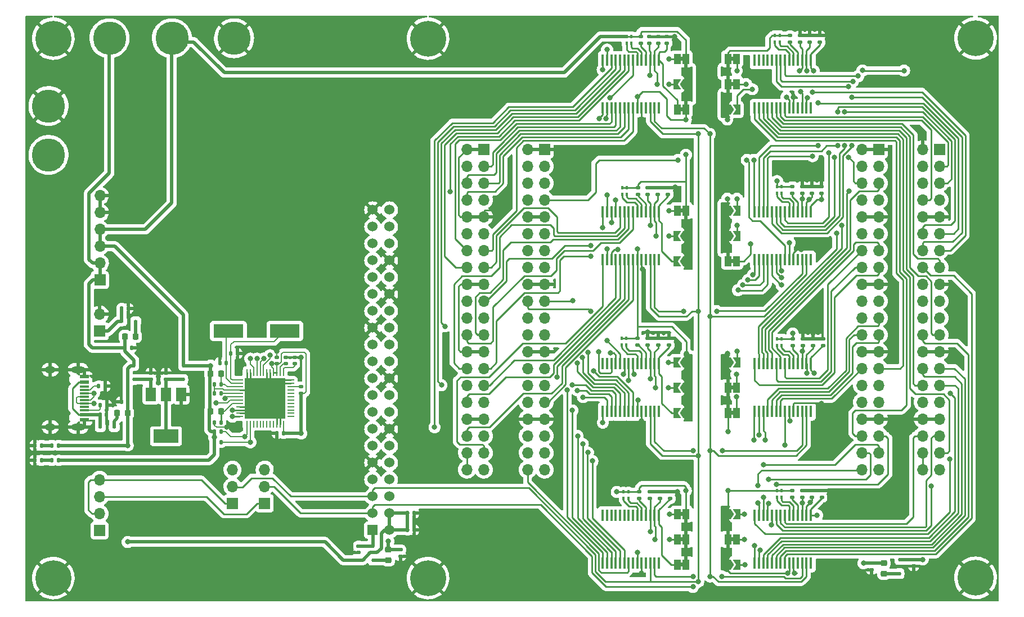
<source format=gtl>
G04 #@! TF.GenerationSoftware,KiCad,Pcbnew,(6.0.7)*
G04 #@! TF.CreationDate,2023-05-24T01:03:00-04:00*
G04 #@! TF.ProjectId,ECELab_v1,4543454c-6162-45f7-9631-2e6b69636164,rev?*
G04 #@! TF.SameCoordinates,Original*
G04 #@! TF.FileFunction,Copper,L1,Top*
G04 #@! TF.FilePolarity,Positive*
%FSLAX46Y46*%
G04 Gerber Fmt 4.6, Leading zero omitted, Abs format (unit mm)*
G04 Created by KiCad (PCBNEW (6.0.7)) date 2023-05-24 01:03:00*
%MOMM*%
%LPD*%
G01*
G04 APERTURE LIST*
G04 Aperture macros list*
%AMRoundRect*
0 Rectangle with rounded corners*
0 $1 Rounding radius*
0 $2 $3 $4 $5 $6 $7 $8 $9 X,Y pos of 4 corners*
0 Add a 4 corners polygon primitive as box body*
4,1,4,$2,$3,$4,$5,$6,$7,$8,$9,$2,$3,0*
0 Add four circle primitives for the rounded corners*
1,1,$1+$1,$2,$3*
1,1,$1+$1,$4,$5*
1,1,$1+$1,$6,$7*
1,1,$1+$1,$8,$9*
0 Add four rect primitives between the rounded corners*
20,1,$1+$1,$2,$3,$4,$5,0*
20,1,$1+$1,$4,$5,$6,$7,0*
20,1,$1+$1,$6,$7,$8,$9,0*
20,1,$1+$1,$8,$9,$2,$3,0*%
%AMFreePoly0*
4,1,6,1.000000,0.000000,0.500000,-0.750000,-0.500000,-0.750000,-0.500000,0.750000,0.500000,0.750000,1.000000,0.000000,1.000000,0.000000,$1*%
%AMFreePoly1*
4,1,6,0.500000,-0.750000,-0.650000,-0.750000,-0.150000,0.000000,-0.650000,0.750000,0.500000,0.750000,0.500000,-0.750000,0.500000,-0.750000,$1*%
G04 Aperture macros list end*
G04 #@! TA.AperFunction,SMDPad,CuDef*
%ADD10R,1.000000X1.500000*%
G04 #@! TD*
G04 #@! TA.AperFunction,ComponentPad*
%ADD11C,5.000000*%
G04 #@! TD*
G04 #@! TA.AperFunction,SMDPad,CuDef*
%ADD12RoundRect,0.140000X-0.170000X0.140000X-0.170000X-0.140000X0.170000X-0.140000X0.170000X0.140000X0*%
G04 #@! TD*
G04 #@! TA.AperFunction,SMDPad,CuDef*
%ADD13RoundRect,0.140000X0.170000X-0.140000X0.170000X0.140000X-0.170000X0.140000X-0.170000X-0.140000X0*%
G04 #@! TD*
G04 #@! TA.AperFunction,SMDPad,CuDef*
%ADD14R,0.600000X0.450000*%
G04 #@! TD*
G04 #@! TA.AperFunction,SMDPad,CuDef*
%ADD15RoundRect,0.135000X0.185000X-0.135000X0.185000X0.135000X-0.185000X0.135000X-0.185000X-0.135000X0*%
G04 #@! TD*
G04 #@! TA.AperFunction,SMDPad,CuDef*
%ADD16RoundRect,0.140000X-0.140000X-0.170000X0.140000X-0.170000X0.140000X0.170000X-0.140000X0.170000X0*%
G04 #@! TD*
G04 #@! TA.AperFunction,SMDPad,CuDef*
%ADD17R,0.400000X0.500000*%
G04 #@! TD*
G04 #@! TA.AperFunction,SMDPad,CuDef*
%ADD18RoundRect,0.140000X0.140000X0.170000X-0.140000X0.170000X-0.140000X-0.170000X0.140000X-0.170000X0*%
G04 #@! TD*
G04 #@! TA.AperFunction,SMDPad,CuDef*
%ADD19RoundRect,0.135000X-0.135000X-0.185000X0.135000X-0.185000X0.135000X0.185000X-0.135000X0.185000X0*%
G04 #@! TD*
G04 #@! TA.AperFunction,SMDPad,CuDef*
%ADD20RoundRect,0.218750X0.256250X-0.218750X0.256250X0.218750X-0.256250X0.218750X-0.256250X-0.218750X0*%
G04 #@! TD*
G04 #@! TA.AperFunction,SMDPad,CuDef*
%ADD21R,0.450000X1.750000*%
G04 #@! TD*
G04 #@! TA.AperFunction,SMDPad,CuDef*
%ADD22FreePoly0,0.000000*%
G04 #@! TD*
G04 #@! TA.AperFunction,SMDPad,CuDef*
%ADD23FreePoly1,0.000000*%
G04 #@! TD*
G04 #@! TA.AperFunction,ComponentPad*
%ADD24R,1.700000X1.700000*%
G04 #@! TD*
G04 #@! TA.AperFunction,ComponentPad*
%ADD25O,1.700000X1.700000*%
G04 #@! TD*
G04 #@! TA.AperFunction,SMDPad,CuDef*
%ADD26RoundRect,0.135000X0.135000X0.185000X-0.135000X0.185000X-0.135000X-0.185000X0.135000X-0.185000X0*%
G04 #@! TD*
G04 #@! TA.AperFunction,SMDPad,CuDef*
%ADD27RoundRect,0.218750X-0.218750X-0.256250X0.218750X-0.256250X0.218750X0.256250X-0.218750X0.256250X0*%
G04 #@! TD*
G04 #@! TA.AperFunction,SMDPad,CuDef*
%ADD28RoundRect,0.135000X-0.185000X0.135000X-0.185000X-0.135000X0.185000X-0.135000X0.185000X0.135000X0*%
G04 #@! TD*
G04 #@! TA.AperFunction,SMDPad,CuDef*
%ADD29FreePoly0,180.000000*%
G04 #@! TD*
G04 #@! TA.AperFunction,SMDPad,CuDef*
%ADD30FreePoly1,180.000000*%
G04 #@! TD*
G04 #@! TA.AperFunction,ComponentPad*
%ADD31R,1.524000X1.524000*%
G04 #@! TD*
G04 #@! TA.AperFunction,ComponentPad*
%ADD32C,1.524000*%
G04 #@! TD*
G04 #@! TA.AperFunction,SMDPad,CuDef*
%ADD33RoundRect,0.147500X-0.147500X-0.172500X0.147500X-0.172500X0.147500X0.172500X-0.147500X0.172500X0*%
G04 #@! TD*
G04 #@! TA.AperFunction,SMDPad,CuDef*
%ADD34R,1.500000X2.000000*%
G04 #@! TD*
G04 #@! TA.AperFunction,SMDPad,CuDef*
%ADD35R,3.800000X2.000000*%
G04 #@! TD*
G04 #@! TA.AperFunction,SMDPad,CuDef*
%ADD36R,1.450000X0.600000*%
G04 #@! TD*
G04 #@! TA.AperFunction,SMDPad,CuDef*
%ADD37R,1.450000X0.300000*%
G04 #@! TD*
G04 #@! TA.AperFunction,ComponentPad*
%ADD38O,1.600000X1.000000*%
G04 #@! TD*
G04 #@! TA.AperFunction,ComponentPad*
%ADD39O,2.100000X1.000000*%
G04 #@! TD*
G04 #@! TA.AperFunction,SMDPad,CuDef*
%ADD40R,0.450000X0.600000*%
G04 #@! TD*
G04 #@! TA.AperFunction,SMDPad,CuDef*
%ADD41RoundRect,0.062500X-0.412500X-0.062500X0.412500X-0.062500X0.412500X0.062500X-0.412500X0.062500X0*%
G04 #@! TD*
G04 #@! TA.AperFunction,SMDPad,CuDef*
%ADD42RoundRect,0.062500X-0.062500X-0.412500X0.062500X-0.412500X0.062500X0.412500X-0.062500X0.412500X0*%
G04 #@! TD*
G04 #@! TA.AperFunction,SMDPad,CuDef*
%ADD43R,6.200000X6.200000*%
G04 #@! TD*
G04 #@! TA.AperFunction,SMDPad,CuDef*
%ADD44R,4.500000X2.000000*%
G04 #@! TD*
G04 #@! TA.AperFunction,SMDPad,CuDef*
%ADD45RoundRect,0.218750X0.218750X0.256250X-0.218750X0.256250X-0.218750X-0.256250X0.218750X-0.256250X0*%
G04 #@! TD*
G04 #@! TA.AperFunction,ComponentPad*
%ADD46C,5.400000*%
G04 #@! TD*
G04 #@! TA.AperFunction,ViaPad*
%ADD47C,0.800000*%
G04 #@! TD*
G04 #@! TA.AperFunction,Conductor*
%ADD48C,0.190500*%
G04 #@! TD*
G04 #@! TA.AperFunction,Conductor*
%ADD49C,0.254000*%
G04 #@! TD*
G04 #@! TA.AperFunction,Conductor*
%ADD50C,0.508000*%
G04 #@! TD*
G04 #@! TA.AperFunction,Conductor*
%ADD51C,0.250000*%
G04 #@! TD*
G04 #@! TA.AperFunction,Conductor*
%ADD52C,0.200000*%
G04 #@! TD*
G04 APERTURE END LIST*
G36*
X203450000Y-77770000D02*
G01*
X202950000Y-77770000D01*
X202950000Y-77170000D01*
X203450000Y-77170000D01*
X203450000Y-77770000D01*
G37*
G36*
X203450000Y-93010000D02*
G01*
X202950000Y-93010000D01*
X202950000Y-92410000D01*
X203450000Y-92410000D01*
X203450000Y-93010000D01*
G37*
G36*
X211070000Y-123490000D02*
G01*
X210570000Y-123490000D01*
X210570000Y-122890000D01*
X211070000Y-122890000D01*
X211070000Y-123490000D01*
G37*
G36*
X211070000Y-119680000D02*
G01*
X210570000Y-119680000D01*
X210570000Y-119080000D01*
X211070000Y-119080000D01*
X211070000Y-119680000D01*
G37*
G36*
X211070000Y-70150000D02*
G01*
X210570000Y-70150000D01*
X210570000Y-69550000D01*
X211070000Y-69550000D01*
X211070000Y-70150000D01*
G37*
G36*
X211070000Y-73960000D02*
G01*
X210570000Y-73960000D01*
X210570000Y-73360000D01*
X211070000Y-73360000D01*
X211070000Y-73960000D01*
G37*
G36*
X211070000Y-142540000D02*
G01*
X210570000Y-142540000D01*
X210570000Y-141940000D01*
X211070000Y-141940000D01*
X211070000Y-142540000D01*
G37*
G36*
X203450000Y-138730000D02*
G01*
X202950000Y-138730000D01*
X202950000Y-138130000D01*
X203450000Y-138130000D01*
X203450000Y-138730000D01*
G37*
G36*
X203450000Y-70150000D02*
G01*
X202950000Y-70150000D01*
X202950000Y-69550000D01*
X203450000Y-69550000D01*
X203450000Y-70150000D01*
G37*
G36*
X211070000Y-100630000D02*
G01*
X210570000Y-100630000D01*
X210570000Y-100030000D01*
X211070000Y-100030000D01*
X211070000Y-100630000D01*
G37*
G36*
X203450000Y-146350000D02*
G01*
X202950000Y-146350000D01*
X202950000Y-145750000D01*
X203450000Y-145750000D01*
X203450000Y-146350000D01*
G37*
G36*
X203450000Y-142540000D02*
G01*
X202950000Y-142540000D01*
X202950000Y-141940000D01*
X203450000Y-141940000D01*
X203450000Y-142540000D01*
G37*
D10*
X203850000Y-77470000D03*
X202550000Y-77470000D03*
D11*
X107950000Y-84328000D03*
D12*
X143637000Y-114810600D03*
X143637000Y-115770600D03*
D13*
X125628400Y-118158200D03*
X125628400Y-117198200D03*
D12*
X154609800Y-143258700D03*
X154609800Y-144218700D03*
D14*
X121065000Y-109397800D03*
X118965000Y-109397800D03*
D15*
X224000000Y-67360000D03*
X224000000Y-66340000D03*
D16*
X118976200Y-107442000D03*
X119936200Y-107442000D03*
D10*
X203850000Y-92710000D03*
X202550000Y-92710000D03*
D17*
X217531200Y-135932800D03*
X218231200Y-135932800D03*
X218231200Y-134932800D03*
X217531200Y-134932800D03*
D18*
X136344600Y-114274600D03*
X135384600Y-114274600D03*
X119860000Y-121513600D03*
X118900000Y-121513600D03*
D10*
X210170000Y-123190000D03*
X211470000Y-123190000D03*
D19*
X132916200Y-126034800D03*
X133936200Y-126034800D03*
D20*
X233654600Y-147421700D03*
X233654600Y-145846700D03*
D16*
X133733600Y-115646200D03*
X134693600Y-115646200D03*
D21*
X191355000Y-77260000D03*
X192005000Y-77260000D03*
X192655000Y-77260000D03*
X193305000Y-77260000D03*
X193955000Y-77260000D03*
X194605000Y-77260000D03*
X195255000Y-77260000D03*
X195905000Y-77260000D03*
X196555000Y-77260000D03*
X197205000Y-77260000D03*
X197855000Y-77260000D03*
X198505000Y-77260000D03*
X199155000Y-77260000D03*
X199805000Y-77260000D03*
X199805000Y-70060000D03*
X199155000Y-70060000D03*
X198505000Y-70060000D03*
X197855000Y-70060000D03*
X197205000Y-70060000D03*
X196555000Y-70060000D03*
X195905000Y-70060000D03*
X195255000Y-70060000D03*
X194605000Y-70060000D03*
X193955000Y-70060000D03*
X193305000Y-70060000D03*
X192655000Y-70060000D03*
X192005000Y-70060000D03*
X191355000Y-70060000D03*
D15*
X221462600Y-113032000D03*
X221462600Y-112012000D03*
X199923400Y-136120600D03*
X199923400Y-135100600D03*
D22*
X210095000Y-115570000D03*
D23*
X211545000Y-115570000D03*
D24*
X140475000Y-136815000D03*
D25*
X140475000Y-134275000D03*
X140475000Y-131735000D03*
D10*
X210170000Y-119380000D03*
X211470000Y-119380000D03*
D24*
X242037000Y-83477000D03*
D25*
X239497000Y-83477000D03*
X242037000Y-86017000D03*
X239497000Y-86017000D03*
X242037000Y-88557000D03*
X239497000Y-88557000D03*
X242037000Y-91097000D03*
X239497000Y-91097000D03*
X242037000Y-93637000D03*
X239497000Y-93637000D03*
X242037000Y-96177000D03*
X239497000Y-96177000D03*
X242037000Y-98717000D03*
X239497000Y-98717000D03*
X242037000Y-101257000D03*
X239497000Y-101257000D03*
X242037000Y-103797000D03*
X239497000Y-103797000D03*
X242037000Y-106337000D03*
X239497000Y-106337000D03*
X242037000Y-108877000D03*
X239497000Y-108877000D03*
X242037000Y-111417000D03*
X239497000Y-111417000D03*
X242037000Y-113957000D03*
X239497000Y-113957000D03*
X242037000Y-116497000D03*
X239497000Y-116497000D03*
X242037000Y-119037000D03*
X239497000Y-119037000D03*
X242037000Y-121577000D03*
X239497000Y-121577000D03*
X242037000Y-124117000D03*
X239497000Y-124117000D03*
X242037000Y-126657000D03*
X239497000Y-126657000D03*
X242037000Y-129197000D03*
X239497000Y-129197000D03*
X242037000Y-131737000D03*
X239497000Y-131737000D03*
D24*
X232893000Y-83477000D03*
D25*
X230353000Y-83477000D03*
X232893000Y-86017000D03*
X230353000Y-86017000D03*
X232893000Y-88557000D03*
X230353000Y-88557000D03*
X232893000Y-91097000D03*
X230353000Y-91097000D03*
X232893000Y-93637000D03*
X230353000Y-93637000D03*
X232893000Y-96177000D03*
X230353000Y-96177000D03*
X232893000Y-98717000D03*
X230353000Y-98717000D03*
X232893000Y-101257000D03*
X230353000Y-101257000D03*
X232893000Y-103797000D03*
X230353000Y-103797000D03*
X232893000Y-106337000D03*
X230353000Y-106337000D03*
X232893000Y-108877000D03*
X230353000Y-108877000D03*
X232893000Y-111417000D03*
X230353000Y-111417000D03*
X232893000Y-113957000D03*
X230353000Y-113957000D03*
X232893000Y-116497000D03*
X230353000Y-116497000D03*
X232893000Y-119037000D03*
X230353000Y-119037000D03*
X232893000Y-121577000D03*
X230353000Y-121577000D03*
X232893000Y-124117000D03*
X230353000Y-124117000D03*
X232893000Y-126657000D03*
X230353000Y-126657000D03*
X232893000Y-129197000D03*
X230353000Y-129197000D03*
X232893000Y-131737000D03*
X230353000Y-131737000D03*
D24*
X182601000Y-83477000D03*
D25*
X180061000Y-83477000D03*
X182601000Y-86017000D03*
X180061000Y-86017000D03*
X182601000Y-88557000D03*
X180061000Y-88557000D03*
X182601000Y-91097000D03*
X180061000Y-91097000D03*
X182601000Y-93637000D03*
X180061000Y-93637000D03*
X182601000Y-96177000D03*
X180061000Y-96177000D03*
X182601000Y-98717000D03*
X180061000Y-98717000D03*
X182601000Y-101257000D03*
X180061000Y-101257000D03*
X182601000Y-103797000D03*
X180061000Y-103797000D03*
X182601000Y-106337000D03*
X180061000Y-106337000D03*
X182601000Y-108877000D03*
X180061000Y-108877000D03*
X182601000Y-111417000D03*
X180061000Y-111417000D03*
X182601000Y-113957000D03*
X180061000Y-113957000D03*
X182601000Y-116497000D03*
X180061000Y-116497000D03*
X182601000Y-119037000D03*
X180061000Y-119037000D03*
X182601000Y-121577000D03*
X180061000Y-121577000D03*
X182601000Y-124117000D03*
X180061000Y-124117000D03*
X182601000Y-126657000D03*
X180061000Y-126657000D03*
X182601000Y-129197000D03*
X180061000Y-129197000D03*
X182601000Y-131737000D03*
X180061000Y-131737000D03*
D24*
X173457000Y-83477000D03*
D25*
X170917000Y-83477000D03*
X173457000Y-86017000D03*
X170917000Y-86017000D03*
X173457000Y-88557000D03*
X170917000Y-88557000D03*
X173457000Y-91097000D03*
X170917000Y-91097000D03*
X173457000Y-93637000D03*
X170917000Y-93637000D03*
X173457000Y-96177000D03*
X170917000Y-96177000D03*
X173457000Y-98717000D03*
X170917000Y-98717000D03*
X173457000Y-101257000D03*
X170917000Y-101257000D03*
X173457000Y-103797000D03*
X170917000Y-103797000D03*
X173457000Y-106337000D03*
X170917000Y-106337000D03*
X173457000Y-108877000D03*
X170917000Y-108877000D03*
X173457000Y-111417000D03*
X170917000Y-111417000D03*
X173457000Y-113957000D03*
X170917000Y-113957000D03*
X173457000Y-116497000D03*
X170917000Y-116497000D03*
X173457000Y-119037000D03*
X170917000Y-119037000D03*
X173457000Y-121577000D03*
X170917000Y-121577000D03*
X173457000Y-124117000D03*
X170917000Y-124117000D03*
X173457000Y-126657000D03*
X170917000Y-126657000D03*
X173457000Y-129197000D03*
X170917000Y-129197000D03*
X173457000Y-131737000D03*
X170917000Y-131737000D03*
D11*
X135864600Y-66751200D03*
D10*
X210170000Y-69850000D03*
X211470000Y-69850000D03*
D26*
X116715000Y-122021600D03*
X115695000Y-122021600D03*
D17*
X194925000Y-67475000D03*
X195625000Y-67475000D03*
X195625000Y-66475000D03*
X194925000Y-66475000D03*
D27*
X118287700Y-123215400D03*
X119862700Y-123215400D03*
D21*
X191355000Y-122980000D03*
X192005000Y-122980000D03*
X192655000Y-122980000D03*
X193305000Y-122980000D03*
X193955000Y-122980000D03*
X194605000Y-122980000D03*
X195255000Y-122980000D03*
X195905000Y-122980000D03*
X196555000Y-122980000D03*
X197205000Y-122980000D03*
X197855000Y-122980000D03*
X198505000Y-122980000D03*
X199155000Y-122980000D03*
X199805000Y-122980000D03*
X199805000Y-115780000D03*
X199155000Y-115780000D03*
X198505000Y-115780000D03*
X197855000Y-115780000D03*
X197205000Y-115780000D03*
X196555000Y-115780000D03*
X195905000Y-115780000D03*
X195255000Y-115780000D03*
X194605000Y-115780000D03*
X193955000Y-115780000D03*
X193305000Y-115780000D03*
X192655000Y-115780000D03*
X192005000Y-115780000D03*
X191355000Y-115780000D03*
D15*
X221361000Y-135942800D03*
X221361000Y-134922800D03*
X222961200Y-113032000D03*
X222961200Y-112012000D03*
D24*
X115671600Y-110891400D03*
D25*
X115671600Y-108351400D03*
D22*
X210095000Y-92710000D03*
D23*
X211545000Y-92710000D03*
D28*
X196550800Y-111978600D03*
X196550800Y-112998600D03*
D22*
X210095000Y-96520000D03*
D23*
X211545000Y-96520000D03*
D18*
X133908200Y-124637800D03*
X132948200Y-124637800D03*
D15*
X198125600Y-112998600D03*
X198125600Y-111978600D03*
D10*
X210170000Y-73660000D03*
X211470000Y-73660000D03*
D29*
X203925000Y-115570000D03*
D30*
X202475000Y-115570000D03*
D21*
X214215000Y-145840000D03*
X214865000Y-145840000D03*
X215515000Y-145840000D03*
X216165000Y-145840000D03*
X216815000Y-145840000D03*
X217465000Y-145840000D03*
X218115000Y-145840000D03*
X218765000Y-145840000D03*
X219415000Y-145840000D03*
X220065000Y-145840000D03*
X220715000Y-145840000D03*
X221365000Y-145840000D03*
X222015000Y-145840000D03*
X222665000Y-145840000D03*
X222665000Y-138640000D03*
X222015000Y-138640000D03*
X221365000Y-138640000D03*
X220715000Y-138640000D03*
X220065000Y-138640000D03*
X219415000Y-138640000D03*
X218765000Y-138640000D03*
X218115000Y-138640000D03*
X217465000Y-138640000D03*
X216815000Y-138640000D03*
X216165000Y-138640000D03*
X215515000Y-138640000D03*
X214865000Y-138640000D03*
X214215000Y-138640000D03*
D17*
X217582000Y-113022000D03*
X218282000Y-113022000D03*
X218282000Y-112022000D03*
X217582000Y-112022000D03*
D15*
X201472800Y-136120600D03*
X201472800Y-135100600D03*
D11*
X117119400Y-66751200D03*
D28*
X219938600Y-112012000D03*
X219938600Y-113032000D03*
D10*
X210170000Y-142240000D03*
X211470000Y-142240000D03*
D16*
X161978400Y-138303000D03*
X162938400Y-138303000D03*
D17*
X217275000Y-67350000D03*
X217975000Y-67350000D03*
X217975000Y-66350000D03*
X217275000Y-66350000D03*
D31*
X156732400Y-140860800D03*
D32*
X159272400Y-140860800D03*
X156732400Y-138320800D03*
X159272400Y-138320800D03*
X156732400Y-135780800D03*
X159272400Y-135780800D03*
X156732400Y-133240800D03*
X159272400Y-133240800D03*
X156732400Y-130700800D03*
X159272400Y-130700800D03*
X156732400Y-128160800D03*
X159272400Y-128160800D03*
X156732400Y-125620800D03*
X159272400Y-125620800D03*
X156732400Y-123080800D03*
X159272400Y-123080800D03*
X156732400Y-120540800D03*
X159272400Y-120540800D03*
X156732400Y-118000800D03*
X159272400Y-118000800D03*
X156732400Y-115460800D03*
X159272400Y-115460800D03*
X156732400Y-112920800D03*
X159272400Y-112920800D03*
X156732400Y-110380800D03*
X159272400Y-110380800D03*
X156732400Y-107840800D03*
X159272400Y-107840800D03*
X156732400Y-105300800D03*
X159272400Y-105300800D03*
X156732400Y-102760800D03*
X159272400Y-102760800D03*
X156732400Y-100220800D03*
X159272400Y-100220800D03*
X156732400Y-97680800D03*
X159272400Y-97680800D03*
X156732400Y-95140800D03*
X159272400Y-95140800D03*
X156732400Y-92600800D03*
X159272400Y-92600800D03*
D33*
X105913200Y-128092200D03*
X106883200Y-128092200D03*
D34*
X127928400Y-120421000D03*
X125628400Y-120421000D03*
D35*
X125628400Y-126721000D03*
D34*
X123328400Y-120421000D03*
D15*
X198350000Y-67485000D03*
X198350000Y-66465000D03*
D10*
X203850000Y-138430000D03*
X202550000Y-138430000D03*
D27*
X132335900Y-117322600D03*
X133910900Y-117322600D03*
D14*
X117839200Y-125349000D03*
X115739200Y-125349000D03*
D16*
X119458800Y-113360200D03*
X120418800Y-113360200D03*
D28*
X219550000Y-66340000D03*
X219550000Y-67360000D03*
X145973800Y-119251000D03*
X145973800Y-120271000D03*
D12*
X231800400Y-145849400D03*
X231800400Y-146809400D03*
D22*
X210095000Y-77470000D03*
D23*
X211545000Y-77470000D03*
D19*
X132890800Y-127609600D03*
X133910800Y-127609600D03*
D36*
X113314600Y-117755600D03*
X113314600Y-118555600D03*
D37*
X113314600Y-119755600D03*
X113314600Y-120755600D03*
X113314600Y-121255600D03*
X113314600Y-122255600D03*
D36*
X113314600Y-123455600D03*
X113314600Y-124255600D03*
X113314600Y-124255600D03*
X113314600Y-123455600D03*
D37*
X113314600Y-122755600D03*
X113314600Y-121755600D03*
X113314600Y-120255600D03*
X113314600Y-119255600D03*
D36*
X113314600Y-118555600D03*
X113314600Y-117755600D03*
D38*
X108219600Y-125325600D03*
X108219600Y-116685600D03*
D39*
X112399600Y-116685600D03*
X112399600Y-125325600D03*
D15*
X201300600Y-112998600D03*
X201300600Y-111978600D03*
D10*
X203850000Y-69850000D03*
X202550000Y-69850000D03*
D21*
X214215000Y-100120000D03*
X214865000Y-100120000D03*
X215515000Y-100120000D03*
X216165000Y-100120000D03*
X216815000Y-100120000D03*
X217465000Y-100120000D03*
X218115000Y-100120000D03*
X218765000Y-100120000D03*
X219415000Y-100120000D03*
X220065000Y-100120000D03*
X220715000Y-100120000D03*
X221365000Y-100120000D03*
X222015000Y-100120000D03*
X222665000Y-100120000D03*
X222665000Y-92920000D03*
X222015000Y-92920000D03*
X221365000Y-92920000D03*
X220715000Y-92920000D03*
X220065000Y-92920000D03*
X219415000Y-92920000D03*
X218765000Y-92920000D03*
X218115000Y-92920000D03*
X217465000Y-92920000D03*
X216815000Y-92920000D03*
X216165000Y-92920000D03*
X215515000Y-92920000D03*
X214865000Y-92920000D03*
X214215000Y-92920000D03*
D40*
X156750800Y-145377000D03*
X156750800Y-143277000D03*
D16*
X161978400Y-140843000D03*
X162938400Y-140843000D03*
D41*
X136688600Y-118255600D03*
X136688600Y-118755600D03*
X136688600Y-119255600D03*
X136688600Y-119755600D03*
X136688600Y-120255600D03*
X136688600Y-120755600D03*
X136688600Y-121255600D03*
X136688600Y-121755600D03*
X136688600Y-122255600D03*
X136688600Y-122755600D03*
X136688600Y-123255600D03*
X136688600Y-123755600D03*
D42*
X137813600Y-124880600D03*
X138313600Y-124880600D03*
X138813600Y-124880600D03*
X139313600Y-124880600D03*
X139813600Y-124880600D03*
X140313600Y-124880600D03*
X140813600Y-124880600D03*
X141313600Y-124880600D03*
X141813600Y-124880600D03*
X142313600Y-124880600D03*
X142813600Y-124880600D03*
X143313600Y-124880600D03*
D41*
X144438600Y-123755600D03*
X144438600Y-123255600D03*
X144438600Y-122755600D03*
X144438600Y-122255600D03*
X144438600Y-121755600D03*
X144438600Y-121255600D03*
X144438600Y-120755600D03*
X144438600Y-120255600D03*
X144438600Y-119755600D03*
X144438600Y-119255600D03*
X144438600Y-118755600D03*
X144438600Y-118255600D03*
D42*
X143313600Y-117130600D03*
X142813600Y-117130600D03*
X142313600Y-117130600D03*
X141813600Y-117130600D03*
X141313600Y-117130600D03*
X140813600Y-117130600D03*
X140313600Y-117130600D03*
X139813600Y-117130600D03*
X139313600Y-117130600D03*
X138813600Y-117130600D03*
X138313600Y-117130600D03*
X137813600Y-117130600D03*
D43*
X140563600Y-121005600D03*
D18*
X133908200Y-118897400D03*
X132948200Y-118897400D03*
D21*
X191355000Y-145840000D03*
X192005000Y-145840000D03*
X192655000Y-145840000D03*
X193305000Y-145840000D03*
X193955000Y-145840000D03*
X194605000Y-145840000D03*
X195255000Y-145840000D03*
X195905000Y-145840000D03*
X196555000Y-145840000D03*
X197205000Y-145840000D03*
X197855000Y-145840000D03*
X198505000Y-145840000D03*
X199155000Y-145840000D03*
X199805000Y-145840000D03*
X199805000Y-138640000D03*
X199155000Y-138640000D03*
X198505000Y-138640000D03*
X197855000Y-138640000D03*
X197205000Y-138640000D03*
X196555000Y-138640000D03*
X195905000Y-138640000D03*
X195255000Y-138640000D03*
X194605000Y-138640000D03*
X193955000Y-138640000D03*
X193305000Y-138640000D03*
X192655000Y-138640000D03*
X192005000Y-138640000D03*
X191355000Y-138640000D03*
D44*
X143518200Y-110845600D03*
X135018200Y-110845600D03*
D22*
X210095000Y-146050000D03*
D23*
X211545000Y-146050000D03*
D22*
X210095000Y-138430000D03*
D23*
X211545000Y-138430000D03*
D11*
X126517400Y-66751200D03*
D13*
X142316200Y-115770600D03*
X142316200Y-114810600D03*
D15*
X224307400Y-135942800D03*
X224307400Y-134922800D03*
X222808800Y-135942800D03*
X222808800Y-134922800D03*
D24*
X115627000Y-140909200D03*
D25*
X115627000Y-138369200D03*
X115627000Y-135829200D03*
X115627000Y-133289200D03*
D15*
X199650000Y-90260000D03*
X199650000Y-89240000D03*
D29*
X203925000Y-119380000D03*
D30*
X202475000Y-119380000D03*
D21*
X191355000Y-100120000D03*
X192005000Y-100120000D03*
X192655000Y-100120000D03*
X193305000Y-100120000D03*
X193955000Y-100120000D03*
X194605000Y-100120000D03*
X195255000Y-100120000D03*
X195905000Y-100120000D03*
X196555000Y-100120000D03*
X197205000Y-100120000D03*
X197855000Y-100120000D03*
X198505000Y-100120000D03*
X199155000Y-100120000D03*
X199805000Y-100120000D03*
X199805000Y-92920000D03*
X199155000Y-92920000D03*
X198505000Y-92920000D03*
X197855000Y-92920000D03*
X197205000Y-92920000D03*
X196555000Y-92920000D03*
X195905000Y-92920000D03*
X195255000Y-92920000D03*
X194605000Y-92920000D03*
X193955000Y-92920000D03*
X193305000Y-92920000D03*
X192655000Y-92920000D03*
X192005000Y-92920000D03*
X191355000Y-92920000D03*
D40*
X128219200Y-116069400D03*
X128219200Y-118169400D03*
D13*
X123342400Y-118158200D03*
X123342400Y-117198200D03*
D18*
X143304200Y-126288800D03*
X142344200Y-126288800D03*
D29*
X203925000Y-123190000D03*
D30*
X202475000Y-123190000D03*
D15*
X198399400Y-136120600D03*
X198399400Y-135100600D03*
D21*
X214215000Y-122980000D03*
X214865000Y-122980000D03*
X215515000Y-122980000D03*
X216165000Y-122980000D03*
X216815000Y-122980000D03*
X217465000Y-122980000D03*
X218115000Y-122980000D03*
X218765000Y-122980000D03*
X219415000Y-122980000D03*
X220065000Y-122980000D03*
X220715000Y-122980000D03*
X221365000Y-122980000D03*
X222015000Y-122980000D03*
X222665000Y-122980000D03*
X222665000Y-115780000D03*
X222015000Y-115780000D03*
X221365000Y-115780000D03*
X220715000Y-115780000D03*
X220065000Y-115780000D03*
X219415000Y-115780000D03*
X218765000Y-115780000D03*
X218115000Y-115780000D03*
X217465000Y-115780000D03*
X216815000Y-115780000D03*
X216165000Y-115780000D03*
X215515000Y-115780000D03*
X214865000Y-115780000D03*
X214215000Y-115780000D03*
D12*
X144983200Y-114810600D03*
X144983200Y-115770600D03*
X238125000Y-145290600D03*
X238125000Y-146250600D03*
D15*
X201175000Y-90260000D03*
X201175000Y-89240000D03*
D45*
X121056500Y-111683800D03*
X119481500Y-111683800D03*
D15*
X221025000Y-67360000D03*
X221025000Y-66340000D03*
D16*
X115725000Y-123444000D03*
X116685000Y-123444000D03*
D20*
X159080200Y-145389800D03*
X159080200Y-143814800D03*
D46*
X165049200Y-66802000D03*
D27*
X132333900Y-122961400D03*
X133908900Y-122961400D03*
D26*
X133938200Y-120243600D03*
X132918200Y-120243600D03*
D15*
X221350000Y-90110000D03*
X221350000Y-89090000D03*
X198100000Y-90260000D03*
X198100000Y-89240000D03*
X224300000Y-90110000D03*
X224300000Y-89090000D03*
D17*
X194168800Y-112988600D03*
X194868800Y-112988600D03*
X194868800Y-111988600D03*
X194168800Y-111988600D03*
D26*
X109466500Y-130352800D03*
X108446500Y-130352800D03*
D46*
X108661200Y-148082000D03*
X247446800Y-66776600D03*
D10*
X210170000Y-100330000D03*
X211470000Y-100330000D03*
D46*
X165049200Y-148082000D03*
D24*
X135636000Y-136840000D03*
D25*
X135636000Y-134300000D03*
X135636000Y-131760000D03*
D26*
X109476000Y-128092200D03*
X108456000Y-128092200D03*
D29*
X203925000Y-73660000D03*
D30*
X202475000Y-73660000D03*
D24*
X115677800Y-103174800D03*
D25*
X115677800Y-100634800D03*
X115677800Y-98094800D03*
X115677800Y-95554800D03*
X115677800Y-93014800D03*
X115677800Y-90474800D03*
D15*
X200975000Y-67485000D03*
X200975000Y-66465000D03*
D40*
X236016800Y-147404800D03*
X236016800Y-145304800D03*
D28*
X219862400Y-134922800D03*
X219862400Y-135942800D03*
D46*
X247446800Y-148056600D03*
D17*
X194300000Y-90250000D03*
X195000000Y-90250000D03*
X195000000Y-89250000D03*
X194300000Y-89250000D03*
D40*
X120827800Y-118169400D03*
X120827800Y-116069400D03*
D28*
X197050000Y-66465000D03*
X197050000Y-67485000D03*
D15*
X199675000Y-67485000D03*
X199675000Y-66465000D03*
D46*
X108661200Y-66802000D03*
D17*
X194493400Y-136110600D03*
X195193400Y-136110600D03*
X195193400Y-135110600D03*
X194493400Y-135110600D03*
D28*
X196625000Y-89240000D03*
X196625000Y-90260000D03*
D15*
X222500000Y-67360000D03*
X222500000Y-66340000D03*
D28*
X196850000Y-135100600D03*
X196850000Y-136120600D03*
D29*
X203925000Y-100330000D03*
D30*
X202475000Y-100330000D03*
D10*
X203850000Y-146050000D03*
X202550000Y-146050000D03*
D15*
X224485200Y-113032000D03*
X224485200Y-112012000D03*
D19*
X115491800Y-119151400D03*
X116511800Y-119151400D03*
D15*
X222825000Y-90110000D03*
X222825000Y-89090000D03*
D33*
X105906100Y-130352800D03*
X106876100Y-130352800D03*
D11*
X107950000Y-76962000D03*
D17*
X217575000Y-90100000D03*
X218275000Y-90100000D03*
X218275000Y-89100000D03*
X217575000Y-89100000D03*
D28*
X219900000Y-89090000D03*
X219900000Y-90110000D03*
D15*
X199700400Y-112998600D03*
X199700400Y-111978600D03*
D10*
X203850000Y-142240000D03*
X202550000Y-142240000D03*
D12*
X160934400Y-143817500D03*
X160934400Y-144777500D03*
D21*
X214215000Y-77260000D03*
X214865000Y-77260000D03*
X215515000Y-77260000D03*
X216165000Y-77260000D03*
X216815000Y-77260000D03*
X217465000Y-77260000D03*
X218115000Y-77260000D03*
X218765000Y-77260000D03*
X219415000Y-77260000D03*
X220065000Y-77260000D03*
X220715000Y-77260000D03*
X221365000Y-77260000D03*
X222015000Y-77260000D03*
X222665000Y-77260000D03*
X222665000Y-70060000D03*
X222015000Y-70060000D03*
X221365000Y-70060000D03*
X220715000Y-70060000D03*
X220065000Y-70060000D03*
X219415000Y-70060000D03*
X218765000Y-70060000D03*
X218115000Y-70060000D03*
X217465000Y-70060000D03*
X216815000Y-70060000D03*
X216165000Y-70060000D03*
X215515000Y-70060000D03*
X214865000Y-70060000D03*
X214215000Y-70060000D03*
D29*
X203925000Y-96520000D03*
D30*
X202475000Y-96520000D03*
D47*
X138325000Y-127625000D03*
X142316200Y-113868200D03*
X167640000Y-139700000D03*
X193040000Y-150774400D03*
X106680000Y-88900000D03*
X204470000Y-110490000D03*
X248920000Y-124460000D03*
X111760000Y-88900000D03*
X177800000Y-64770000D03*
X134620000Y-144780000D03*
X222961200Y-111226600D03*
X106680000Y-114300000D03*
X187960000Y-64770000D03*
X106680000Y-104140000D03*
X142240000Y-104140000D03*
X248920000Y-109220000D03*
X162560000Y-119380000D03*
X167640000Y-73660000D03*
X182880000Y-69850000D03*
X223520000Y-106680000D03*
X248920000Y-83820000D03*
X233680000Y-137160000D03*
X197205600Y-147345400D03*
X213360000Y-66040000D03*
X144780000Y-139700000D03*
X208280000Y-150774400D03*
X145948400Y-114808000D03*
X111760000Y-138430000D03*
X177800000Y-149860000D03*
X248920000Y-99060000D03*
X149860000Y-132080000D03*
X157480000Y-73660000D03*
X139700000Y-149860000D03*
X142240000Y-93980000D03*
X182880000Y-149860000D03*
X152400000Y-64770000D03*
X207010000Y-72390000D03*
X147320000Y-104140000D03*
X182880000Y-144780000D03*
X157480000Y-69850000D03*
X176530000Y-132080000D03*
X221175000Y-98591498D03*
X236220000Y-127000000D03*
X220230990Y-147314982D03*
X157480000Y-78740000D03*
X162560000Y-99060000D03*
X135635647Y-122757847D03*
X223520000Y-149860000D03*
X208686400Y-89509600D03*
X172720000Y-139700000D03*
X162560000Y-73660000D03*
X152400000Y-124460000D03*
X198120000Y-129540000D03*
X228600000Y-137160000D03*
X106680000Y-93980000D03*
X157480000Y-83820000D03*
X228600000Y-66040000D03*
X111760000Y-104140000D03*
X190500000Y-127000000D03*
X238760000Y-66040000D03*
X119380000Y-83820000D03*
X106680000Y-138430000D03*
X129540000Y-124460000D03*
X142240000Y-99060000D03*
X202125000Y-66475000D03*
X129540000Y-119380000D03*
X243840000Y-73660000D03*
X111760000Y-93980000D03*
X193040000Y-83820000D03*
X129540000Y-109220000D03*
X177800000Y-139700000D03*
X124460000Y-78740000D03*
X162560000Y-88900000D03*
X198120000Y-150774400D03*
X195580000Y-83820000D03*
X248920000Y-73660000D03*
X106680000Y-109220000D03*
X152400000Y-114300000D03*
X233680000Y-149860000D03*
X162560000Y-104140000D03*
X149860000Y-149860000D03*
X233680000Y-66040000D03*
X152400000Y-88900000D03*
X162560000Y-93980000D03*
X114300000Y-144780000D03*
X248920000Y-139700000D03*
X124460000Y-99060000D03*
X142240000Y-69850000D03*
X177800000Y-144780000D03*
X200660000Y-83820000D03*
X106680000Y-99060000D03*
X134620000Y-149860000D03*
X197333500Y-101577367D03*
X248920000Y-93980000D03*
X248920000Y-114300000D03*
X162560000Y-78740000D03*
X172720000Y-64770000D03*
X139700000Y-144780000D03*
X147320000Y-69850000D03*
X119380000Y-73660000D03*
X152400000Y-104140000D03*
X248920000Y-134620000D03*
X106680000Y-123190000D03*
X224282000Y-88105700D03*
X162560000Y-129540000D03*
X172720000Y-149860000D03*
X152400000Y-119380000D03*
X144780000Y-132080000D03*
X106680000Y-118110000D03*
X152400000Y-93980000D03*
X227330000Y-127000000D03*
X224256600Y-121810900D03*
X182880000Y-73660000D03*
X193040000Y-129540000D03*
X243840000Y-68580000D03*
X187960000Y-150774400D03*
X149860000Y-137160000D03*
X234950000Y-114300000D03*
X124460000Y-83820000D03*
X124460000Y-73660000D03*
X129540000Y-104140000D03*
X134772400Y-125349000D03*
X228600000Y-149860000D03*
X124460000Y-144780000D03*
X139293600Y-110109000D03*
X129540000Y-114300000D03*
X172720000Y-69850000D03*
X248920000Y-104140000D03*
X172720000Y-144780000D03*
X195580000Y-127000000D03*
X124460000Y-149860000D03*
X147320000Y-64770000D03*
X149860000Y-144780000D03*
X153390600Y-144221200D03*
X114300000Y-149860000D03*
X172720000Y-73660000D03*
X248920000Y-129540000D03*
X220068346Y-75663010D03*
X152400000Y-78740000D03*
X129540000Y-99060000D03*
X162560000Y-109220000D03*
X238760000Y-149860000D03*
X177800000Y-69850000D03*
X157480000Y-64770000D03*
X176530000Y-127000000D03*
X162560000Y-124460000D03*
X198120000Y-111023400D03*
X152400000Y-83820000D03*
X157480000Y-88900000D03*
X197205600Y-78968600D03*
X111760000Y-114300000D03*
X106680000Y-133350000D03*
X144780000Y-149860000D03*
X236220000Y-132080000D03*
X248920000Y-88900000D03*
X244440700Y-113995200D03*
X162560000Y-83820000D03*
X248920000Y-78740000D03*
X202565000Y-135102600D03*
X147320000Y-93980000D03*
X142240000Y-64770000D03*
X182880000Y-64770000D03*
X147320000Y-99060000D03*
X218440000Y-150774400D03*
X202275000Y-89225000D03*
X152400000Y-73660000D03*
X129540000Y-149860000D03*
X208280000Y-66040000D03*
X177130500Y-92608400D03*
X162560000Y-114300000D03*
X203200000Y-150774400D03*
X177800000Y-73660000D03*
X207010000Y-77470000D03*
X248920000Y-119380000D03*
X152400000Y-99060000D03*
X149860000Y-139700000D03*
X223520000Y-129540000D03*
X197205600Y-124435100D03*
X152400000Y-69850000D03*
X119380000Y-78740000D03*
X111760000Y-109220000D03*
X119380000Y-144780000D03*
X144780000Y-144780000D03*
X119380000Y-149860000D03*
X106680000Y-144780000D03*
X152400000Y-109220000D03*
X111760000Y-99060000D03*
X129540000Y-144780000D03*
X111760000Y-133350000D03*
X213360000Y-150774400D03*
X167640000Y-78740000D03*
X119862600Y-128092200D03*
X119862600Y-142646400D03*
X239496600Y-145279100D03*
X203850000Y-134914400D03*
X219450000Y-97575000D03*
X145973800Y-126288800D03*
X196551012Y-98477571D03*
X141526081Y-115770481D03*
X203850000Y-79000000D03*
X219497000Y-124430500D03*
X217575000Y-88255500D03*
X230606600Y-145846800D03*
X193471800Y-135102600D03*
X138320705Y-115010872D03*
X210108800Y-114249200D03*
X210083400Y-78994000D03*
X218975000Y-75650000D03*
X135636095Y-123757349D03*
X210168062Y-125992100D03*
X210175000Y-75625000D03*
X196555089Y-144203422D03*
X132892800Y-126873000D03*
X196683500Y-121310400D03*
X196551705Y-75527181D03*
X203925000Y-121271200D03*
X203925000Y-98563600D03*
X219938600Y-111226600D03*
X219177808Y-147340933D03*
X210100000Y-90932000D03*
X203860400Y-84309500D03*
X132334000Y-116078000D03*
X159080200Y-142544800D03*
X210210400Y-134924800D03*
X210170000Y-98550000D03*
X210170000Y-121625600D03*
X203850000Y-144257000D03*
X203925000Y-114263000D03*
X114757200Y-121742200D03*
X133172200Y-121716800D03*
X134547837Y-121022050D03*
X114782600Y-120218200D03*
X198501000Y-118059200D03*
X201244200Y-115570000D03*
X211550000Y-90925000D03*
X221350000Y-90925000D03*
X221393771Y-136764646D03*
X212699600Y-138430000D03*
X211556600Y-113944400D03*
X221396104Y-113935739D03*
X201218800Y-119380000D03*
X199263000Y-119380000D03*
X211550000Y-94975000D03*
X222416847Y-91081277D03*
X222537717Y-136711117D03*
X212674200Y-142240000D03*
X211455000Y-117398800D03*
X222021400Y-117221000D03*
X213600000Y-97769500D03*
X224300000Y-91050000D03*
X223621600Y-138633200D03*
X212725000Y-146050000D03*
X223139000Y-117221000D03*
X211480400Y-120783502D03*
X198500000Y-94900000D03*
X201275000Y-92725000D03*
X201350000Y-69850000D03*
X198475000Y-72350000D03*
X211525000Y-71650000D03*
X220950000Y-71649612D03*
X201396600Y-138430000D03*
X198501000Y-141097000D03*
X201275000Y-96525000D03*
X199400000Y-96525000D03*
X199550000Y-73650000D03*
X201275000Y-73650000D03*
X222020008Y-71654508D03*
X212925000Y-73650000D03*
X201396600Y-142240000D03*
X199161400Y-142240000D03*
X213850000Y-74430500D03*
X223100000Y-71650000D03*
X141274800Y-114503200D03*
X137490200Y-126746000D03*
X209296000Y-147853400D03*
X208508600Y-107857300D03*
X205714600Y-107873800D03*
X209389562Y-128854700D03*
X221107000Y-74805500D03*
X205715029Y-148631900D03*
X205689200Y-81178400D03*
X205714600Y-129641600D03*
X222143500Y-75692000D03*
X207467200Y-81178400D03*
X204936100Y-128863100D03*
X207492600Y-147853400D03*
X207492600Y-108661200D03*
X207492600Y-128863100D03*
X204927200Y-149410400D03*
X203530200Y-107899200D03*
X204936100Y-147853400D03*
X140319702Y-115011102D03*
X139320203Y-115013869D03*
X186009969Y-119786400D03*
X186788469Y-122834400D03*
X187566969Y-126669800D03*
X188345469Y-127889000D03*
X189123969Y-129184400D03*
X189794164Y-130454400D03*
X228371400Y-89814400D03*
X227306397Y-94972397D03*
X226527897Y-96164400D03*
X192025000Y-98525000D03*
X193603317Y-98595625D03*
X184457288Y-117788907D03*
X193300000Y-91150000D03*
X189556603Y-97989603D03*
X192650000Y-94500000D03*
X192000000Y-90369500D03*
X191350000Y-95280500D03*
X189541462Y-99555500D03*
X190820997Y-78854500D03*
X191874500Y-78854500D03*
X225327776Y-84059205D03*
X230436165Y-71610262D03*
X236702600Y-71625000D03*
X226186500Y-84669500D03*
X227775000Y-77819500D03*
X227771571Y-82949012D03*
X228825000Y-82936500D03*
X228825000Y-75650000D03*
X222925000Y-74850000D03*
X222925000Y-84511500D03*
X226718143Y-82936500D03*
X226721720Y-77797880D03*
X223763500Y-76525000D03*
X223750000Y-82936500D03*
X214084500Y-85079000D03*
X214213817Y-143207906D03*
X214993500Y-143916400D03*
X243662200Y-120243600D03*
X240792000Y-134188200D03*
X217449400Y-133950700D03*
X216695661Y-140092612D03*
X216297501Y-133172200D03*
X216293500Y-136829800D03*
X215519000Y-131038600D03*
X215519000Y-135940800D03*
X214731600Y-134154300D03*
X214736500Y-136779000D03*
X243535200Y-130175000D03*
X214071200Y-127304800D03*
X214858600Y-126492000D03*
X215798400Y-127304800D03*
X218719400Y-128083300D03*
X188386635Y-120827800D03*
X187553600Y-119791608D03*
X186754908Y-119013108D03*
X187477192Y-115696792D03*
X188315600Y-114858800D03*
X189162700Y-114046000D03*
X189941200Y-116890800D03*
X196033500Y-117374947D03*
X189509330Y-107864964D03*
X186839208Y-106302192D03*
X195254183Y-118334217D03*
X194471300Y-117362742D03*
X191995627Y-112333167D03*
X192506600Y-114147600D03*
X190748128Y-114001072D03*
X213938803Y-102394500D03*
X213192931Y-103169000D03*
X212445025Y-103944000D03*
X211696023Y-104705500D03*
X218267726Y-103937056D03*
X218259294Y-102842400D03*
X218266197Y-101773803D03*
X213030997Y-85079000D03*
X202675000Y-85079000D03*
X192439397Y-75731498D03*
X168385500Y-89865200D03*
X167589200Y-110159800D03*
X167081200Y-119024400D03*
X166039800Y-125349000D03*
X228360603Y-84660603D03*
X192000000Y-68450000D03*
X191336603Y-71486603D03*
X191363600Y-124663200D03*
X229800000Y-72450000D03*
X228998028Y-73230500D03*
X228307260Y-74025928D03*
D48*
X138315000Y-127635000D02*
X133936200Y-127635000D01*
X133936200Y-127635000D02*
X133910800Y-127609600D01*
X138325000Y-125179500D02*
X138313600Y-125168100D01*
X138325000Y-127625000D02*
X138325000Y-125179500D01*
D49*
X123331200Y-118169400D02*
X123342400Y-118158200D01*
D50*
X123328400Y-120421000D02*
X123328400Y-118172200D01*
X120827800Y-118169400D02*
X123331200Y-118169400D01*
D49*
X123328400Y-118172200D02*
X123342400Y-118158200D01*
D51*
X198125600Y-111029000D02*
X198120000Y-111023400D01*
X140813600Y-117130600D02*
X140813600Y-120755600D01*
D49*
X202260000Y-89240000D02*
X202275000Y-89225000D01*
D51*
X224282000Y-88105700D02*
X224300000Y-88123700D01*
X177101808Y-92637092D02*
X173605708Y-92637092D01*
X197205000Y-77260000D02*
X197205000Y-78968000D01*
X169646600Y-104114600D02*
X169646600Y-113690400D01*
D48*
X134386000Y-119755600D02*
X134188200Y-119557800D01*
D51*
X142313600Y-124880600D02*
X142313600Y-122755600D01*
D48*
X134747000Y-125323600D02*
X133223000Y-125323600D01*
X132981700Y-119557800D02*
X132948200Y-119524300D01*
D49*
X220065000Y-75666356D02*
X220065000Y-77260000D01*
D48*
X134772400Y-125349000D02*
X134747000Y-125323600D01*
D51*
X169938600Y-93637000D02*
X169672000Y-93370400D01*
D49*
X201175000Y-89240000D02*
X202260000Y-89240000D01*
D51*
X244208200Y-113957000D02*
X242037000Y-113957000D01*
D48*
X144983200Y-114810600D02*
X145945800Y-114810600D01*
D51*
X136688600Y-119755600D02*
X139313600Y-119755600D01*
X222961200Y-112012000D02*
X222961200Y-111226600D01*
X138313600Y-123255600D02*
X140563600Y-121005600D01*
D48*
X139313600Y-119755600D02*
X140563600Y-121005600D01*
D51*
X136688600Y-123255600D02*
X138313600Y-123255600D01*
D48*
X134188200Y-119557800D02*
X132981700Y-119557800D01*
X154609800Y-144218700D02*
X153393100Y-144218700D01*
X153393100Y-144218700D02*
X153390600Y-144221200D01*
D51*
X140813600Y-120755600D02*
X140563600Y-121005600D01*
X169964200Y-103797000D02*
X169646600Y-104114600D01*
X142313600Y-122755600D02*
X140563600Y-121005600D01*
X141313600Y-120255600D02*
X140563600Y-121005600D01*
D49*
X200985000Y-66475000D02*
X200975000Y-66465000D01*
D51*
X177130500Y-92608400D02*
X177101808Y-92637092D01*
X224300000Y-88123700D02*
X224300000Y-89090000D01*
X142813600Y-118755600D02*
X140563600Y-121005600D01*
D49*
X220068346Y-75663010D02*
X220065000Y-75666356D01*
D51*
X135635647Y-122757847D02*
X135637894Y-122755600D01*
X201472800Y-135100600D02*
X202563000Y-135100600D01*
X197205000Y-147344800D02*
X197205600Y-147345400D01*
D48*
X142316200Y-114810600D02*
X142316200Y-113868200D01*
D51*
X136688600Y-122255600D02*
X136694000Y-122250200D01*
D48*
X136688600Y-119755600D02*
X134386000Y-119755600D01*
D51*
X169646600Y-113690400D02*
X169913200Y-113957000D01*
X169913200Y-113957000D02*
X170917000Y-113957000D01*
X139319000Y-122250200D02*
X140563600Y-121005600D01*
D49*
X198350000Y-66465000D02*
X199675000Y-66465000D01*
D51*
X136694000Y-122250200D02*
X139319000Y-122250200D01*
X202563000Y-135100600D02*
X202565000Y-135102600D01*
X135637894Y-122755600D02*
X136688600Y-122755600D01*
D49*
X202125000Y-66475000D02*
X200985000Y-66475000D01*
D51*
X173457000Y-92785800D02*
X173457000Y-93637000D01*
X138313600Y-118755600D02*
X140563600Y-121005600D01*
D48*
X142813600Y-123255600D02*
X140563600Y-121005600D01*
D51*
X137813600Y-118255600D02*
X140563600Y-121005600D01*
X137813600Y-117130600D02*
X137813600Y-118255600D01*
X170917000Y-103797000D02*
X169964200Y-103797000D01*
D48*
X132943600Y-120218200D02*
X132943600Y-118902000D01*
D51*
X170917000Y-93637000D02*
X169938600Y-93637000D01*
X169672000Y-84722000D02*
X170917000Y-83477000D01*
X244246400Y-113995200D02*
X244208200Y-113957000D01*
X220065000Y-145840000D02*
X220065000Y-147148992D01*
X138313600Y-117130600D02*
X138313600Y-118755600D01*
D48*
X133223000Y-125323600D02*
X132948200Y-125048800D01*
D49*
X199650000Y-89240000D02*
X201175000Y-89240000D01*
D51*
X197205000Y-145840000D02*
X197205000Y-147344800D01*
X136688600Y-122755600D02*
X138813600Y-122755600D01*
D48*
X132948200Y-119524300D02*
X132948200Y-118897400D01*
D51*
X197205000Y-78968000D02*
X197205600Y-78968600D01*
D49*
X220065000Y-99060000D02*
X220065000Y-100120000D01*
D51*
X138813600Y-122755600D02*
X140563600Y-121005600D01*
X197205000Y-124434500D02*
X197205000Y-122980000D01*
X169672000Y-93370400D02*
X169672000Y-84722000D01*
D49*
X197333500Y-101577367D02*
X197161000Y-101404867D01*
D51*
X144438600Y-118755600D02*
X142813600Y-118755600D01*
D48*
X145945800Y-114810600D02*
X145948400Y-114808000D01*
D51*
X220065000Y-147148992D02*
X220230990Y-147314982D01*
X142813600Y-124880600D02*
X142813600Y-123255600D01*
D49*
X199675000Y-66465000D02*
X200975000Y-66465000D01*
D51*
X198125600Y-111978600D02*
X198125600Y-111029000D01*
D49*
X221175000Y-98591498D02*
X220533502Y-98591498D01*
X220533502Y-98591498D02*
X220065000Y-99060000D01*
X197161000Y-101404867D02*
X197161000Y-100164000D01*
D48*
X132948200Y-125048800D02*
X132948200Y-124637800D01*
D51*
X143313600Y-118255600D02*
X140563600Y-121005600D01*
X220192600Y-121691400D02*
X220065000Y-121819000D01*
X244440700Y-113995200D02*
X244246400Y-113995200D01*
X197205600Y-124435100D02*
X197205000Y-124434500D01*
D49*
X197161000Y-100164000D02*
X197205000Y-100120000D01*
D48*
X132943600Y-118902000D02*
X132948200Y-118897400D01*
D51*
X141313600Y-117130600D02*
X141313600Y-120255600D01*
X224256600Y-121810900D02*
X224137100Y-121691400D01*
X173605708Y-92637092D02*
X173457000Y-92785800D01*
X224137100Y-121691400D02*
X220192600Y-121691400D01*
X144438600Y-118255600D02*
X143313600Y-118255600D01*
X220065000Y-121819000D02*
X220065000Y-122980000D01*
D49*
X198100000Y-89240000D02*
X199650000Y-89240000D01*
X125628400Y-118158200D02*
X125639600Y-118169400D01*
D50*
X125639600Y-118169400D02*
X128219200Y-118169400D01*
X125628400Y-120421000D02*
X125628400Y-118158200D01*
X125628400Y-126721000D02*
X125628400Y-120421000D01*
X113314600Y-123455600D02*
X115713400Y-123455600D01*
D49*
X112482800Y-123455600D02*
X111556800Y-122529600D01*
D50*
X115739200Y-123458200D02*
X115739200Y-125349000D01*
D49*
X111556800Y-119507000D02*
X112508200Y-118555600D01*
X111556800Y-122529600D02*
X111556800Y-119507000D01*
X113314600Y-123455600D02*
X112482800Y-123455600D01*
X112508200Y-118555600D02*
X113314600Y-118555600D01*
D48*
X115725000Y-123444000D02*
X115739200Y-123458200D01*
X115713400Y-123455600D02*
X115725000Y-123444000D01*
D50*
X114020600Y-103733600D02*
X114020600Y-112877600D01*
X149555200Y-142646400D02*
X152273000Y-145364200D01*
D49*
X119481500Y-113337500D02*
X119458800Y-113360200D01*
D50*
X120328400Y-116069400D02*
X120827800Y-116069400D01*
X114503200Y-113360200D02*
X119458800Y-113360200D01*
X117094000Y-87045800D02*
X117094000Y-67310000D01*
X161996200Y-138320800D02*
X159272400Y-138320800D01*
X114579400Y-100634800D02*
X114046000Y-100101400D01*
X152273000Y-145364200D02*
X155244800Y-145364200D01*
X161996200Y-140860800D02*
X159272400Y-140860800D01*
X119860000Y-116537800D02*
X120328400Y-116069400D01*
X119860000Y-121513600D02*
X119860000Y-123212700D01*
X115677800Y-100634800D02*
X114579400Y-100634800D01*
X119481500Y-111683800D02*
X119481500Y-113337500D01*
X114579400Y-103174800D02*
X114020600Y-103733600D01*
D49*
X119860000Y-123212700D02*
X119862700Y-123215400D01*
D50*
X120827800Y-115290600D02*
X120827800Y-116069400D01*
X119458800Y-113921600D02*
X120827800Y-115290600D01*
X115677800Y-100634800D02*
X115677800Y-103174800D01*
X158038800Y-141351000D02*
X158529000Y-140860800D01*
D49*
X119862600Y-128092200D02*
X119862700Y-128092100D01*
D50*
X159272400Y-138320800D02*
X159272400Y-140860800D01*
X156362400Y-144246600D02*
X157403800Y-144246600D01*
X119862600Y-128092200D02*
X109476000Y-128092200D01*
X119458800Y-113360200D02*
X119458800Y-113921600D01*
X157403800Y-144246600D02*
X158038800Y-143611600D01*
X158529000Y-140860800D02*
X159272400Y-140860800D01*
X119862700Y-128092100D02*
X119862700Y-123215400D01*
X155244800Y-145364200D02*
X156362400Y-144246600D01*
X161978400Y-138303000D02*
X161978400Y-140843000D01*
X114046000Y-100101400D02*
X114046000Y-90093800D01*
X114046000Y-90093800D02*
X117094000Y-87045800D01*
X119860000Y-121513600D02*
X119860000Y-116537800D01*
X119862600Y-142646400D02*
X149555200Y-142646400D01*
X115677800Y-103174800D02*
X114579400Y-103174800D01*
X158038800Y-143611600D02*
X158038800Y-141351000D01*
X114020600Y-112877600D02*
X114503200Y-113360200D01*
X115671600Y-110891400D02*
X116870400Y-110891400D01*
X116870400Y-110891400D02*
X118364000Y-109397800D01*
D49*
X118976200Y-109386600D02*
X118965000Y-109397800D01*
D50*
X118364000Y-109397800D02*
X118965000Y-109397800D01*
X118976200Y-107442000D02*
X118976200Y-109386600D01*
X238125000Y-145290600D02*
X239485100Y-145290600D01*
X236016800Y-145304800D02*
X238110800Y-145304800D01*
D49*
X239485100Y-145290600D02*
X239496600Y-145279100D01*
X238110800Y-145304800D02*
X238125000Y-145290600D01*
D51*
X239497000Y-129197000D02*
X239497000Y-131737000D01*
D49*
X203850000Y-92710000D02*
X203850000Y-88350000D01*
D51*
X196555000Y-144203511D02*
X196555089Y-144203422D01*
D49*
X210170000Y-98550000D02*
X210170000Y-96595000D01*
X203850000Y-92710000D02*
X203850000Y-96445000D01*
X141813600Y-117130600D02*
X142313600Y-117130600D01*
D50*
X159080200Y-143814800D02*
X159080200Y-142544800D01*
D51*
X210108800Y-114249200D02*
X210108800Y-115556200D01*
D48*
X138813600Y-116334600D02*
X138813600Y-117130600D01*
D49*
X217575000Y-88255500D02*
X217575000Y-89100000D01*
X160931700Y-143814800D02*
X160934400Y-143817500D01*
D50*
X132029200Y-130352800D02*
X132892800Y-129489200D01*
D49*
X210100000Y-90932000D02*
X210095000Y-90937000D01*
X216025000Y-68625000D02*
X216450000Y-68200000D01*
D51*
X196824600Y-135075200D02*
X196850000Y-135100600D01*
X203850000Y-134355600D02*
X203631800Y-134137400D01*
X196545200Y-110210600D02*
X196550800Y-110205000D01*
D49*
X196551705Y-77256705D02*
X196555000Y-77260000D01*
D48*
X141526081Y-115770481D02*
X141526081Y-116278481D01*
D50*
X122504200Y-95554800D02*
X126492000Y-91567000D01*
X132335900Y-116638700D02*
X132335900Y-117322600D01*
D51*
X196550800Y-110216200D02*
X196550800Y-111978600D01*
X203925000Y-121271200D02*
X203925000Y-123190000D01*
X210170000Y-138505000D02*
X210170000Y-142240000D01*
D48*
X141813600Y-116566000D02*
X141813600Y-117130600D01*
D49*
X196625000Y-89240000D02*
X196625000Y-88800000D01*
D51*
X219415000Y-147103741D02*
X219415000Y-145840000D01*
D49*
X203850000Y-69850000D02*
X203850000Y-73585000D01*
X217975000Y-66350000D02*
X219540000Y-66350000D01*
X217275000Y-66350000D02*
X217975000Y-66350000D01*
D50*
X115677800Y-98094800D02*
X117906800Y-98094800D01*
D49*
X203850000Y-77470000D02*
X203850000Y-79000000D01*
X200975000Y-78400000D02*
X201575000Y-79000000D01*
D48*
X142951200Y-114325400D02*
X142951200Y-115551150D01*
D51*
X217531200Y-134932800D02*
X218231200Y-134932800D01*
D48*
X142316200Y-117128000D02*
X142313600Y-117130600D01*
D51*
X210095000Y-146050000D02*
X210095000Y-146925200D01*
D50*
X132156200Y-125755400D02*
X132435600Y-126034800D01*
D49*
X219890000Y-89100000D02*
X219900000Y-89090000D01*
D51*
X203925000Y-112434200D02*
X203925000Y-114263000D01*
X196824600Y-134467600D02*
X196824600Y-135075200D01*
D49*
X210170000Y-69850000D02*
X210170000Y-68955000D01*
D50*
X126492000Y-67310000D02*
X129768600Y-67310000D01*
D49*
X195000000Y-89250000D02*
X196615000Y-89250000D01*
X210175000Y-75625000D02*
X210175000Y-77390000D01*
D48*
X143313600Y-124880600D02*
X143313600Y-126279400D01*
X142951200Y-115551150D02*
X142731750Y-115770600D01*
D51*
X201701400Y-110210600D02*
X203925000Y-112434200D01*
X196540800Y-111988600D02*
X196550800Y-111978600D01*
D48*
X138320705Y-115010872D02*
X138320705Y-115841705D01*
D50*
X132334000Y-116636800D02*
X132335900Y-116638700D01*
D51*
X135636095Y-123757349D02*
X135637844Y-123755600D01*
D49*
X197040000Y-66475000D02*
X197050000Y-66465000D01*
D51*
X194868800Y-111988600D02*
X196540800Y-111988600D01*
D49*
X203850000Y-96445000D02*
X203925000Y-96520000D01*
X203825000Y-88375000D02*
X203850000Y-88350000D01*
X197050000Y-88375000D02*
X203825000Y-88375000D01*
D51*
X217582000Y-112022000D02*
X218282000Y-112022000D01*
X210108800Y-115556200D02*
X210095000Y-115570000D01*
D48*
X146710400Y-120040400D02*
X146710400Y-114300000D01*
D49*
X196551705Y-75527181D02*
X196551705Y-77256705D01*
X210095000Y-92710000D02*
X210095000Y-96520000D01*
D50*
X191004800Y-66475000D02*
X194925000Y-66475000D01*
D49*
X210175000Y-75625000D02*
X210175000Y-73665000D01*
D50*
X132435600Y-126034800D02*
X132916200Y-126034800D01*
D51*
X203850000Y-138430000D02*
X203850000Y-142240000D01*
D50*
X132892800Y-126873000D02*
X132892800Y-127607600D01*
D48*
X142731750Y-115770600D02*
X142316200Y-115770600D01*
D51*
X203631800Y-134137400D02*
X197154800Y-134137400D01*
D50*
X115677800Y-95554800D02*
X122504200Y-95554800D01*
D49*
X216450000Y-66725000D02*
X216825000Y-66350000D01*
D51*
X197154800Y-134137400D02*
X196824600Y-134467600D01*
D50*
X115677800Y-98094800D02*
X115677800Y-95554800D01*
D49*
X193471800Y-135102600D02*
X194485400Y-135102600D01*
D50*
X185547535Y-71932265D02*
X191004800Y-66475000D01*
D51*
X196555000Y-145840000D02*
X196555000Y-144203511D01*
X219852400Y-134932800D02*
X219862400Y-134922800D01*
D49*
X230609200Y-145849400D02*
X230606600Y-145846800D01*
X210170000Y-98550000D02*
X210170000Y-100330000D01*
D50*
X159080200Y-143814800D02*
X160931700Y-143814800D01*
D51*
X210170000Y-125990162D02*
X210168062Y-125992100D01*
D50*
X233654600Y-145846700D02*
X231803100Y-145846700D01*
D51*
X210510733Y-147340933D02*
X219177808Y-147340933D01*
D49*
X218275000Y-89100000D02*
X219890000Y-89100000D01*
X210175000Y-73665000D02*
X210170000Y-73660000D01*
D48*
X146481800Y-114071400D02*
X143205200Y-114071400D01*
D49*
X197309886Y-74769000D02*
X199844000Y-74769000D01*
D50*
X132194200Y-117464300D02*
X132194200Y-122821700D01*
D49*
X197231000Y-65694000D02*
X202544000Y-65694000D01*
D50*
X145973800Y-126288800D02*
X143304200Y-126288800D01*
D49*
X203925000Y-73660000D02*
X203850000Y-73735000D01*
X219540000Y-66350000D02*
X219550000Y-66340000D01*
X203925000Y-98563600D02*
X203925000Y-100330000D01*
D48*
X141526081Y-115770481D02*
X142316081Y-115770481D01*
D50*
X132892800Y-127607600D02*
X132890800Y-127609600D01*
D49*
X195625000Y-66475000D02*
X197040000Y-66475000D01*
D51*
X203850000Y-142240000D02*
X203850000Y-144257000D01*
D50*
X231800400Y-145849400D02*
X230609200Y-145849400D01*
D51*
X210170000Y-115645000D02*
X210170000Y-119380000D01*
D50*
X132194200Y-122821700D02*
X132333900Y-122961400D01*
X132325400Y-116069400D02*
X132334000Y-116078000D01*
D49*
X210170000Y-69850000D02*
X210170000Y-73660000D01*
D51*
X210170000Y-142240000D02*
X210170000Y-145975000D01*
D48*
X143205200Y-114071400D02*
X142951200Y-114325400D01*
D49*
X196615000Y-89250000D02*
X196625000Y-89240000D01*
D51*
X195203400Y-135100600D02*
X195193400Y-135110600D01*
D49*
X196625000Y-88800000D02*
X197050000Y-88375000D01*
D51*
X203925000Y-115570000D02*
X203925000Y-119380000D01*
X196850000Y-135100600D02*
X195203400Y-135100600D01*
X210170000Y-121625600D02*
X210170000Y-123190000D01*
X203925000Y-114263000D02*
X203925000Y-115570000D01*
X210095000Y-146925200D02*
X210510733Y-147340933D01*
D49*
X219415000Y-76090000D02*
X219415000Y-77260000D01*
D51*
X194493400Y-135110600D02*
X195193400Y-135110600D01*
D49*
X218975000Y-75650000D02*
X219415000Y-76090000D01*
X196555000Y-98481559D02*
X196551012Y-98477571D01*
D51*
X219928600Y-112022000D02*
X219938600Y-112012000D01*
D49*
X196551705Y-75527181D02*
X197309886Y-74769000D01*
D50*
X132916200Y-126034800D02*
X132892800Y-126058200D01*
D48*
X145973800Y-120271000D02*
X146479800Y-120271000D01*
D51*
X196550800Y-110205000D02*
X196550800Y-100124200D01*
D49*
X210170000Y-96595000D02*
X210095000Y-96520000D01*
D51*
X196555000Y-121438900D02*
X196555000Y-122980000D01*
D49*
X210083400Y-78994000D02*
X210083400Y-77481600D01*
X210170000Y-68955000D02*
X210500000Y-68625000D01*
X197050000Y-65875000D02*
X197231000Y-65694000D01*
D51*
X203850000Y-138430000D02*
X203850000Y-134914400D01*
D48*
X146479800Y-120271000D02*
X146710400Y-120040400D01*
D51*
X203850000Y-134914400D02*
X203850000Y-134355600D01*
X210218400Y-134932800D02*
X210210400Y-134924800D01*
D48*
X142316081Y-115770481D02*
X142316200Y-115770600D01*
D50*
X132335900Y-117322600D02*
X132156200Y-117502300D01*
D48*
X141526081Y-116278481D02*
X141813600Y-116566000D01*
D50*
X134390865Y-71932265D02*
X185547535Y-71932265D01*
X132892800Y-126058200D02*
X132892800Y-126873000D01*
D49*
X203925000Y-96520000D02*
X203925000Y-98563600D01*
X216450000Y-68200000D02*
X216450000Y-66725000D01*
X203850000Y-88350000D02*
X203850000Y-84319900D01*
D50*
X132892800Y-129489200D02*
X132892800Y-127611600D01*
D49*
X194300000Y-89250000D02*
X195000000Y-89250000D01*
D48*
X138320705Y-115841705D02*
X138813600Y-116334600D01*
D49*
X199844000Y-74769000D02*
X200975000Y-75900000D01*
D51*
X194168800Y-111988600D02*
X194868800Y-111988600D01*
D50*
X128219200Y-116069400D02*
X132325400Y-116069400D01*
D49*
X196555000Y-100120000D02*
X196555000Y-98481559D01*
X217575000Y-89100000D02*
X218275000Y-89100000D01*
X203850000Y-84319900D02*
X203860400Y-84309500D01*
D51*
X218282000Y-112022000D02*
X219928600Y-112022000D01*
D48*
X143313600Y-126279400D02*
X143304200Y-126288800D01*
D49*
X210175000Y-77390000D02*
X210095000Y-77470000D01*
X210095000Y-90937000D02*
X210095000Y-92710000D01*
X216825000Y-66350000D02*
X217275000Y-66350000D01*
X200975000Y-75900000D02*
X200975000Y-78400000D01*
D51*
X203925000Y-119380000D02*
X203925000Y-121271200D01*
D49*
X194925000Y-66475000D02*
X195625000Y-66475000D01*
D48*
X146710400Y-114300000D02*
X146481800Y-114071400D01*
D51*
X196683500Y-121310400D02*
X196555000Y-121438900D01*
D48*
X142316200Y-115770600D02*
X142316200Y-117128000D01*
D51*
X218231200Y-134932800D02*
X219852400Y-134932800D01*
X219415000Y-124348500D02*
X219415000Y-122980000D01*
X210170000Y-119380000D02*
X210170000Y-121625600D01*
X210170000Y-123190000D02*
X210170000Y-125990162D01*
D49*
X231803100Y-145846700D02*
X231800400Y-145849400D01*
D50*
X109466500Y-130352800D02*
X132029200Y-130352800D01*
X117906800Y-98094800D02*
X128219200Y-108407200D01*
X145973800Y-126288800D02*
X145973800Y-120271000D01*
D51*
X196550800Y-100124200D02*
X196555000Y-100120000D01*
D50*
X132156200Y-123139100D02*
X132156200Y-125755400D01*
D49*
X210083400Y-77481600D02*
X210095000Y-77470000D01*
D51*
X219938600Y-112012000D02*
X219938600Y-111226600D01*
X210095000Y-138430000D02*
X210210400Y-138314600D01*
D49*
X203850000Y-73735000D02*
X203850000Y-77470000D01*
D51*
X135637844Y-123755600D02*
X136688600Y-123755600D01*
D49*
X210500000Y-68625000D02*
X216025000Y-68625000D01*
X201575000Y-79000000D02*
X203850000Y-79000000D01*
D51*
X196545200Y-110210600D02*
X201701400Y-110210600D01*
D49*
X203850000Y-67000000D02*
X203850000Y-69850000D01*
D50*
X126492000Y-91567000D02*
X126492000Y-67310000D01*
X129768600Y-67310000D02*
X134390865Y-71932265D01*
D49*
X203850000Y-73585000D02*
X203925000Y-73660000D01*
D51*
X219497000Y-124430500D02*
X219415000Y-124348500D01*
X210170000Y-145975000D02*
X210095000Y-146050000D01*
X210095000Y-115570000D02*
X210170000Y-115645000D01*
X210210400Y-138314600D02*
X210210400Y-134924800D01*
D49*
X197050000Y-66465000D02*
X197050000Y-65875000D01*
D50*
X132333900Y-122961400D02*
X132156200Y-123139100D01*
D51*
X217531200Y-134932800D02*
X210218400Y-134932800D01*
D49*
X194485400Y-135102600D02*
X194493400Y-135110600D01*
D51*
X219177808Y-147340933D02*
X219415000Y-147103741D01*
D50*
X132335900Y-117322600D02*
X132194200Y-117464300D01*
X132334000Y-116078000D02*
X132334000Y-116636800D01*
D51*
X196545200Y-110210600D02*
X196550800Y-110216200D01*
D49*
X202544000Y-65694000D02*
X203850000Y-67000000D01*
D50*
X132892800Y-127611600D02*
X132890800Y-127609600D01*
D49*
X219415000Y-100120000D02*
X219450000Y-100085000D01*
X219450000Y-100085000D02*
X219450000Y-97575000D01*
D51*
X210095000Y-138430000D02*
X210170000Y-138505000D01*
X203850000Y-144257000D02*
X203850000Y-146050000D01*
D50*
X128219200Y-108407200D02*
X128219200Y-116069400D01*
D48*
X143313600Y-117130600D02*
X143313600Y-116490300D01*
X143313600Y-116490300D02*
X143458050Y-116345850D01*
X143458050Y-116345850D02*
X144766150Y-116345850D01*
X144983200Y-116128800D02*
X144983200Y-115770600D01*
X144766150Y-116345850D02*
X144983200Y-116128800D01*
X142813600Y-116241000D02*
X143284000Y-115770600D01*
X142813600Y-117130600D02*
X142813600Y-116241000D01*
X143284000Y-115770600D02*
X143637000Y-115770600D01*
X134469600Y-118897400D02*
X133908200Y-118897400D01*
X134827800Y-119255600D02*
X134469600Y-118897400D01*
X136688600Y-119255600D02*
X134827800Y-119255600D01*
X133910900Y-117322600D02*
X133910900Y-118894700D01*
X133910900Y-118894700D02*
X133908200Y-118897400D01*
X134442200Y-122961400D02*
X133908900Y-122961400D01*
D51*
X133908900Y-122961400D02*
X133908900Y-124637100D01*
X133908900Y-124637100D02*
X133908200Y-124637800D01*
D48*
X135648000Y-121755600D02*
X134442200Y-122961400D01*
X136688600Y-121755600D02*
X135648000Y-121755600D01*
X135384600Y-114274600D02*
X135384600Y-112925800D01*
X141892600Y-112471200D02*
X143518200Y-110845600D01*
X135382000Y-118059200D02*
X135382000Y-114277200D01*
X135382000Y-114277200D02*
X135384600Y-114274600D01*
X135839200Y-112471200D02*
X141892600Y-112471200D01*
X136688600Y-118255600D02*
X135578400Y-118255600D01*
X135578400Y-118255600D02*
X135382000Y-118059200D01*
X135384600Y-112925800D02*
X135839200Y-112471200D01*
X134693600Y-115646200D02*
X134693600Y-111170200D01*
X136688600Y-118755600D02*
X135468800Y-118755600D01*
X134693600Y-117980400D02*
X134693600Y-115646200D01*
X134693600Y-111170200D02*
X135018200Y-110845600D01*
X135468800Y-118755600D02*
X134693600Y-117980400D01*
D50*
X106883200Y-128092200D02*
X108456000Y-128092200D01*
X106876100Y-130352800D02*
X108446500Y-130352800D01*
X118287700Y-124002900D02*
X117839200Y-124451400D01*
X118287700Y-123215400D02*
X118287700Y-124002900D01*
X117839200Y-124451400D02*
X117839200Y-125349000D01*
D49*
X121056500Y-109406300D02*
X121065000Y-109397800D01*
D50*
X121056500Y-111683800D02*
X121056500Y-109406300D01*
X233654600Y-147421700D02*
X235999900Y-147421700D01*
D49*
X235999900Y-147421700D02*
X236016800Y-147404800D01*
D48*
X113314600Y-119755600D02*
X114203800Y-119755600D01*
X114808000Y-119151400D02*
X115491800Y-119151400D01*
X114203800Y-119755600D02*
X114808000Y-119151400D01*
X113314600Y-120755600D02*
X112349100Y-120755600D01*
X113328000Y-121742200D02*
X113314600Y-121755600D01*
X112191800Y-120912900D02*
X112191800Y-121589800D01*
X112357600Y-121755600D02*
X113314600Y-121755600D01*
X133172200Y-121716800D02*
X134836319Y-121716800D01*
X135297519Y-121255600D02*
X136688600Y-121255600D01*
X112349100Y-120755600D02*
X112191800Y-120912900D01*
X112191800Y-121589800D02*
X112357600Y-121755600D01*
X134836319Y-121716800D02*
X135297519Y-121255600D01*
X114757200Y-121742200D02*
X113328000Y-121742200D01*
X113314600Y-121255600D02*
X114260568Y-121255600D01*
X114782600Y-120733568D02*
X114782600Y-120218200D01*
D52*
X134814287Y-120755600D02*
X136688600Y-120755600D01*
D48*
X114260568Y-121255600D02*
X114782600Y-120733568D01*
X114745200Y-120255600D02*
X113314600Y-120255600D01*
X114782600Y-120218200D02*
X114745200Y-120255600D01*
D52*
X134547837Y-121022050D02*
X134814287Y-120755600D01*
D48*
X115547200Y-122755600D02*
X115695000Y-122607800D01*
X113314600Y-122755600D02*
X115547200Y-122755600D01*
X115695000Y-122607800D02*
X115695000Y-122021600D01*
D49*
X114284600Y-133289200D02*
X113969800Y-133604000D01*
X134528600Y-136840000D02*
X135636000Y-136840000D01*
X114493200Y-138369200D02*
X115627000Y-138369200D01*
X130977800Y-133289200D02*
X134528600Y-136840000D01*
X115627000Y-133289200D02*
X114284600Y-133289200D01*
X113969800Y-133604000D02*
X113969800Y-137845800D01*
X113969800Y-137845800D02*
X114493200Y-138369200D01*
X115627000Y-133289200D02*
X130977800Y-133289200D01*
D51*
X170917000Y-129197000D02*
X170917000Y-131737000D01*
X198501000Y-115784000D02*
X198505000Y-115780000D01*
X202475000Y-115570000D02*
X201244200Y-115570000D01*
X198501000Y-118059200D02*
X198501000Y-115784000D01*
X198505000Y-113897600D02*
X198505000Y-115780000D01*
X198125600Y-112998600D02*
X198125600Y-113518200D01*
X198125600Y-113518200D02*
X198505000Y-113897600D01*
D49*
X221350000Y-90925000D02*
X221325000Y-90950000D01*
X211550000Y-90925000D02*
X211550000Y-92705000D01*
X221325000Y-90950000D02*
X221325000Y-92880000D01*
X221350000Y-90925000D02*
X221350000Y-90110000D01*
X211550000Y-92705000D02*
X211545000Y-92710000D01*
X221325000Y-92880000D02*
X221365000Y-92920000D01*
D51*
X221365000Y-135946800D02*
X221365000Y-138640000D01*
X221361000Y-135942800D02*
X221365000Y-135946800D01*
X211545000Y-138430000D02*
X212699600Y-138430000D01*
X221462600Y-113869243D02*
X221396104Y-113935739D01*
X211556600Y-113944400D02*
X211556600Y-115558400D01*
X221365000Y-113966843D02*
X221396104Y-113935739D01*
X221462600Y-113032000D02*
X221462600Y-113869243D01*
X211556600Y-115558400D02*
X211545000Y-115570000D01*
X221365000Y-115780000D02*
X221365000Y-113966843D01*
X199280000Y-117736527D02*
X199155000Y-117611527D01*
X199155000Y-114027000D02*
X199155000Y-115780000D01*
X199155000Y-117611527D02*
X199155000Y-115780000D01*
X201218800Y-119380000D02*
X202475000Y-119380000D01*
X199263000Y-119380000D02*
X199280000Y-119363000D01*
X199280000Y-119363000D02*
X199280000Y-117736527D01*
X199700400Y-112998600D02*
X199700400Y-113481600D01*
X199700400Y-113481600D02*
X199155000Y-114027000D01*
D49*
X222416847Y-91081277D02*
X222015000Y-91483124D01*
X222825000Y-90673124D02*
X222825000Y-90110000D01*
X222416847Y-91081277D02*
X222825000Y-90673124D01*
X211550000Y-94975000D02*
X211545000Y-94980000D01*
X222015000Y-91483124D02*
X222015000Y-92920000D01*
X211545000Y-94980000D02*
X211545000Y-96520000D01*
D51*
X222808800Y-136440034D02*
X222015000Y-137233834D01*
X211470000Y-142240000D02*
X212674200Y-142240000D01*
X222015000Y-137233834D02*
X222015000Y-138640000D01*
X222808800Y-135942800D02*
X222808800Y-136440034D01*
X222961200Y-113461800D02*
X222015000Y-114408000D01*
X222021400Y-117221000D02*
X222021400Y-115786400D01*
X222021400Y-115786400D02*
X222015000Y-115780000D01*
X222015000Y-114408000D02*
X222015000Y-115780000D01*
X222961200Y-113032000D02*
X222961200Y-113461800D01*
X211470000Y-117413800D02*
X211470000Y-119380000D01*
X211455000Y-117398800D02*
X211470000Y-117413800D01*
X199805000Y-117280400D02*
X199805000Y-115780000D01*
X201701400Y-123190000D02*
X200253600Y-121742200D01*
X199805000Y-115780000D02*
X199805000Y-114824800D01*
X201300600Y-113329200D02*
X201300600Y-112998600D01*
X200253600Y-121742200D02*
X200253600Y-117729000D01*
X199805000Y-114824800D02*
X201300600Y-113329200D01*
X202475000Y-123190000D02*
X201701400Y-123190000D01*
X200253600Y-117729000D02*
X199805000Y-117280400D01*
D49*
X222665000Y-91960000D02*
X223575000Y-91050000D01*
X213600000Y-97769500D02*
X213609000Y-97778500D01*
X222665000Y-92920000D02*
X222665000Y-91960000D01*
X213609000Y-99291000D02*
X212570000Y-100330000D01*
X224300000Y-91050000D02*
X224300000Y-90110000D01*
X212570000Y-100330000D02*
X211470000Y-100330000D01*
X223575000Y-91050000D02*
X224300000Y-91050000D01*
X213609000Y-97778500D02*
X213609000Y-99291000D01*
D51*
X224307400Y-136042400D02*
X224307400Y-135942800D01*
X222665000Y-138640000D02*
X222665000Y-137684800D01*
X223621600Y-138633200D02*
X222671800Y-138633200D01*
X222671800Y-138633200D02*
X222665000Y-138640000D01*
X211545000Y-146050000D02*
X212725000Y-146050000D01*
X222665000Y-137684800D02*
X224307400Y-136042400D01*
X222665000Y-115780000D02*
X222665000Y-114850200D01*
X222665000Y-116747000D02*
X223139000Y-117221000D01*
X211480400Y-123179600D02*
X211470000Y-123190000D01*
X211480400Y-120783502D02*
X211480400Y-123179600D01*
X222665000Y-114850200D02*
X224483200Y-113032000D01*
X224483200Y-113032000D02*
X224485200Y-113032000D01*
X222665000Y-115780000D02*
X222665000Y-116747000D01*
D49*
X202550000Y-92710000D02*
X201290000Y-92710000D01*
X198505000Y-91605000D02*
X198505000Y-92920000D01*
X198500000Y-92925000D02*
X198505000Y-92920000D01*
X198500000Y-94900000D02*
X198500000Y-92925000D01*
X201290000Y-92710000D02*
X201275000Y-92725000D01*
X198100000Y-91200000D02*
X198505000Y-91605000D01*
X198100000Y-90260000D02*
X198100000Y-91200000D01*
X198475000Y-72350000D02*
X198475000Y-70090000D01*
X198505000Y-68746500D02*
X198505000Y-70060000D01*
X198350000Y-68591500D02*
X198505000Y-68746500D01*
X198350000Y-67485000D02*
X198350000Y-68591500D01*
X202550000Y-69850000D02*
X201350000Y-69850000D01*
X198475000Y-70090000D02*
X198505000Y-70060000D01*
X211525000Y-69905000D02*
X211470000Y-69850000D01*
X221025000Y-67360000D02*
X221025000Y-68025000D01*
X221025000Y-68025000D02*
X221365000Y-68365000D01*
X221365000Y-68365000D02*
X221365000Y-70060000D01*
X220950000Y-71649612D02*
X220950000Y-71620015D01*
X211525000Y-71650000D02*
X211525000Y-69905000D01*
X221365000Y-71205015D02*
X221365000Y-70060000D01*
X220950000Y-71620015D02*
X221365000Y-71205015D01*
D51*
X198399400Y-136120600D02*
X198501000Y-136222200D01*
X198501000Y-138644000D02*
X198505000Y-138640000D01*
X198501000Y-138636000D02*
X198505000Y-138640000D01*
X198501000Y-136222200D02*
X198501000Y-138636000D01*
X202550000Y-138430000D02*
X201396600Y-138430000D01*
X198501000Y-141097000D02*
X198501000Y-138644000D01*
D49*
X199650000Y-91150000D02*
X199650000Y-90260000D01*
X202470000Y-96525000D02*
X202475000Y-96520000D01*
X199155000Y-91645000D02*
X199650000Y-91150000D01*
X199155000Y-92920000D02*
X199155000Y-91645000D01*
X199400000Y-94525000D02*
X199155000Y-94280000D01*
X199400000Y-96525000D02*
X199400000Y-94525000D01*
X199155000Y-94280000D02*
X199155000Y-92920000D01*
X201275000Y-96525000D02*
X202470000Y-96525000D01*
X199675000Y-67485000D02*
X199675000Y-68125000D01*
X199550000Y-72025000D02*
X199550000Y-73650000D01*
X199155000Y-71630000D02*
X199550000Y-72025000D01*
X202475000Y-73660000D02*
X201285000Y-73660000D01*
X201285000Y-73660000D02*
X201275000Y-73650000D01*
X199155000Y-68645000D02*
X199155000Y-70060000D01*
X199675000Y-68125000D02*
X199155000Y-68645000D01*
X199155000Y-70060000D02*
X199155000Y-71630000D01*
X222015000Y-70060000D02*
X222015000Y-71649500D01*
X222015000Y-71649500D02*
X222020008Y-71654508D01*
X222015000Y-68610000D02*
X222015000Y-70060000D01*
X222500000Y-68125000D02*
X222015000Y-68610000D01*
X212925000Y-73650000D02*
X211480000Y-73650000D01*
X211480000Y-73650000D02*
X211470000Y-73660000D01*
X222500000Y-67360000D02*
X222500000Y-68125000D01*
D51*
X199155000Y-140227000D02*
X199155000Y-138640000D01*
X199923400Y-136120600D02*
X199923400Y-136601200D01*
X199280000Y-140352000D02*
X199155000Y-140227000D01*
X199923400Y-136601200D02*
X199155000Y-137369600D01*
X199161400Y-142240000D02*
X199280000Y-142121400D01*
X202550000Y-142240000D02*
X201396600Y-142240000D01*
X199155000Y-137369600D02*
X199155000Y-138640000D01*
X199280000Y-142121400D02*
X199280000Y-140352000D01*
D49*
X199805000Y-92920000D02*
X199805000Y-91945000D01*
X201777600Y-100330000D02*
X200253600Y-98806000D01*
X200253600Y-94665800D02*
X199805000Y-94217200D01*
X201175000Y-90575000D02*
X201175000Y-90260000D01*
X202475000Y-100330000D02*
X201777600Y-100330000D01*
X200253600Y-98806000D02*
X200253600Y-94665800D01*
X199805000Y-91945000D02*
X201175000Y-90575000D01*
X199805000Y-94217200D02*
X199805000Y-92920000D01*
X200425000Y-70680000D02*
X199805000Y-70060000D01*
X200975000Y-67485000D02*
X200975000Y-68400000D01*
X202550000Y-77470000D02*
X202550000Y-76029501D01*
X199805000Y-68920000D02*
X199805000Y-70060000D01*
X202550000Y-76029501D02*
X200425000Y-73904501D01*
X200625000Y-68750000D02*
X199975000Y-68750000D01*
X200425000Y-73904501D02*
X200425000Y-70680000D01*
X199975000Y-68750000D02*
X199805000Y-68920000D01*
X200975000Y-68400000D02*
X200625000Y-68750000D01*
X212519500Y-74430500D02*
X211545000Y-75405000D01*
X222665000Y-71215000D02*
X222665000Y-70060000D01*
X213850000Y-74430500D02*
X212519500Y-74430500D01*
X222665000Y-69085000D02*
X222665000Y-70060000D01*
X224000000Y-67750000D02*
X222665000Y-69085000D01*
X223100000Y-71650000D02*
X222665000Y-71215000D01*
X211545000Y-75405000D02*
X211545000Y-77470000D01*
X224000000Y-67360000D02*
X224000000Y-67750000D01*
D51*
X199805000Y-139988000D02*
X199805000Y-138640000D01*
X202550000Y-146050000D02*
X201676000Y-146050000D01*
X201676000Y-146050000D02*
X200228200Y-144602200D01*
X200228200Y-144602200D02*
X200228200Y-140411200D01*
X200228200Y-140411200D02*
X199805000Y-139988000D01*
X199805000Y-137811800D02*
X201472800Y-136144000D01*
X199805000Y-138640000D02*
X199805000Y-137811800D01*
X201472800Y-136144000D02*
X201472800Y-136120600D01*
D48*
X145969200Y-119255600D02*
X145973800Y-119251000D01*
X144438600Y-119255600D02*
X145969200Y-119255600D01*
D49*
X156732500Y-143258700D02*
X156750800Y-143277000D01*
D50*
X154609800Y-143258700D02*
X156732500Y-143258700D01*
D49*
X156750800Y-140879200D02*
X156732400Y-140860800D01*
D50*
X156750800Y-143277000D02*
X156750800Y-140879200D01*
X156750800Y-145377000D02*
X159067400Y-145377000D01*
D49*
X159067400Y-145377000D02*
X159080200Y-145389800D01*
D48*
X133950200Y-120255600D02*
X133938200Y-120243600D01*
X136688600Y-120255600D02*
X133950200Y-120255600D01*
X140313600Y-116000436D02*
X140313600Y-117130600D01*
X141274800Y-114503200D02*
X141274800Y-115039236D01*
X141274800Y-115039236D02*
X140313600Y-116000436D01*
D51*
X197855000Y-114135036D02*
X197855000Y-115780000D01*
X196718564Y-112998600D02*
X197855000Y-114135036D01*
X196550800Y-112998600D02*
X196718564Y-112998600D01*
D49*
X220715000Y-92920000D02*
X220715000Y-91428160D01*
X220715000Y-91428160D02*
X219900000Y-90613160D01*
X219900000Y-90613160D02*
X219900000Y-90110000D01*
D51*
X220715000Y-137145872D02*
X220715000Y-138640000D01*
X219862400Y-135942800D02*
X219862400Y-136293272D01*
X219862400Y-136293272D02*
X220715000Y-137145872D01*
X219938600Y-113032000D02*
X219938600Y-113632472D01*
X220715000Y-114408872D02*
X220715000Y-115780000D01*
X219938600Y-113632472D02*
X220715000Y-114408872D01*
D49*
X197855000Y-92920000D02*
X197855000Y-91708000D01*
X196625000Y-90478000D02*
X196625000Y-90260000D01*
X197855000Y-91708000D02*
X196625000Y-90478000D01*
X197855000Y-68805000D02*
X197855000Y-70060000D01*
X197050000Y-67485000D02*
X197050000Y-68000000D01*
X197050000Y-68000000D02*
X197855000Y-68805000D01*
X220715000Y-68848000D02*
X219550000Y-67683000D01*
X219550000Y-67683000D02*
X219550000Y-67360000D01*
X220715000Y-70060000D02*
X220715000Y-68848000D01*
D51*
X196850000Y-136420272D02*
X196850000Y-136120600D01*
X197855000Y-138640000D02*
X197855000Y-137425272D01*
X197855000Y-137425272D02*
X196850000Y-136420272D01*
X195066436Y-114296000D02*
X196279000Y-114296000D01*
X196555000Y-114572000D02*
X196555000Y-115780000D01*
X196279000Y-114296000D02*
X196555000Y-114572000D01*
X194168800Y-113398364D02*
X195066436Y-114296000D01*
X194168800Y-112988600D02*
X194168800Y-113398364D01*
X194868800Y-113385600D02*
X195275200Y-113792000D01*
X195275200Y-113792000D02*
X196799200Y-113792000D01*
X194868800Y-112988600D02*
X194868800Y-113385600D01*
X196799200Y-113792000D02*
X197205000Y-114197800D01*
X197205000Y-114197800D02*
X197205000Y-115780000D01*
D49*
X219200000Y-91350000D02*
X219415000Y-91565000D01*
X217575000Y-90100000D02*
X217575000Y-90612000D01*
X217575000Y-90612000D02*
X218313000Y-91350000D01*
X218313000Y-91350000D02*
X219200000Y-91350000D01*
X219415000Y-91565000D02*
X219415000Y-92920000D01*
X219410421Y-90842001D02*
X220065000Y-91496580D01*
X218523420Y-90842000D02*
X219410421Y-90842001D01*
X218275000Y-90593580D02*
X218523420Y-90842000D01*
X218275000Y-90100000D02*
X218275000Y-90593580D01*
X220065000Y-91496580D02*
X220065000Y-92920000D01*
D51*
X217531200Y-135932800D02*
X217531200Y-136403600D01*
X219239400Y-137095800D02*
X219415000Y-137271400D01*
X217531200Y-136403600D02*
X218223400Y-137095800D01*
X218223400Y-137095800D02*
X219239400Y-137095800D01*
X219415000Y-137271400D02*
X219415000Y-138640000D01*
X218231200Y-135932800D02*
X218231200Y-136367000D01*
X218231200Y-136367000D02*
X218456000Y-136591800D01*
X218456000Y-136591800D02*
X219448164Y-136591800D01*
X220065000Y-137208636D02*
X220065000Y-138640000D01*
X219448164Y-136591800D02*
X220065000Y-137208636D01*
X219415000Y-114665400D02*
X219415000Y-115780000D01*
X219176600Y-114427000D02*
X219415000Y-114665400D01*
X217582000Y-113467400D02*
X218541600Y-114427000D01*
X218541600Y-114427000D02*
X219176600Y-114427000D01*
X217582000Y-113022000D02*
X217582000Y-113467400D01*
X218282000Y-113405400D02*
X218799600Y-113923000D01*
X218282000Y-113022000D02*
X218282000Y-113405400D01*
X218799600Y-113923000D02*
X219434600Y-113923000D01*
X219434600Y-113923000D02*
X220065000Y-114553400D01*
X220065000Y-114553400D02*
X220065000Y-115780000D01*
D49*
X196555000Y-92920000D02*
X196555000Y-91855000D01*
X194950000Y-91450000D02*
X194300000Y-90800000D01*
X196555000Y-91855000D02*
X196150000Y-91450000D01*
X194300000Y-90800000D02*
X194300000Y-90250000D01*
X196150000Y-91450000D02*
X194950000Y-91450000D01*
X197205000Y-92920000D02*
X197205000Y-91776420D01*
X197205000Y-91776420D02*
X196339580Y-90911000D01*
X195186000Y-90911000D02*
X195000000Y-90725000D01*
X195000000Y-90725000D02*
X195000000Y-90250000D01*
X196339580Y-90911000D02*
X195186000Y-90911000D01*
X194925000Y-67475000D02*
X194925000Y-68475000D01*
X196555000Y-68956000D02*
X196555000Y-70060000D01*
X194925000Y-68475000D02*
X195200000Y-68750000D01*
X196349000Y-68750000D02*
X196555000Y-68956000D01*
X195200000Y-68750000D02*
X196349000Y-68750000D01*
X195796000Y-68296000D02*
X196596000Y-68296000D01*
X196596000Y-68296000D02*
X197205000Y-68905000D01*
X197205000Y-68905000D02*
X197205000Y-70060000D01*
X195625000Y-68125000D02*
X195796000Y-68296000D01*
X195625000Y-67475000D02*
X195625000Y-68125000D01*
X219415000Y-69015000D02*
X218833000Y-68433000D01*
X218833000Y-68433000D02*
X217853999Y-68432999D01*
X219415000Y-70060000D02*
X219415000Y-69015000D01*
X217853999Y-68432999D02*
X217275000Y-67854000D01*
X217275000Y-67854000D02*
X217275000Y-67350000D01*
X220065000Y-68916420D02*
X219073580Y-67925000D01*
X219073580Y-67925000D02*
X218150000Y-67925000D01*
X217975000Y-67750000D02*
X217975000Y-67350000D01*
X220065000Y-70060000D02*
X220065000Y-68916420D01*
X218150000Y-67925000D02*
X217975000Y-67750000D01*
D51*
X196555000Y-137550800D02*
X196555000Y-138640000D01*
X194493400Y-136454400D02*
X195336482Y-137297482D01*
X196301682Y-137297482D02*
X196555000Y-137550800D01*
X194493400Y-136110600D02*
X194493400Y-136454400D01*
X195336482Y-137297482D02*
X196301682Y-137297482D01*
X197205000Y-137488036D02*
X197205000Y-138640000D01*
X195193400Y-136110600D02*
X195193400Y-136441636D01*
X196510446Y-136793482D02*
X197205000Y-137488036D01*
X195193400Y-136441636D02*
X195545246Y-136793482D01*
X195545246Y-136793482D02*
X196510446Y-136793482D01*
D48*
X137813600Y-126422600D02*
X137813600Y-125168100D01*
X135331200Y-126746000D02*
X134620000Y-126034800D01*
X134620000Y-126034800D02*
X133936200Y-126034800D01*
X137490200Y-126746000D02*
X135331200Y-126746000D01*
X137490200Y-126746000D02*
X137813600Y-126422600D01*
D51*
X221365000Y-100120000D02*
X221365000Y-102227872D01*
X200380600Y-81178400D02*
X205130400Y-81178400D01*
X221365000Y-147773200D02*
X221365000Y-145840000D01*
X218580135Y-147844933D02*
X218855135Y-148119933D01*
D49*
X190245000Y-147094792D02*
X190245000Y-144556356D01*
X205714600Y-107873800D02*
X205714600Y-81203800D01*
D51*
X209304467Y-147844933D02*
X218580135Y-147844933D01*
X215744472Y-107848400D02*
X208517500Y-107848400D01*
D49*
X141600000Y-133000000D02*
X138500000Y-133000000D01*
D51*
X198505000Y-127842200D02*
X198505000Y-122980000D01*
D49*
X157022800Y-134518400D02*
X156732400Y-134808800D01*
D51*
X221365000Y-102227872D02*
X215744472Y-107848400D01*
X205698529Y-148615400D02*
X205715029Y-148631900D01*
X198505000Y-77260000D02*
X198505000Y-79302800D01*
X198501000Y-148615400D02*
X205698529Y-148615400D01*
X199821800Y-108686600D02*
X198505000Y-107369800D01*
X208517500Y-107848400D02*
X208508600Y-107857300D01*
X209397162Y-128862300D02*
X220514700Y-128862300D01*
X198501000Y-148615400D02*
X198501000Y-145844000D01*
D49*
X205714600Y-148631471D02*
X205714600Y-129641600D01*
D51*
X220514700Y-128862300D02*
X221365000Y-128012000D01*
D49*
X191765608Y-148615400D02*
X190245000Y-147094792D01*
D51*
X205714600Y-81203800D02*
X205689200Y-81178400D01*
X221365000Y-128012000D02*
X221365000Y-122980000D01*
D49*
X137134000Y-134366000D02*
X135636000Y-134366000D01*
X144380800Y-135780800D02*
X141600000Y-133000000D01*
X205714600Y-129641600D02*
X205714600Y-107873800D01*
D51*
X221365000Y-75063500D02*
X221365000Y-77260000D01*
X204749400Y-107873800D02*
X203936600Y-108686600D01*
D49*
X156732400Y-135780800D02*
X144380800Y-135780800D01*
D51*
X221107000Y-74805500D02*
X221365000Y-75063500D01*
D49*
X138500000Y-133000000D02*
X137134000Y-134366000D01*
D51*
X205715029Y-148631900D02*
X205714600Y-148631471D01*
X205714600Y-129641600D02*
X200304400Y-129641600D01*
X198505000Y-107369800D02*
X198505000Y-100120000D01*
X209389562Y-128854700D02*
X209397162Y-128862300D01*
X205714600Y-107873800D02*
X204749400Y-107873800D01*
D49*
X156732400Y-134808800D02*
X156732400Y-135780800D01*
D51*
X200304400Y-129641600D02*
X198505000Y-127842200D01*
X198505000Y-79302800D02*
X200380600Y-81178400D01*
X218855135Y-148119933D02*
X221018267Y-148119933D01*
X198501000Y-145844000D02*
X198505000Y-145840000D01*
D49*
X190245000Y-144556356D02*
X180207044Y-134518400D01*
X198501000Y-148615400D02*
X191765608Y-148615400D01*
D51*
X203936600Y-108686600D02*
X199821800Y-108686600D01*
X205130400Y-81178400D02*
X205689200Y-81178400D01*
D49*
X180207044Y-134518400D02*
X157022800Y-134518400D01*
D51*
X221018267Y-148119933D02*
X221365000Y-147773200D01*
X209296000Y-147853400D02*
X209304467Y-147844933D01*
D49*
X115627000Y-135829200D02*
X131739800Y-135829200D01*
X139333800Y-136815000D02*
X140475000Y-136815000D01*
X137718800Y-138430000D02*
X139333800Y-136815000D01*
X131739800Y-135829200D02*
X134340600Y-138430000D01*
X134340600Y-138430000D02*
X137718800Y-138430000D01*
D51*
X203521300Y-107908100D02*
X199756064Y-107908100D01*
X215644436Y-108661200D02*
X222015000Y-102290636D01*
X199756064Y-107908100D02*
X199155000Y-107307036D01*
D49*
X207492600Y-128863100D02*
X207492600Y-147853400D01*
D51*
X222015000Y-102290636D02*
X222015000Y-100120000D01*
X200229764Y-80314800D02*
X199155000Y-79240036D01*
X204936100Y-128863100D02*
X204919600Y-128879600D01*
X199155000Y-147616836D02*
X199155000Y-145840000D01*
D49*
X189737000Y-144766776D02*
X189737000Y-147305212D01*
D51*
X207492600Y-147853400D02*
X207949800Y-147853400D01*
D49*
X189737000Y-147305212D02*
X191842188Y-149410400D01*
D51*
X207467200Y-81178400D02*
X206603600Y-80314800D01*
D49*
X157073600Y-137007600D02*
X181977824Y-137007600D01*
D51*
X200533000Y-128879600D02*
X199155000Y-127501600D01*
X208737200Y-148640800D02*
X221210164Y-148640800D01*
X208034900Y-128863100D02*
X208805000Y-129633200D01*
D49*
X207467200Y-81178400D02*
X207467200Y-108635800D01*
X156732400Y-138320800D02*
X156732400Y-137348800D01*
X156732400Y-138320800D02*
X145895800Y-138320800D01*
D51*
X222015000Y-147835964D02*
X222015000Y-145840000D01*
X208805000Y-129633200D02*
X220456564Y-129633200D01*
X199155000Y-79240036D02*
X199155000Y-77260000D01*
D49*
X156732400Y-137348800D02*
X157073600Y-137007600D01*
X145895800Y-138320800D02*
X141850000Y-134275000D01*
D51*
X207949800Y-147853400D02*
X208737200Y-148640800D01*
D49*
X207492600Y-128863100D02*
X207492600Y-108661200D01*
D51*
X199155000Y-107307036D02*
X199155000Y-100120000D01*
D49*
X141850000Y-134275000D02*
X140475000Y-134275000D01*
D51*
X203530200Y-107899200D02*
X203521300Y-107908100D01*
X207492600Y-128863100D02*
X208034900Y-128863100D01*
X222015000Y-75820500D02*
X222015000Y-77260000D01*
X221210164Y-148640800D02*
X222015000Y-147835964D01*
X222143500Y-75692000D02*
X222015000Y-75820500D01*
D49*
X181977824Y-137007600D02*
X189737000Y-144766776D01*
D51*
X199391564Y-147853400D02*
X199155000Y-147616836D01*
X206603600Y-80314800D02*
X200229764Y-80314800D01*
X207492600Y-108661200D02*
X215644436Y-108661200D01*
X204936100Y-147853400D02*
X199391564Y-147853400D01*
X199155000Y-127501600D02*
X199155000Y-122980000D01*
X220456564Y-129633200D02*
X222015000Y-128074764D01*
X204919600Y-128879600D02*
X200533000Y-128879600D01*
X207467200Y-108635800D02*
X207492600Y-108661200D01*
X222015000Y-128074764D02*
X222015000Y-122980000D01*
D49*
X191842188Y-149410400D02*
X204927200Y-149410400D01*
D48*
X139813600Y-115517204D02*
X139813600Y-117130600D01*
X140319702Y-115011102D02*
X139813600Y-115517204D01*
X139313600Y-117130600D02*
X139313600Y-115020472D01*
X139313600Y-115020472D02*
X139320203Y-115013869D01*
D51*
X191355000Y-144238000D02*
X191355000Y-145840000D01*
X186009969Y-119786400D02*
X186009969Y-138892969D01*
X186009969Y-138892969D02*
X191355000Y-144238000D01*
X192005000Y-144175236D02*
X186792382Y-138962618D01*
X186792382Y-138962618D02*
X186788469Y-138958705D01*
X192005000Y-145840000D02*
X192005000Y-144175236D01*
X186788469Y-138958705D02*
X186788469Y-122834400D01*
X187566969Y-139024441D02*
X187566969Y-126669800D01*
X192632728Y-144090200D02*
X187656764Y-139114236D01*
X187656764Y-139114236D02*
X187566969Y-139024441D01*
X192655000Y-145840000D02*
X192655000Y-144090200D01*
X192655000Y-144090200D02*
X192632728Y-144090200D01*
X193305000Y-145840000D02*
X193305000Y-144027436D01*
X188345469Y-139069469D02*
X188345469Y-127889000D01*
X188545764Y-139268200D02*
X188544200Y-139268200D01*
X193305000Y-144027436D02*
X188545764Y-139268200D01*
X188544200Y-139268200D02*
X188345469Y-139069469D01*
X192927264Y-142936936D02*
X189015664Y-139025336D01*
X193955000Y-143964672D02*
X192927264Y-142936936D01*
X189015664Y-129292705D02*
X189123969Y-129184400D01*
X193955000Y-145840000D02*
X193955000Y-143964672D01*
X189015664Y-139025336D02*
X189015664Y-129292705D01*
X194605000Y-143901908D02*
X189794164Y-139091072D01*
X194605000Y-145840000D02*
X194605000Y-143901908D01*
X189794164Y-139091072D02*
X189794164Y-130454400D01*
X195033800Y-147269200D02*
X191135000Y-147269200D01*
X195255000Y-145840000D02*
X195255000Y-147048000D01*
X180061000Y-133656764D02*
X180061000Y-131737000D01*
X190751000Y-144346764D02*
X180061000Y-133656764D01*
X195255000Y-147048000D02*
X195033800Y-147269200D01*
X190751000Y-146885200D02*
X190751000Y-144346764D01*
X191135000Y-147269200D02*
X190751000Y-146885200D01*
X218765000Y-117774600D02*
X218990400Y-118000000D01*
X218990400Y-118000000D02*
X223958636Y-118000000D01*
X225221800Y-116736836D02*
X225221800Y-103848200D01*
X218765000Y-115780000D02*
X218765000Y-117774600D01*
X225221800Y-103848200D02*
X230353000Y-98717000D01*
X223958636Y-118000000D02*
X225221800Y-116736836D01*
X218115000Y-114713164D02*
X216814400Y-113412564D01*
X218115000Y-115780000D02*
X218115000Y-114713164D01*
X229108000Y-97790000D02*
X229410000Y-97488000D01*
X232641400Y-97488000D02*
X232893000Y-97739600D01*
X216814400Y-111055056D02*
X229108000Y-98761456D01*
X232893000Y-97739600D02*
X232893000Y-98717000D01*
X229410000Y-97488000D02*
X232641400Y-97488000D01*
X229108000Y-98761456D02*
X229108000Y-97790000D01*
X216814400Y-113412564D02*
X216814400Y-111055056D01*
X225725800Y-104855200D02*
X229324000Y-101257000D01*
X217465000Y-118252600D02*
X217716400Y-118504000D01*
X224167400Y-118504000D02*
X225725800Y-116945600D01*
X225725800Y-116945600D02*
X225725800Y-104855200D01*
X229324000Y-101257000D02*
X230353000Y-101257000D01*
X217716400Y-118504000D02*
X224167400Y-118504000D01*
X217465000Y-115780000D02*
X217465000Y-118252600D01*
X216310400Y-110846292D02*
X228604000Y-98552692D01*
X228604000Y-98552692D02*
X228604000Y-91105800D01*
X232638600Y-89814400D02*
X232893000Y-89560000D01*
X216815000Y-115780000D02*
X216815000Y-114125928D01*
X216815000Y-114125928D02*
X216310400Y-113621328D01*
X228604000Y-91105800D02*
X229895400Y-89814400D01*
X216310400Y-113621328D02*
X216310400Y-110846292D01*
X229895400Y-89814400D02*
X232638600Y-89814400D01*
X232893000Y-89560000D02*
X232893000Y-88557000D01*
X216165000Y-114188692D02*
X216165000Y-115780000D01*
X215806400Y-110637528D02*
X215806400Y-113830092D01*
X228100000Y-98343928D02*
X215806400Y-110637528D01*
X228371400Y-89814400D02*
X228100000Y-90085800D01*
X228100000Y-90085800D02*
X228100000Y-98343928D01*
X215806400Y-113830092D02*
X216165000Y-114188692D01*
X227306397Y-94972397D02*
X227306397Y-98424767D01*
X215515000Y-114251456D02*
X215515000Y-115780000D01*
X215302400Y-110428764D02*
X215302400Y-114038856D01*
X215302400Y-114038856D02*
X215515000Y-114251456D01*
X227306397Y-98424767D02*
X215302400Y-110428764D01*
X226527897Y-98490503D02*
X226527897Y-96164400D01*
X214865000Y-114314220D02*
X214798400Y-114247620D01*
X214798400Y-110220000D02*
X226527897Y-98490503D01*
X214798400Y-114247620D02*
X214798400Y-110220000D01*
X214865000Y-115780000D02*
X214865000Y-114314220D01*
X214952200Y-119016400D02*
X224367764Y-119016400D01*
X232667000Y-102486000D02*
X232893000Y-102260000D01*
X224367764Y-119016400D02*
X226229800Y-117154364D01*
X232893000Y-102260000D02*
X232893000Y-101257000D01*
X226229800Y-117154364D02*
X226229800Y-105748200D01*
X214215000Y-118279200D02*
X214952200Y-119016400D01*
X214215000Y-115780000D02*
X214215000Y-118279200D01*
X229492000Y-102486000D02*
X232667000Y-102486000D01*
X226229800Y-105748200D02*
X229492000Y-102486000D01*
D49*
X179324000Y-112699800D02*
X174248800Y-117775000D01*
X169950000Y-117775000D02*
X169418000Y-118307000D01*
X173238200Y-127950000D02*
X173457000Y-128168800D01*
X191355000Y-100120000D02*
X191355000Y-107123089D01*
X173457000Y-128168800D02*
X173457000Y-129197000D01*
X174248800Y-117775000D02*
X169950000Y-117775000D01*
X169850000Y-127950000D02*
X173238200Y-127950000D01*
X169418000Y-118307000D02*
X169418000Y-127518000D01*
X185778289Y-112699800D02*
X179324000Y-112699800D01*
X191355000Y-107123089D02*
X185778289Y-112699800D01*
X169418000Y-127518000D02*
X169850000Y-127950000D01*
X192025000Y-98525000D02*
X192005000Y-98545000D01*
X192005000Y-98545000D02*
X192005000Y-100120000D01*
X193603317Y-98595625D02*
X193079375Y-98595625D01*
X192655000Y-99020000D02*
X192655000Y-100120000D01*
X193079375Y-98595625D02*
X192655000Y-99020000D01*
X193305000Y-100120000D02*
X193305000Y-105891509D01*
X193305000Y-105891509D02*
X183932009Y-115264500D01*
X183932009Y-115264500D02*
X178054700Y-115264500D01*
X174282200Y-119037000D02*
X173457000Y-119037000D01*
X178054700Y-115264500D02*
X174282200Y-119037000D01*
X193955000Y-100120000D02*
X193955000Y-105959929D01*
X174188000Y-120325000D02*
X171241600Y-120325000D01*
X183972200Y-117170200D02*
X183362600Y-117779800D01*
X171241600Y-120325000D02*
X170917000Y-120649600D01*
X193955000Y-105959929D02*
X183972200Y-115942729D01*
X183972200Y-115942729D02*
X183972200Y-117170200D01*
X170917000Y-120649600D02*
X170917000Y-121577000D01*
X176733200Y-117779800D02*
X174188000Y-120325000D01*
X183362600Y-117779800D02*
X176733200Y-117779800D01*
X194605000Y-106028349D02*
X194605000Y-100120000D01*
X184480200Y-116153149D02*
X194605000Y-106028349D01*
X184457288Y-117788907D02*
X184480200Y-117765995D01*
X184480200Y-117765995D02*
X184480200Y-116153149D01*
X170917000Y-125658000D02*
X170917000Y-126657000D01*
X185242200Y-118703602D02*
X183651402Y-120294400D01*
X195255000Y-106096769D02*
X185242200Y-116109569D01*
X179355600Y-120294400D02*
X174302000Y-125348000D01*
X171227000Y-125348000D02*
X170917000Y-125658000D01*
X185242200Y-116109569D02*
X185242200Y-118703602D01*
X195255000Y-100120000D02*
X195255000Y-106096769D01*
X183651402Y-120294400D02*
X179355600Y-120294400D01*
X174302000Y-125348000D02*
X171227000Y-125348000D01*
X195905000Y-106165189D02*
X185750200Y-116319989D01*
X185750200Y-116319989D02*
X185750200Y-118914022D01*
X183087222Y-121577000D02*
X182601000Y-121577000D01*
X195905000Y-100120000D02*
X195905000Y-106165189D01*
X185750200Y-118914022D02*
X183087222Y-121577000D01*
X183575000Y-102550000D02*
X179542400Y-102550000D01*
X174853600Y-112321400D02*
X174475000Y-112700000D01*
X185570780Y-98775000D02*
X184408001Y-99937779D01*
X184408000Y-101717000D02*
X183575000Y-102550000D01*
X195905000Y-92920000D02*
X195905000Y-95520000D01*
X193826000Y-97599000D02*
X191051000Y-97599000D01*
X195905000Y-95520000D02*
X193826000Y-97599000D01*
X189875000Y-98775000D02*
X185570780Y-98775000D01*
X174475000Y-112700000D02*
X171175000Y-112700000D01*
X174853600Y-107238800D02*
X174853600Y-112321400D01*
X171175000Y-112700000D02*
X170917000Y-112442000D01*
X170917000Y-112442000D02*
X170917000Y-111417000D01*
X179542400Y-102550000D02*
X174853600Y-107238800D01*
X191051000Y-97599000D02*
X189875000Y-98775000D01*
X184408001Y-99937779D02*
X184408000Y-101717000D01*
X176352200Y-103104380D02*
X174351380Y-105105200D01*
X172150000Y-105775000D02*
X172150000Y-111075000D01*
X172150000Y-111075000D02*
X172492000Y-111417000D01*
X174351380Y-105105200D02*
X172819800Y-105105200D01*
X176352200Y-98653600D02*
X176352200Y-103104380D01*
X183833999Y-97091001D02*
X183450000Y-97475000D01*
X193615580Y-97091000D02*
X183833999Y-97091001D01*
X183450000Y-97475000D02*
X177530800Y-97475000D01*
X195255000Y-95451580D02*
X193615580Y-97091000D01*
X172492000Y-111417000D02*
X173457000Y-111417000D01*
X195255000Y-92920000D02*
X195255000Y-95451580D01*
X172819800Y-105105200D02*
X172150000Y-105775000D01*
X177530800Y-97475000D02*
X176352200Y-98653600D01*
X183450000Y-94875000D02*
X177648820Y-94875000D01*
X174589400Y-102550000D02*
X170195200Y-102550000D01*
X184111400Y-96583000D02*
X183950000Y-96421600D01*
X169772000Y-116497000D02*
X170917000Y-116497000D01*
X168935400Y-115660400D02*
X169772000Y-116497000D01*
X177648820Y-94875000D02*
X175844200Y-96679620D01*
X194605000Y-92920000D02*
X194605000Y-95383160D01*
X175844200Y-96679620D02*
X175844200Y-101295200D01*
X194605000Y-95383160D02*
X193405160Y-96583000D01*
X183950000Y-95375000D02*
X183450000Y-94875000D01*
X175844200Y-101295200D02*
X174589400Y-102550000D01*
X193405160Y-96583000D02*
X184111400Y-96583000D01*
X170195200Y-102550000D02*
X168935400Y-103809800D01*
X168935400Y-103809800D02*
X168935400Y-115660400D01*
X183950000Y-96421600D02*
X183950000Y-95375000D01*
X175336200Y-96469200D02*
X175336200Y-100482400D01*
X193194740Y-96075000D02*
X184670200Y-96075000D01*
X183133000Y-92328000D02*
X179477400Y-92328000D01*
X184670200Y-96075000D02*
X184458000Y-95862800D01*
X184458000Y-93653000D02*
X183133000Y-92328000D01*
X175336200Y-100482400D02*
X174561600Y-101257000D01*
X179477400Y-92328000D02*
X175336200Y-96469200D01*
X184458000Y-95862800D02*
X184458000Y-93653000D01*
X193955000Y-92920000D02*
X193955000Y-95314740D01*
X193955000Y-95314740D02*
X193194740Y-96075000D01*
X174561600Y-101257000D02*
X173457000Y-101257000D01*
X193305000Y-92920000D02*
X193305000Y-91155000D01*
X193305000Y-91155000D02*
X193300000Y-91150000D01*
X176860200Y-103314800D02*
X173838000Y-106337000D01*
X177265600Y-99950000D02*
X176860200Y-100355400D01*
X189551706Y-97994500D02*
X185632860Y-97994500D01*
X192650000Y-94500000D02*
X192655000Y-94495000D01*
X183677360Y-99950000D02*
X177265600Y-99950000D01*
X192655000Y-94495000D02*
X192655000Y-92920000D01*
X173838000Y-106337000D02*
X173457000Y-106337000D01*
X176860200Y-100355400D02*
X176860200Y-103314800D01*
X185632860Y-97994500D02*
X183677360Y-99950000D01*
X189556603Y-97989603D02*
X189551706Y-97994500D01*
X192005000Y-90389500D02*
X192005000Y-90374500D01*
X192005000Y-90374500D02*
X192000000Y-90369500D01*
X192005000Y-90389500D02*
X192005000Y-92920000D01*
X175361600Y-115620800D02*
X174485400Y-116497000D01*
X191355000Y-95275500D02*
X191350000Y-95280500D01*
X179585592Y-105072208D02*
X175361600Y-109296200D01*
X174485400Y-116497000D02*
X173457000Y-116497000D01*
X189521962Y-99575000D02*
X185489200Y-99575000D01*
X175361600Y-109296200D02*
X175361600Y-115620800D01*
X191355000Y-92920000D02*
X191355000Y-95275500D01*
X185489200Y-99575000D02*
X184916000Y-100148200D01*
X184916000Y-100148200D02*
X184916000Y-104784000D01*
X184627792Y-105072208D02*
X179585592Y-105072208D01*
X189541462Y-99555500D02*
X189521962Y-99575000D01*
X184916000Y-104784000D02*
X184627792Y-105072208D01*
X190820997Y-78803502D02*
X191355000Y-78269499D01*
X190820997Y-78854500D02*
X190820997Y-78803502D01*
X191355000Y-78269499D02*
X191355000Y-77260000D01*
X191874500Y-78400500D02*
X192005000Y-78270000D01*
X191874500Y-78854500D02*
X191874500Y-78400500D01*
X192005000Y-78270000D02*
X192005000Y-77260000D01*
X169166000Y-82634000D02*
X169166000Y-96966000D01*
X192655000Y-79355000D02*
X192375000Y-79635000D01*
X178372899Y-79635001D02*
X175957900Y-82050000D01*
X175957900Y-82050000D02*
X169750000Y-82050000D01*
X169750000Y-82050000D02*
X169166000Y-82634000D01*
X169166000Y-96966000D02*
X170917000Y-98717000D01*
X192375000Y-79635000D02*
X178372899Y-79635001D01*
X192655000Y-77260000D02*
X192655000Y-79355000D01*
X193305000Y-79895000D02*
X193057000Y-80143000D01*
X174828200Y-83896200D02*
X174828200Y-85725000D01*
X193057000Y-80143000D02*
X178583320Y-80143000D01*
X176166401Y-82557999D02*
X174828200Y-83896200D01*
X178583320Y-80143000D02*
X176168321Y-82557999D01*
X193305000Y-77260000D02*
X193305000Y-79895000D01*
X174828200Y-85725000D02*
X174536200Y-86017000D01*
X174536200Y-86017000D02*
X173457000Y-86017000D01*
X176168321Y-82557999D02*
X176166401Y-82557999D01*
X171200000Y-87300000D02*
X170917000Y-87583000D01*
X175336200Y-86969600D02*
X175005800Y-87300000D01*
X193955000Y-80088420D02*
X193392420Y-80651000D01*
X193955000Y-77260000D02*
X193955000Y-80088420D01*
X175336200Y-84108540D02*
X175336200Y-86969600D01*
X178793738Y-80651002D02*
X175336200Y-84108540D01*
X193392420Y-80651000D02*
X178793738Y-80651002D01*
X175005800Y-87300000D02*
X171200000Y-87300000D01*
X170917000Y-87583000D02*
X170917000Y-88557000D01*
X194605000Y-77260000D02*
X194605000Y-80156840D01*
X179004159Y-81159001D02*
X175844200Y-84318960D01*
X193602840Y-81159000D02*
X179004159Y-81159001D01*
X175844200Y-84318960D02*
X175844200Y-88405800D01*
X175844200Y-88405800D02*
X175693000Y-88557000D01*
X194605000Y-80156840D02*
X193602840Y-81159000D01*
X175693000Y-88557000D02*
X173457000Y-88557000D01*
X194058000Y-81667000D02*
X179214580Y-81667000D01*
X179214580Y-81667000D02*
X176352200Y-84529380D01*
X195255000Y-80470000D02*
X194058000Y-81667000D01*
X175122800Y-89850000D02*
X171100000Y-89850000D01*
X176352200Y-84529380D02*
X176352200Y-88620600D01*
X176352200Y-88620600D02*
X175122800Y-89850000D01*
X195255000Y-77260000D02*
X195255000Y-80470000D01*
X171100000Y-89850000D02*
X170917000Y-90033000D01*
X170917000Y-90033000D02*
X170917000Y-91097000D01*
X174828200Y-98521800D02*
X174828201Y-96258779D01*
X194543420Y-82175000D02*
X195905000Y-80813420D01*
X195905000Y-80813420D02*
X195905000Y-77260000D01*
X174633000Y-98717000D02*
X174828200Y-98521800D01*
X179425000Y-82175000D02*
X194543420Y-82175000D01*
X178384200Y-83215800D02*
X179425000Y-82175000D01*
X178384200Y-92702780D02*
X178384200Y-83215800D01*
X173457000Y-98717000D02*
X174633000Y-98717000D01*
X174828201Y-96258779D02*
X178384200Y-92702780D01*
X225325000Y-84061981D02*
X225325000Y-93694740D01*
X219208000Y-94575000D02*
X218765000Y-94132000D01*
X225327776Y-84059205D02*
X225325000Y-84061981D01*
X218765000Y-94132000D02*
X218765000Y-92920000D01*
X225325000Y-93694740D02*
X224444740Y-94575000D01*
X224444740Y-94575000D02*
X219208000Y-94575000D01*
X226186500Y-84669500D02*
X226175000Y-84681000D01*
X224655160Y-95083000D02*
X218658000Y-95083000D01*
X236687690Y-71639910D02*
X230465813Y-71639910D01*
X226175000Y-84681000D02*
X226175000Y-93563160D01*
X218658000Y-95083000D02*
X218115000Y-94540000D01*
X230465813Y-71639910D02*
X230436165Y-71610262D01*
X236702600Y-71625000D02*
X236687690Y-71639910D01*
X218115000Y-94540000D02*
X218115000Y-92920000D01*
X226175000Y-93563160D02*
X224655160Y-95083000D01*
X227775000Y-77819500D02*
X239472320Y-77819500D01*
X239472320Y-77819500D02*
X243858000Y-82205180D01*
X243858000Y-82205180D02*
X243858000Y-87917000D01*
X243858000Y-87917000D02*
X243218000Y-88557000D01*
X217465000Y-94608420D02*
X217465000Y-92920000D01*
X226967000Y-84108000D02*
X226967000Y-93489580D01*
X243218000Y-88557000D02*
X242037000Y-88557000D01*
X226967000Y-93489580D02*
X224865580Y-95591000D01*
X224865580Y-95591000D02*
X218447580Y-95591000D01*
X227771571Y-82949012D02*
X227771571Y-83303429D01*
X227771571Y-83303429D02*
X226967000Y-84108000D01*
X218447580Y-95591000D02*
X217465000Y-94608420D01*
X244025000Y-97425000D02*
X239700000Y-97425000D01*
X227475000Y-84425000D02*
X227475000Y-93700000D01*
X239433080Y-75625000D02*
X245417000Y-81608920D01*
X239497000Y-97628000D02*
X239497000Y-98717000D01*
X228825000Y-83075000D02*
X227475000Y-84425000D01*
X225076000Y-96099000D02*
X218237160Y-96099000D01*
X218237160Y-96099000D02*
X216815000Y-94676840D01*
X228825000Y-82936500D02*
X228825000Y-83075000D01*
X228825000Y-75650000D02*
X228850000Y-75625000D01*
X245417000Y-81608920D02*
X245417000Y-96033000D01*
X245417000Y-96033000D02*
X244025000Y-97425000D01*
X239700000Y-97425000D02*
X239497000Y-97628000D01*
X216815000Y-94676840D02*
X216815000Y-92920000D01*
X227475000Y-93700000D02*
X225076000Y-96099000D01*
X228850000Y-75625000D02*
X239433080Y-75625000D01*
X216165000Y-84810000D02*
X216165000Y-92920000D01*
X243633000Y-98717000D02*
X242037000Y-98717000D01*
X216475000Y-84500000D02*
X216165000Y-84810000D01*
X245925000Y-96425000D02*
X243633000Y-98717000D01*
X222925000Y-84511500D02*
X222913500Y-84500000D01*
X239376500Y-74850000D02*
X245924999Y-81398499D01*
X222925000Y-74850000D02*
X239376500Y-74850000D01*
X222913500Y-84500000D02*
X216475000Y-84500000D01*
X245924999Y-81398499D02*
X245925000Y-96425000D01*
X244366000Y-94259000D02*
X243750792Y-94874208D01*
X225013500Y-82936500D02*
X224225000Y-83725000D01*
X216531580Y-83725000D02*
X215515000Y-84741580D01*
X226721720Y-77797880D02*
X226721720Y-77228280D01*
X239497000Y-95178000D02*
X239497000Y-96177000D01*
X226911500Y-77038500D02*
X239409740Y-77038500D01*
X224225000Y-83725000D02*
X216531580Y-83725000D01*
X239409740Y-77038500D02*
X244366000Y-81994760D01*
X226718143Y-82936500D02*
X225013500Y-82936500D01*
X239800792Y-94874208D02*
X239497000Y-95178000D01*
X226721720Y-77228280D02*
X226911500Y-77038500D01*
X243750792Y-94874208D02*
X239800792Y-94874208D01*
X215515000Y-84741580D02*
X215515000Y-92920000D01*
X244366000Y-81994760D02*
X244366000Y-94259000D01*
X239620161Y-76530501D02*
X244875000Y-81785340D01*
X244875000Y-81785340D02*
X244875000Y-95425000D01*
X216613160Y-82925000D02*
X214865000Y-84673160D01*
X244123000Y-96177000D02*
X242037000Y-96177000D01*
X223750000Y-82936500D02*
X223738500Y-82925000D01*
X214865000Y-84673160D02*
X214865000Y-92920000D01*
X223763500Y-76525000D02*
X223769000Y-76530500D01*
X223769000Y-76530500D02*
X239620161Y-76530501D01*
X223738500Y-82925000D02*
X216613160Y-82925000D01*
X244875000Y-95425000D02*
X244123000Y-96177000D01*
X214084500Y-92789500D02*
X214215000Y-92920000D01*
X214084500Y-85079000D02*
X214084500Y-92789500D01*
D51*
X214213817Y-143207906D02*
X214215000Y-143209089D01*
X214215000Y-143209089D02*
X214215000Y-145840000D01*
X214865000Y-144044900D02*
X214865000Y-145840000D01*
X214993500Y-143916400D02*
X214865000Y-144044900D01*
X240408580Y-141980600D02*
X244348000Y-138041180D01*
X244348000Y-138041180D02*
X244348000Y-120929400D01*
X215515000Y-145840000D02*
X215515000Y-144522180D01*
X215515000Y-144522180D02*
X218056580Y-141980600D01*
X218056580Y-141980600D02*
X240408580Y-141980600D01*
X244348000Y-120929400D02*
X243662200Y-120243600D01*
X244852000Y-119528400D02*
X244360600Y-119037000D01*
X216165000Y-144584944D02*
X218265344Y-142484600D01*
X216165000Y-145840000D02*
X216165000Y-144584944D01*
X240617344Y-142484600D02*
X244852000Y-138249944D01*
X218265344Y-142484600D02*
X240617344Y-142484600D01*
X244852000Y-138249944D02*
X244852000Y-119528400D01*
X244360600Y-119037000D02*
X242037000Y-119037000D01*
X244322600Y-117754400D02*
X239750600Y-117754400D01*
X216815000Y-144647708D02*
X218474108Y-142988600D01*
X239497000Y-117500800D02*
X239497000Y-116497000D01*
X218474108Y-142988600D02*
X240826108Y-142988600D01*
X239750600Y-117754400D02*
X239497000Y-117500800D01*
X216815000Y-145840000D02*
X216815000Y-144647708D01*
X245356000Y-118787800D02*
X244322600Y-117754400D01*
X245356000Y-138458708D02*
X245356000Y-118787800D01*
X240826108Y-142988600D02*
X245356000Y-138458708D01*
X218682872Y-143492600D02*
X241034872Y-143492600D01*
X245860000Y-138667472D02*
X245860000Y-118072600D01*
X244284400Y-116497000D02*
X242037000Y-116497000D01*
X217465000Y-145840000D02*
X217465000Y-144710472D01*
X241034872Y-143492600D02*
X245860000Y-138667472D01*
X217465000Y-144710472D02*
X218682872Y-143492600D01*
X245860000Y-118072600D02*
X244284400Y-116497000D01*
X239497000Y-112395400D02*
X239497000Y-111417000D01*
X218891636Y-143996600D02*
X241243636Y-143996600D01*
X239801400Y-112699800D02*
X239497000Y-112395400D01*
X241243636Y-143996600D02*
X246364000Y-138876236D01*
X246364000Y-138876236D02*
X246364000Y-114385600D01*
X244678200Y-112699800D02*
X239801400Y-112699800D01*
X246364000Y-114385600D02*
X244678200Y-112699800D01*
X218115000Y-145840000D02*
X218115000Y-144773236D01*
X218115000Y-144773236D02*
X218891636Y-143996600D01*
X246868000Y-105237600D02*
X244119400Y-102489000D01*
X218765000Y-144836000D02*
X219100400Y-144500600D01*
X246868000Y-139085000D02*
X246868000Y-105237600D01*
X240715800Y-102489000D02*
X239497000Y-101270200D01*
X244119400Y-102489000D02*
X240715800Y-102489000D01*
X218765000Y-145840000D02*
X218765000Y-144836000D01*
X241452400Y-144500600D02*
X246868000Y-139085000D01*
X219100400Y-144500600D02*
X241452400Y-144500600D01*
X239497000Y-101270200D02*
X239497000Y-101257000D01*
X218973400Y-139928600D02*
X237007400Y-139928600D01*
X238074200Y-126923800D02*
X238341000Y-126657000D01*
X218765000Y-138640000D02*
X218765000Y-139720200D01*
X238341000Y-126657000D02*
X239497000Y-126657000D01*
X238074200Y-138861800D02*
X238074200Y-126923800D01*
X218765000Y-139720200D02*
X218973400Y-139928600D01*
X237007400Y-139928600D02*
X238074200Y-138861800D01*
X218764636Y-140432600D02*
X239818288Y-140432600D01*
X218115000Y-138640000D02*
X218115000Y-139782964D01*
X239971044Y-140279844D02*
X239971044Y-133380757D01*
X239971044Y-133380757D02*
X240792000Y-132559801D01*
X241084200Y-126657000D02*
X242037000Y-126657000D01*
X240792000Y-126949200D02*
X241084200Y-126657000D01*
X239818288Y-140432600D02*
X239971044Y-140279844D01*
X240792000Y-132559801D02*
X240792000Y-126949200D01*
X218115000Y-139782964D02*
X218764636Y-140432600D01*
X240027052Y-140936600D02*
X240792000Y-140171652D01*
X218428072Y-140936600D02*
X240027052Y-140936600D01*
X217465000Y-138640000D02*
X217465000Y-139973528D01*
X217465000Y-139973528D02*
X218428072Y-140936600D01*
X240792000Y-140171652D02*
X240792000Y-134188200D01*
X234289600Y-127000000D02*
X233946600Y-126657000D01*
X233946600Y-126657000D02*
X232893000Y-126657000D01*
X217458300Y-133959600D02*
X232765600Y-133959600D01*
X216695661Y-140092612D02*
X216815000Y-139973273D01*
X217449400Y-133950700D02*
X217458300Y-133959600D01*
X216815000Y-139973273D02*
X216815000Y-138640000D01*
X234289600Y-132435600D02*
X234289600Y-127000000D01*
X232765600Y-133959600D02*
X234289600Y-132435600D01*
X216297501Y-133172200D02*
X216298001Y-133171700D01*
X216293500Y-136829800D02*
X216165000Y-136958300D01*
X230962700Y-133171700D02*
X231597200Y-132537200D01*
X231597200Y-132537200D02*
X231597200Y-129413000D01*
X231597200Y-129413000D02*
X231381200Y-129197000D01*
X231381200Y-129197000D02*
X230353000Y-129197000D01*
X216165000Y-136958300D02*
X216165000Y-138640000D01*
X216298001Y-133171700D02*
X230962700Y-133171700D01*
X215515000Y-135944800D02*
X215515000Y-138640000D01*
X215519000Y-135940800D02*
X215515000Y-135944800D01*
X232664000Y-127965200D02*
X232893000Y-128194200D01*
X215519000Y-131038600D02*
X226288600Y-131038600D01*
X226288600Y-131038600D02*
X229362000Y-127965200D01*
X229362000Y-127965200D02*
X232664000Y-127965200D01*
X232893000Y-128194200D02*
X232893000Y-129197000D01*
X214865000Y-136907500D02*
X214865000Y-138640000D01*
X230272400Y-131817600D02*
X230353000Y-131737000D01*
X214731600Y-134154300D02*
X214731600Y-132384800D01*
X215298800Y-131817600D02*
X230272400Y-131817600D01*
X214731600Y-132384800D02*
X215298800Y-131817600D01*
X214736500Y-136779000D02*
X214865000Y-136907500D01*
X243535200Y-138141216D02*
X240235816Y-141440600D01*
X215761000Y-141440600D02*
X214215000Y-139894600D01*
X240235816Y-141440600D02*
X215761000Y-141440600D01*
X243535200Y-130175000D02*
X243535200Y-138141216D01*
X214215000Y-139894600D02*
X214215000Y-138640000D01*
X214071200Y-127304800D02*
X214079600Y-127296400D01*
X214079600Y-123115400D02*
X214215000Y-122980000D01*
X214079600Y-127296400D02*
X214079600Y-123115400D01*
X214858600Y-126492000D02*
X214865000Y-126485600D01*
X214865000Y-126485600D02*
X214865000Y-122980000D01*
X215798400Y-126161800D02*
X215515000Y-125878400D01*
X215798400Y-127304800D02*
X215798400Y-126161800D01*
X215515000Y-125878400D02*
X215515000Y-122980000D01*
X216165000Y-122980000D02*
X216165000Y-121167708D01*
X232689400Y-110134400D02*
X232893000Y-109930800D01*
X225191308Y-119520400D02*
X227947600Y-116764108D01*
X227947600Y-111953636D02*
X229766836Y-110134400D01*
X232893000Y-109930800D02*
X232893000Y-108877000D01*
X227947600Y-116764108D02*
X227947600Y-111953636D01*
X229766836Y-110134400D02*
X232689400Y-110134400D01*
X217812308Y-119520400D02*
X225191308Y-119520400D01*
X216165000Y-121167708D02*
X217812308Y-119520400D01*
X225400072Y-120024400D02*
X228451600Y-116972872D01*
X228451600Y-116972872D02*
X228451600Y-112162400D01*
X228451600Y-112162400D02*
X229197000Y-111417000D01*
X216815000Y-122980000D02*
X216815000Y-121230472D01*
X229197000Y-111417000D02*
X230353000Y-111417000D01*
X218021072Y-120024400D02*
X225400072Y-120024400D01*
X216815000Y-121230472D02*
X218021072Y-120024400D01*
X228955600Y-117181636D02*
X228955600Y-113207800D01*
X229489000Y-112674400D02*
X232714800Y-112674400D01*
X225608836Y-120528400D02*
X228955600Y-117181636D01*
X228955600Y-113207800D02*
X229489000Y-112674400D01*
X232893000Y-112496200D02*
X232893000Y-111417000D01*
X218229836Y-120528400D02*
X225608836Y-120528400D01*
X232714800Y-112674400D02*
X232893000Y-112496200D01*
X217465000Y-122980000D02*
X217465000Y-121293236D01*
X217465000Y-121293236D02*
X218229836Y-120528400D01*
X218438600Y-121032400D02*
X225817600Y-121032400D01*
X218115000Y-121356000D02*
X218438600Y-121032400D01*
X225817600Y-121032400D02*
X230353000Y-116497000D01*
X218115000Y-122980000D02*
X218115000Y-121356000D01*
X218718500Y-124916300D02*
X218718500Y-128082400D01*
X218718500Y-128082400D02*
X218719400Y-128083300D01*
X218718500Y-123026500D02*
X218718500Y-124916300D01*
X218765000Y-122980000D02*
X218718500Y-123026500D01*
X188396035Y-120837200D02*
X191601600Y-120837200D01*
X192005000Y-121240600D02*
X192005000Y-122980000D01*
X188386635Y-120827800D02*
X188396035Y-120837200D01*
X191601600Y-120837200D02*
X192005000Y-121240600D01*
X188852644Y-119791608D02*
X189394236Y-120333200D01*
X187553600Y-119791608D02*
X188852644Y-119791608D01*
X189394236Y-120333200D02*
X192240600Y-120333200D01*
X192655000Y-120747600D02*
X192655000Y-122980000D01*
X192240600Y-120333200D02*
X192655000Y-120747600D01*
X186754908Y-119013108D02*
X188786908Y-119013108D01*
X188786908Y-119013108D02*
X189603000Y-119829200D01*
X189603000Y-119829200D02*
X192797144Y-119829200D01*
X193305000Y-120337056D02*
X193305000Y-122980000D01*
X192797144Y-119829200D02*
X193305000Y-120337056D01*
X187477192Y-116953993D02*
X189848399Y-119325200D01*
X193955000Y-120274292D02*
X193955000Y-122980000D01*
X187477192Y-115696792D02*
X187477192Y-116953993D01*
X193005908Y-119325200D02*
X193955000Y-120274292D01*
X189848399Y-119325200D02*
X193005908Y-119325200D01*
X188379183Y-114922383D02*
X188379183Y-117143220D01*
X193214672Y-118821200D02*
X194605000Y-120211528D01*
X190057163Y-118821200D02*
X193214672Y-118821200D01*
X188315600Y-114858800D02*
X188379183Y-114922383D01*
X188379183Y-117143220D02*
X190057163Y-118821200D01*
X194605000Y-120211528D02*
X194605000Y-122980000D01*
X189162200Y-114046500D02*
X189162200Y-117213473D01*
X189162200Y-117213473D02*
X190181727Y-118233000D01*
X193339236Y-118233000D02*
X195255000Y-120148764D01*
X189162700Y-114046000D02*
X189162200Y-114046500D01*
X195255000Y-120148764D02*
X195255000Y-122980000D01*
X190181727Y-118233000D02*
X193339236Y-118233000D01*
X190777836Y-117729000D02*
X193548000Y-117729000D01*
X189941200Y-116890800D02*
X189941200Y-116892364D01*
X189941200Y-116892364D02*
X190777836Y-117729000D01*
X193548000Y-117729000D02*
X195905000Y-120086000D01*
X195905000Y-120086000D02*
X195905000Y-122980000D01*
X180263800Y-107569000D02*
X180061000Y-107366200D01*
X180061000Y-107366200D02*
X180061000Y-106337000D01*
X196033500Y-117374947D02*
X195905000Y-117246447D01*
X189509330Y-107864964D02*
X189213366Y-107569000D01*
X195905000Y-117246447D02*
X195905000Y-115780000D01*
X189213366Y-107569000D02*
X180263800Y-107569000D01*
X195254183Y-118334217D02*
X195255000Y-118333400D01*
X195255000Y-118333400D02*
X195255000Y-115780000D01*
X186804400Y-106337000D02*
X182601000Y-106337000D01*
X186839208Y-106302192D02*
X186804400Y-106337000D01*
X194471300Y-117362742D02*
X194589400Y-117244642D01*
X194589400Y-117244642D02*
X194589400Y-115795600D01*
X194589400Y-115795600D02*
X194605000Y-115780000D01*
X193955000Y-114292540D02*
X193955000Y-115780000D01*
X191995627Y-112333167D02*
X193955000Y-114292540D01*
X192506600Y-114147600D02*
X192989200Y-114147600D01*
X193305000Y-114463400D02*
X193305000Y-115780000D01*
X192989200Y-114147600D02*
X193305000Y-114463400D01*
X190982600Y-117221000D02*
X192430400Y-117221000D01*
X192430400Y-117221000D02*
X192655000Y-116996400D01*
X190748128Y-114001072D02*
X190751000Y-114003944D01*
X190751000Y-116989400D02*
X190982600Y-117221000D01*
X190751000Y-114003944D02*
X190751000Y-116989400D01*
X192655000Y-116996400D02*
X192655000Y-115780000D01*
D49*
X214080500Y-102394500D02*
X214215000Y-102260000D01*
X214215000Y-102260000D02*
X214215000Y-100120000D01*
X213938803Y-102394500D02*
X214080500Y-102394500D01*
X213192931Y-103169000D02*
X213198931Y-103175000D01*
X214865000Y-102585000D02*
X214865000Y-100120000D01*
X213198931Y-103175000D02*
X214275000Y-103175000D01*
X214275000Y-103175000D02*
X214865000Y-102585000D01*
X212451025Y-103950000D02*
X214950000Y-103950000D01*
X214950000Y-103950000D02*
X215515000Y-103385000D01*
X212445025Y-103944000D02*
X212451025Y-103950000D01*
X215515000Y-103385000D02*
X215515000Y-100120000D01*
X211696023Y-104705500D02*
X211715523Y-104725000D01*
X215250000Y-104725000D02*
X216165000Y-103810000D01*
X216165000Y-103810000D02*
X216165000Y-100120000D01*
X211715523Y-104725000D02*
X215250000Y-104725000D01*
X217956270Y-103625600D02*
X217938699Y-103625600D01*
X218267726Y-103937056D02*
X217956270Y-103625600D01*
X217938699Y-103625600D02*
X216815000Y-102501901D01*
X216815000Y-102501901D02*
X216815000Y-100120000D01*
X218259294Y-102842400D02*
X218230999Y-102842400D01*
X218230999Y-102842400D02*
X217465000Y-102076401D01*
X217465000Y-102076401D02*
X217465000Y-100120000D01*
X218266197Y-101773803D02*
X218115000Y-101622606D01*
X218115000Y-101622606D02*
X218115000Y-100120000D01*
X202664000Y-85090000D02*
X190804800Y-85090000D01*
X190804800Y-85090000D02*
X190275000Y-85619800D01*
X213030997Y-85079000D02*
X213303500Y-85351503D01*
X218765000Y-97990000D02*
X218765000Y-100120000D01*
X189103000Y-91097000D02*
X182601000Y-91097000D01*
X213875000Y-94275000D02*
X215050000Y-94275000D01*
X215050000Y-94275000D02*
X218765000Y-97990000D01*
X190275000Y-85619800D02*
X190275000Y-89925000D01*
X213303500Y-93703500D02*
X213875000Y-94275000D01*
X190275000Y-89925000D02*
X189103000Y-91097000D01*
X213303500Y-85351503D02*
X213303500Y-93703500D01*
X202675000Y-85079000D02*
X202664000Y-85090000D01*
X195875000Y-72300000D02*
X195875000Y-70090000D01*
X192443502Y-75731498D02*
X195875000Y-72300000D01*
X195875000Y-70090000D02*
X195905000Y-70060000D01*
X192439397Y-75731498D02*
X192443502Y-75731498D01*
X187772998Y-79127002D02*
X195255000Y-71645000D01*
X169539580Y-81542000D02*
X175708000Y-81542000D01*
X175708000Y-81542000D02*
X178122998Y-79127002D01*
X178122998Y-79127002D02*
X187772998Y-79127002D01*
X195255000Y-71645000D02*
X195255000Y-70060000D01*
X168376600Y-89856300D02*
X168376600Y-82704980D01*
X168385500Y-89865200D02*
X168376600Y-89856300D01*
X168376600Y-82704980D02*
X169539580Y-81542000D01*
X194605000Y-71576580D02*
X187562577Y-78619003D01*
X167563800Y-99613800D02*
X169207000Y-101257000D01*
X175466000Y-81034000D02*
X169329159Y-81034001D01*
X187562577Y-78619003D02*
X177880997Y-78619003D01*
X169329159Y-81034001D02*
X167563800Y-82799360D01*
X169207000Y-101257000D02*
X170917000Y-101257000D01*
X177880997Y-78619003D02*
X175466000Y-81034000D01*
X167563800Y-82799360D02*
X167563800Y-99613800D01*
X194605000Y-70060000D02*
X194605000Y-71576580D01*
X187352156Y-78111004D02*
X193955000Y-71508160D01*
X169118738Y-80526002D02*
X175255580Y-80526000D01*
X167055801Y-82588939D02*
X169118738Y-80526002D01*
X177670576Y-78111004D02*
X187352156Y-78111004D01*
X193955000Y-71508160D02*
X193955000Y-70060000D01*
X175255580Y-80526000D02*
X177670576Y-78111004D01*
X167589200Y-110159800D02*
X167055801Y-109626401D01*
X167055801Y-109626401D02*
X167055801Y-82588939D01*
X166547800Y-82378520D02*
X168908320Y-80018000D01*
X177460155Y-77603005D02*
X187141735Y-77603005D01*
X193305000Y-71439740D02*
X193305000Y-70060000D01*
X166547800Y-118491000D02*
X166547800Y-82378520D01*
X187141735Y-77603005D02*
X193305000Y-71439740D01*
X175045160Y-80018000D02*
X177460155Y-77603005D01*
X168908320Y-80018000D02*
X175045160Y-80018000D01*
X167081200Y-119024400D02*
X166547800Y-118491000D01*
X166039800Y-125349000D02*
X166039800Y-82168100D01*
X174790000Y-79510000D02*
X177204995Y-77095005D01*
X177204995Y-77095005D02*
X186831995Y-77095005D01*
X192655000Y-71272000D02*
X192655000Y-70060000D01*
X168697899Y-79510001D02*
X174790000Y-79510000D01*
X166039800Y-82168100D02*
X168697899Y-79510001D01*
X186831995Y-77095005D02*
X192655000Y-71272000D01*
X229100000Y-85400000D02*
X229100000Y-88275000D01*
X229382000Y-88557000D02*
X230353000Y-88557000D01*
X192005000Y-68455000D02*
X192005000Y-70060000D01*
X229100000Y-88275000D02*
X229382000Y-88557000D01*
X192000000Y-68450000D02*
X192005000Y-68455000D01*
X228360603Y-84660603D02*
X229100000Y-85400000D01*
X191355000Y-71468206D02*
X191336603Y-71486603D01*
X191355000Y-70060000D02*
X191355000Y-71468206D01*
X214215000Y-78950520D02*
X217420480Y-82156000D01*
X217420480Y-82156000D02*
X235319160Y-82156000D01*
X236551000Y-103156260D02*
X236551000Y-116049000D01*
X236103000Y-116497000D02*
X232893000Y-116497000D01*
X236551000Y-116049000D02*
X236103000Y-116497000D01*
X235319160Y-82156000D02*
X235535001Y-82371841D01*
X214215000Y-77260000D02*
X214215000Y-78950520D01*
X235535004Y-102140264D02*
X236551000Y-103156260D01*
X235535001Y-82371841D02*
X235535004Y-102140264D01*
X214865000Y-78882100D02*
X214865000Y-77260000D01*
D51*
X228955600Y-126238000D02*
X228955600Y-123215400D01*
D49*
X237059000Y-119702420D02*
X237059000Y-102945840D01*
D51*
X236316000Y-122809000D02*
X237075000Y-122050000D01*
X228955600Y-123215400D02*
X229362000Y-122809000D01*
D49*
X237075000Y-119718420D02*
X237059000Y-119702420D01*
X237075000Y-122050000D02*
X237075000Y-119718420D01*
D51*
X229374600Y-126657000D02*
X228955600Y-126238000D01*
D49*
X235529580Y-81648000D02*
X217630900Y-81648000D01*
X217630900Y-81648000D02*
X214865000Y-78882100D01*
X237059000Y-102945840D02*
X236043003Y-101929843D01*
D51*
X229362000Y-122809000D02*
X236316000Y-122809000D01*
D49*
X236043001Y-82161421D02*
X235529580Y-81648000D01*
X236043003Y-101929843D02*
X236043001Y-82161421D01*
D51*
X230353000Y-126657000D02*
X229374600Y-126657000D01*
D49*
X238400000Y-120325000D02*
X242600600Y-120325000D01*
X237567000Y-102735420D02*
X237567000Y-119492000D01*
X236551002Y-101719422D02*
X237567000Y-102735420D01*
X237567000Y-119492000D02*
X238400000Y-120325000D01*
X217841320Y-81140000D02*
X235740000Y-81140000D01*
X215515000Y-78813680D02*
X217841320Y-81140000D01*
X243228000Y-129197000D02*
X242037000Y-129197000D01*
X242600600Y-120325000D02*
X243509800Y-121234200D01*
X243509800Y-121234200D02*
X243509800Y-128915200D01*
X243509800Y-128915200D02*
X243228000Y-129197000D01*
X215515000Y-77260000D02*
X215515000Y-78813680D01*
X236551001Y-81951001D02*
X236551002Y-101719422D01*
X235740000Y-81140000D02*
X236551001Y-81951001D01*
X237059000Y-81740580D02*
X237059000Y-101509000D01*
X235950421Y-80632001D02*
X237059000Y-81740580D01*
X216165000Y-77260000D02*
X216165000Y-78745260D01*
X238075000Y-102525000D02*
X238075000Y-118771200D01*
X218051740Y-80632000D02*
X235950421Y-80632001D01*
X216165000Y-78745260D02*
X218051740Y-80632000D01*
X238340800Y-119037000D02*
X239497000Y-119037000D01*
X237059000Y-101509000D02*
X238075000Y-102525000D01*
X238075000Y-118771200D02*
X238340800Y-119037000D01*
X237566999Y-81530159D02*
X237567000Y-101292000D01*
X236160842Y-80124002D02*
X237566999Y-81530159D01*
X237567000Y-101292000D02*
X238814800Y-102539800D01*
X239980697Y-102539800D02*
X240806000Y-103365103D01*
X241067000Y-111417000D02*
X242037000Y-111417000D01*
X218262160Y-80124000D02*
X236160842Y-80124002D01*
X216815000Y-77260000D02*
X216815000Y-78676840D01*
X240806000Y-103365103D02*
X240806000Y-111156000D01*
X240806000Y-111156000D02*
X241067000Y-111417000D01*
X238814800Y-102539800D02*
X239980697Y-102539800D01*
X216815000Y-78676840D02*
X218262160Y-80124000D01*
X238074999Y-81319739D02*
X236371260Y-79616000D01*
X238750000Y-99975000D02*
X238075000Y-99300000D01*
X242037000Y-101257000D02*
X242037000Y-100262000D01*
X241750000Y-99975000D02*
X238750000Y-99975000D01*
X238075000Y-99300000D02*
X238074999Y-81319739D01*
X217465000Y-78608420D02*
X217465000Y-77260000D01*
X218472580Y-79616000D02*
X217465000Y-78608420D01*
X242037000Y-100262000D02*
X241750000Y-99975000D01*
X236371260Y-79616000D02*
X218472580Y-79616000D01*
X239323980Y-79108000D02*
X240750000Y-80534020D01*
X218683000Y-79108000D02*
X239323980Y-79108000D01*
X218115000Y-77260000D02*
X218115000Y-78540000D01*
X218115000Y-78540000D02*
X218683000Y-79108000D01*
X240553000Y-91097000D02*
X239497000Y-91097000D01*
X240750000Y-90900000D02*
X240553000Y-91097000D01*
X240750000Y-80534020D02*
X240750000Y-90900000D01*
X218975000Y-78600000D02*
X239534400Y-78600000D01*
X243350000Y-82415600D02*
X243350000Y-85834000D01*
X243167000Y-86017000D02*
X242037000Y-86017000D01*
X218765000Y-77260000D02*
X218765000Y-78390000D01*
X239534400Y-78600000D02*
X243350000Y-82415600D01*
X243350000Y-85834000D02*
X243167000Y-86017000D01*
X218765000Y-78390000D02*
X218975000Y-78600000D01*
D51*
X191355000Y-124654600D02*
X191355000Y-122980000D01*
X191363600Y-124663200D02*
X191355000Y-124654600D01*
D49*
X218925000Y-72450000D02*
X218765000Y-72290000D01*
X229800000Y-72450000D02*
X218925000Y-72450000D01*
X218765000Y-72290000D02*
X218765000Y-70060000D01*
X218325000Y-73225000D02*
X218115000Y-73015000D01*
X228998028Y-73230500D02*
X228992528Y-73225000D01*
X218115000Y-73015000D02*
X218115000Y-70060000D01*
X228992528Y-73225000D02*
X218325000Y-73225000D01*
X218256580Y-74025000D02*
X217465000Y-73233420D01*
X228306332Y-74025000D02*
X218256580Y-74025000D01*
X228307260Y-74025928D02*
X228306332Y-74025000D01*
X217465000Y-73233420D02*
X217465000Y-70060000D01*
G04 #@! TA.AperFunction,Conductor*
G36*
X204046121Y-92476002D02*
G01*
X204092614Y-92529658D01*
X204104000Y-92582000D01*
X204104000Y-93949884D01*
X204108475Y-93965123D01*
X204109865Y-93966328D01*
X204117548Y-93967999D01*
X204394669Y-93967999D01*
X204401490Y-93967629D01*
X204452352Y-93962105D01*
X204467604Y-93958479D01*
X204588054Y-93913324D01*
X204603649Y-93904786D01*
X204674835Y-93851435D01*
X204741342Y-93826587D01*
X204810724Y-93841640D01*
X204860954Y-93891814D01*
X204876400Y-93952261D01*
X204876400Y-101474000D01*
X204856398Y-101542121D01*
X204802742Y-101588614D01*
X204750400Y-101600000D01*
X203622654Y-101600000D01*
X203554533Y-101579998D01*
X203508040Y-101526342D01*
X203497936Y-101456068D01*
X203526056Y-101393100D01*
X203533613Y-101384077D01*
X203561782Y-101350442D01*
X203565386Y-101342187D01*
X203565388Y-101342183D01*
X203616676Y-101224692D01*
X203616676Y-101224691D01*
X203620282Y-101216431D01*
X203638656Y-101071368D01*
X203615418Y-100927004D01*
X203552448Y-100795034D01*
X203289020Y-100399892D01*
X203267876Y-100332117D01*
X203289020Y-100260108D01*
X203551051Y-99867062D01*
X203551055Y-99867056D01*
X203552448Y-99864966D01*
X203592304Y-99793411D01*
X203633500Y-99653111D01*
X203633500Y-99506889D01*
X203630962Y-99498245D01*
X203594843Y-99375235D01*
X203594842Y-99375233D01*
X203592304Y-99366589D01*
X203550960Y-99302257D01*
X203518122Y-99251159D01*
X203518120Y-99251156D01*
X203513250Y-99243579D01*
X203506440Y-99237678D01*
X203409555Y-99153726D01*
X203409552Y-99153724D01*
X203402743Y-99147824D01*
X203273658Y-99088873D01*
X203220002Y-99042380D01*
X203200000Y-98974259D01*
X203200000Y-97871953D01*
X203220002Y-97803832D01*
X203273658Y-97757339D01*
X203288475Y-97751671D01*
X203346233Y-97733652D01*
X203467897Y-97652543D01*
X203561782Y-97540442D01*
X203565386Y-97532187D01*
X203565388Y-97532183D01*
X203616676Y-97414692D01*
X203616676Y-97414691D01*
X203620282Y-97406431D01*
X203638656Y-97261368D01*
X203615418Y-97117004D01*
X203552448Y-96985034D01*
X203289020Y-96589892D01*
X203267876Y-96522117D01*
X203289020Y-96450108D01*
X203551051Y-96057062D01*
X203551055Y-96057056D01*
X203552448Y-96054966D01*
X203592304Y-95983411D01*
X203633500Y-95843111D01*
X203633500Y-95696889D01*
X203630962Y-95688245D01*
X203594843Y-95565235D01*
X203594842Y-95565233D01*
X203592304Y-95556589D01*
X203550960Y-95492257D01*
X203518122Y-95441159D01*
X203518120Y-95441156D01*
X203513250Y-95433579D01*
X203506440Y-95427678D01*
X203409555Y-95343726D01*
X203409552Y-95343724D01*
X203402743Y-95337824D01*
X203273658Y-95278873D01*
X203220002Y-95232380D01*
X203200000Y-95164259D01*
X203200000Y-94094000D01*
X203220002Y-94025879D01*
X203273658Y-93979386D01*
X203326000Y-93968000D01*
X203577885Y-93968000D01*
X203593124Y-93963525D01*
X203594329Y-93962135D01*
X203596000Y-93954452D01*
X203596000Y-92582000D01*
X203616002Y-92513879D01*
X203669658Y-92467386D01*
X203722000Y-92456000D01*
X203978000Y-92456000D01*
X204046121Y-92476002D01*
G37*
G04 #@! TD.AperFunction*
G04 #@! TA.AperFunction,Conductor*
G36*
X210366121Y-69616002D02*
G01*
X210412614Y-69669658D01*
X210424000Y-69722000D01*
X210424000Y-71089884D01*
X210428475Y-71105123D01*
X210429865Y-71106328D01*
X210437548Y-71107999D01*
X210573093Y-71107999D01*
X210641214Y-71128001D01*
X210687707Y-71181657D01*
X210697811Y-71251931D01*
X210690189Y-71278352D01*
X210690473Y-71278444D01*
X210631458Y-71460072D01*
X210611496Y-71650000D01*
X210631458Y-71839928D01*
X210690473Y-72021556D01*
X210785960Y-72186944D01*
X210790379Y-72191852D01*
X210794261Y-72197195D01*
X210792332Y-72198596D01*
X210818351Y-72252800D01*
X210820000Y-72273116D01*
X210820000Y-72276000D01*
X210799998Y-72344121D01*
X210746342Y-72390614D01*
X210694000Y-72402000D01*
X210442115Y-72402000D01*
X210426876Y-72406475D01*
X210425671Y-72407865D01*
X210424000Y-72415548D01*
X210424000Y-74899884D01*
X210428475Y-74915123D01*
X210429865Y-74916328D01*
X210437548Y-74917999D01*
X210694000Y-74917999D01*
X210762121Y-74938001D01*
X210808614Y-74991657D01*
X210820000Y-75043999D01*
X210820000Y-76118047D01*
X210799998Y-76186168D01*
X210746342Y-76232661D01*
X210731526Y-76238329D01*
X210673767Y-76256348D01*
X210552103Y-76337457D01*
X210458218Y-76449558D01*
X210454614Y-76457813D01*
X210454612Y-76457817D01*
X210433322Y-76506589D01*
X210399718Y-76583569D01*
X210381344Y-76728632D01*
X210404582Y-76872996D01*
X210467552Y-77004966D01*
X210730980Y-77400108D01*
X210752124Y-77467883D01*
X210730980Y-77539892D01*
X210467552Y-77935034D01*
X210427696Y-78006589D01*
X210386500Y-78146889D01*
X210386500Y-78293111D01*
X210389038Y-78301754D01*
X210389038Y-78301755D01*
X210407531Y-78364734D01*
X210427696Y-78433411D01*
X210432566Y-78440989D01*
X210432567Y-78440991D01*
X210499975Y-78545879D01*
X210519977Y-78614000D01*
X210499975Y-78682121D01*
X210446319Y-78728614D01*
X210393977Y-78740000D01*
X209269600Y-78740000D01*
X209201479Y-78719998D01*
X209154986Y-78666342D01*
X209143600Y-78614000D01*
X209143600Y-74902261D01*
X209163602Y-74834140D01*
X209217258Y-74787647D01*
X209287532Y-74777543D01*
X209345165Y-74801435D01*
X209416351Y-74854786D01*
X209431946Y-74863324D01*
X209552394Y-74908478D01*
X209567649Y-74912105D01*
X209618514Y-74917631D01*
X209625328Y-74918000D01*
X209897885Y-74918000D01*
X209913124Y-74913525D01*
X209914329Y-74912135D01*
X209916000Y-74904452D01*
X209916000Y-72420116D01*
X209911525Y-72404877D01*
X209910135Y-72403672D01*
X209902452Y-72402001D01*
X209625331Y-72402001D01*
X209618510Y-72402371D01*
X209567648Y-72407895D01*
X209552396Y-72411521D01*
X209431946Y-72456676D01*
X209416351Y-72465214D01*
X209345165Y-72518565D01*
X209278658Y-72543413D01*
X209209276Y-72528360D01*
X209159046Y-72478186D01*
X209143600Y-72417739D01*
X209143600Y-71092261D01*
X209163602Y-71024140D01*
X209217258Y-70977647D01*
X209287532Y-70967543D01*
X209345165Y-70991435D01*
X209416351Y-71044786D01*
X209431946Y-71053324D01*
X209552394Y-71098478D01*
X209567649Y-71102105D01*
X209618514Y-71107631D01*
X209625328Y-71108000D01*
X209897885Y-71108000D01*
X209913124Y-71103525D01*
X209914329Y-71102135D01*
X209916000Y-71094452D01*
X209916000Y-69722000D01*
X209936002Y-69653879D01*
X209989658Y-69607386D01*
X210042000Y-69596000D01*
X210298000Y-69596000D01*
X210366121Y-69616002D01*
G37*
G04 #@! TD.AperFunction*
G04 #@! TA.AperFunction,Conductor*
G36*
X204046121Y-138196002D02*
G01*
X204092614Y-138249658D01*
X204104000Y-138302000D01*
X204104000Y-139669884D01*
X204108475Y-139685123D01*
X204109865Y-139686328D01*
X204117548Y-139687999D01*
X204394669Y-139687999D01*
X204401490Y-139687629D01*
X204452352Y-139682105D01*
X204467604Y-139678479D01*
X204588054Y-139633324D01*
X204603649Y-139624786D01*
X204674835Y-139571435D01*
X204741342Y-139546587D01*
X204810724Y-139561640D01*
X204860954Y-139611814D01*
X204876400Y-139672261D01*
X204876400Y-140997739D01*
X204856398Y-141065860D01*
X204802742Y-141112353D01*
X204732468Y-141122457D01*
X204674835Y-141098565D01*
X204603649Y-141045214D01*
X204588054Y-141036676D01*
X204467606Y-140991522D01*
X204452351Y-140987895D01*
X204401486Y-140982369D01*
X204394672Y-140982000D01*
X204122115Y-140982000D01*
X204106876Y-140986475D01*
X204105671Y-140987865D01*
X204104000Y-140995548D01*
X204104000Y-143479884D01*
X204108475Y-143495123D01*
X204109865Y-143496328D01*
X204117548Y-143497999D01*
X204394669Y-143497999D01*
X204401490Y-143497629D01*
X204452352Y-143492105D01*
X204467604Y-143488479D01*
X204588054Y-143443324D01*
X204603649Y-143434786D01*
X204674835Y-143381435D01*
X204741342Y-143356587D01*
X204810724Y-143371640D01*
X204860954Y-143421814D01*
X204876400Y-143482261D01*
X204876400Y-144807739D01*
X204856398Y-144875860D01*
X204802742Y-144922353D01*
X204732468Y-144932457D01*
X204674835Y-144908565D01*
X204603649Y-144855214D01*
X204588054Y-144846676D01*
X204467606Y-144801522D01*
X204452351Y-144797895D01*
X204401486Y-144792369D01*
X204394672Y-144792000D01*
X204122115Y-144792000D01*
X204106876Y-144796475D01*
X204105671Y-144797865D01*
X204104000Y-144805548D01*
X204104000Y-146178000D01*
X204083998Y-146246121D01*
X204030342Y-146292614D01*
X203978000Y-146304000D01*
X203722000Y-146304000D01*
X203653879Y-146283998D01*
X203607386Y-146230342D01*
X203596000Y-146178000D01*
X203596000Y-144810116D01*
X203591525Y-144794877D01*
X203590135Y-144793672D01*
X203582452Y-144792001D01*
X203326000Y-144792001D01*
X203257879Y-144771999D01*
X203211386Y-144718343D01*
X203200000Y-144666001D01*
X203200000Y-143624000D01*
X203220002Y-143555879D01*
X203273658Y-143509386D01*
X203326000Y-143498000D01*
X203577885Y-143498000D01*
X203593124Y-143493525D01*
X203594329Y-143492135D01*
X203596000Y-143484452D01*
X203596000Y-141000116D01*
X203591525Y-140984877D01*
X203590135Y-140983672D01*
X203582452Y-140982001D01*
X203326000Y-140982001D01*
X203257879Y-140961999D01*
X203211386Y-140908343D01*
X203200000Y-140856001D01*
X203200000Y-139814000D01*
X203220002Y-139745879D01*
X203273658Y-139699386D01*
X203326000Y-139688000D01*
X203577885Y-139688000D01*
X203593124Y-139683525D01*
X203594329Y-139682135D01*
X203596000Y-139674452D01*
X203596000Y-138302000D01*
X203616002Y-138233879D01*
X203669658Y-138187386D01*
X203722000Y-138176000D01*
X203978000Y-138176000D01*
X204046121Y-138196002D01*
G37*
G04 #@! TD.AperFunction*
G04 #@! TA.AperFunction,Conductor*
G36*
X108522176Y-63368102D02*
G01*
X108568669Y-63421758D01*
X108578773Y-63492032D01*
X108549279Y-63556612D01*
X108489553Y-63594996D01*
X108460210Y-63599950D01*
X108328851Y-63606374D01*
X108321873Y-63607108D01*
X107974719Y-63663335D01*
X107967851Y-63664845D01*
X107629135Y-63759417D01*
X107622479Y-63761683D01*
X107296412Y-63893422D01*
X107290057Y-63896412D01*
X106980701Y-64063681D01*
X106974712Y-64067365D01*
X106685931Y-64268073D01*
X106680400Y-64272394D01*
X106592936Y-64348964D01*
X106584538Y-64362178D01*
X106590384Y-64371974D01*
X108648388Y-66429978D01*
X108662332Y-66437592D01*
X108664165Y-66437461D01*
X108670780Y-66433210D01*
X110730914Y-64373076D01*
X110738528Y-64359132D01*
X110738523Y-64359057D01*
X110732417Y-64350081D01*
X110677133Y-64300303D01*
X110671645Y-64295891D01*
X110385708Y-64091180D01*
X110379761Y-64087407D01*
X110072786Y-63915844D01*
X110066468Y-63912762D01*
X109742273Y-63776484D01*
X109735637Y-63774121D01*
X109398284Y-63674832D01*
X109391441Y-63673226D01*
X109045098Y-63612157D01*
X109038127Y-63611326D01*
X108855736Y-63599851D01*
X108789006Y-63575611D01*
X108745974Y-63519142D01*
X108740303Y-63448373D01*
X108773792Y-63385771D01*
X108835811Y-63351213D01*
X108863648Y-63348100D01*
X164842055Y-63348100D01*
X164910176Y-63368102D01*
X164956669Y-63421758D01*
X164966773Y-63492032D01*
X164937279Y-63556612D01*
X164877553Y-63594996D01*
X164848210Y-63599950D01*
X164716851Y-63606374D01*
X164709873Y-63607108D01*
X164362719Y-63663335D01*
X164355851Y-63664845D01*
X164017135Y-63759417D01*
X164010479Y-63761683D01*
X163684412Y-63893422D01*
X163678057Y-63896412D01*
X163368701Y-64063681D01*
X163362712Y-64067365D01*
X163073931Y-64268073D01*
X163068400Y-64272394D01*
X162980936Y-64348964D01*
X162972538Y-64362178D01*
X162978384Y-64371974D01*
X165036388Y-66429978D01*
X165050332Y-66437592D01*
X165052165Y-66437461D01*
X165058780Y-66433210D01*
X167118914Y-64373076D01*
X167126528Y-64359132D01*
X167126523Y-64359057D01*
X167120417Y-64350081D01*
X167065133Y-64300303D01*
X167059645Y-64295891D01*
X166773708Y-64091180D01*
X166767761Y-64087407D01*
X166460786Y-63915844D01*
X166454468Y-63912762D01*
X166130273Y-63776484D01*
X166123637Y-63774121D01*
X165786284Y-63674832D01*
X165779441Y-63673226D01*
X165433098Y-63612157D01*
X165426127Y-63611326D01*
X165243736Y-63599851D01*
X165177006Y-63575611D01*
X165133974Y-63519142D01*
X165128303Y-63448373D01*
X165161792Y-63385771D01*
X165223811Y-63351213D01*
X165251648Y-63348100D01*
X246983782Y-63348100D01*
X247051903Y-63368102D01*
X247098396Y-63421758D01*
X247108500Y-63492032D01*
X247079006Y-63556612D01*
X247019280Y-63594996D01*
X247003927Y-63598479D01*
X246760319Y-63637935D01*
X246753451Y-63639445D01*
X246414735Y-63734017D01*
X246408079Y-63736283D01*
X246082012Y-63868022D01*
X246075657Y-63871012D01*
X245766301Y-64038281D01*
X245760312Y-64041965D01*
X245471531Y-64242673D01*
X245466000Y-64246994D01*
X245378536Y-64323564D01*
X245370138Y-64336778D01*
X245375984Y-64346574D01*
X247433988Y-66404578D01*
X247447932Y-66412192D01*
X247449765Y-66412061D01*
X247456380Y-66407810D01*
X249516514Y-64347676D01*
X249524128Y-64333732D01*
X249524123Y-64333657D01*
X249518017Y-64324681D01*
X249462733Y-64274903D01*
X249457245Y-64270491D01*
X249171308Y-64065780D01*
X249165361Y-64062007D01*
X248858386Y-63890444D01*
X248852068Y-63887362D01*
X248527873Y-63751084D01*
X248521237Y-63748721D01*
X248183884Y-63649432D01*
X248177041Y-63647826D01*
X247895515Y-63598186D01*
X247831903Y-63566659D01*
X247795433Y-63505745D01*
X247797686Y-63434784D01*
X247837945Y-63376306D01*
X247903429Y-63348876D01*
X247917395Y-63348100D01*
X250825500Y-63348100D01*
X250893621Y-63368102D01*
X250940114Y-63421758D01*
X250951500Y-63474100D01*
X250951500Y-151486100D01*
X250931498Y-151554221D01*
X250877842Y-151600714D01*
X250825500Y-151612100D01*
X104571300Y-151612100D01*
X104503179Y-151592098D01*
X104456686Y-151538442D01*
X104445300Y-151486100D01*
X104445300Y-150525941D01*
X106582799Y-150525941D01*
X106582837Y-150526486D01*
X106588440Y-150534846D01*
X106610536Y-150555306D01*
X106615959Y-150559793D01*
X106899011Y-150768478D01*
X106904901Y-150772332D01*
X107209458Y-150948167D01*
X107215727Y-150951334D01*
X107537998Y-151092132D01*
X107544581Y-151094580D01*
X107880532Y-151198574D01*
X107887347Y-151200273D01*
X108232788Y-151266169D01*
X108239765Y-151267100D01*
X108590414Y-151294081D01*
X108597422Y-151294227D01*
X108948892Y-151281954D01*
X108955888Y-151281317D01*
X109303782Y-151229945D01*
X109310681Y-151228529D01*
X109650698Y-151138693D01*
X109657358Y-151136529D01*
X109985247Y-151009349D01*
X109991646Y-151006446D01*
X110303299Y-150843517D01*
X110309344Y-150839914D01*
X110600894Y-150643261D01*
X110606488Y-150639015D01*
X110729110Y-150534656D01*
X110734821Y-150525941D01*
X162970799Y-150525941D01*
X162970837Y-150526486D01*
X162976440Y-150534846D01*
X162998536Y-150555306D01*
X163003959Y-150559793D01*
X163287011Y-150768478D01*
X163292901Y-150772332D01*
X163597458Y-150948167D01*
X163603727Y-150951334D01*
X163925998Y-151092132D01*
X163932581Y-151094580D01*
X164268532Y-151198574D01*
X164275347Y-151200273D01*
X164620788Y-151266169D01*
X164627765Y-151267100D01*
X164978414Y-151294081D01*
X164985422Y-151294227D01*
X165336892Y-151281954D01*
X165343888Y-151281317D01*
X165691782Y-151229945D01*
X165698681Y-151228529D01*
X166038698Y-151138693D01*
X166045358Y-151136529D01*
X166373247Y-151009349D01*
X166379646Y-151006446D01*
X166691299Y-150843517D01*
X166697344Y-150839914D01*
X166988894Y-150643261D01*
X166994488Y-150639015D01*
X167117110Y-150534656D01*
X167125542Y-150521788D01*
X167119513Y-150511523D01*
X167108531Y-150500541D01*
X245368399Y-150500541D01*
X245368437Y-150501086D01*
X245374040Y-150509446D01*
X245396136Y-150529906D01*
X245401559Y-150534393D01*
X245684611Y-150743078D01*
X245690501Y-150746932D01*
X245995058Y-150922767D01*
X246001327Y-150925934D01*
X246323598Y-151066732D01*
X246330181Y-151069180D01*
X246666132Y-151173174D01*
X246672947Y-151174873D01*
X247018388Y-151240769D01*
X247025365Y-151241700D01*
X247376014Y-151268681D01*
X247383022Y-151268827D01*
X247734492Y-151256554D01*
X247741488Y-151255917D01*
X248089382Y-151204545D01*
X248096281Y-151203129D01*
X248436298Y-151113293D01*
X248442958Y-151111129D01*
X248770847Y-150983949D01*
X248777246Y-150981046D01*
X249088899Y-150818117D01*
X249094944Y-150814514D01*
X249386494Y-150617861D01*
X249392088Y-150613615D01*
X249514710Y-150509256D01*
X249523142Y-150496388D01*
X249517113Y-150486123D01*
X247459612Y-148428622D01*
X247445668Y-148421008D01*
X247443835Y-148421139D01*
X247437220Y-148425390D01*
X245376013Y-150486597D01*
X245368399Y-150500541D01*
X167108531Y-150500541D01*
X165062012Y-148454022D01*
X165048068Y-148446408D01*
X165046235Y-148446539D01*
X165039620Y-148450790D01*
X162978413Y-150511997D01*
X162970799Y-150525941D01*
X110734821Y-150525941D01*
X110737542Y-150521788D01*
X110731513Y-150511523D01*
X108674012Y-148454022D01*
X108660068Y-148446408D01*
X108658235Y-148446539D01*
X108651620Y-148450790D01*
X106590413Y-150511997D01*
X106582799Y-150525941D01*
X104445300Y-150525941D01*
X104445300Y-148040666D01*
X105448606Y-148040666D01*
X105463333Y-148392021D01*
X105464018Y-148399013D01*
X105517820Y-148746559D01*
X105519280Y-148753426D01*
X105611488Y-149092807D01*
X105613702Y-149099463D01*
X105743170Y-149426462D01*
X105746109Y-149432823D01*
X105911219Y-149743347D01*
X105914853Y-149749348D01*
X106113539Y-150039523D01*
X106117833Y-150045098D01*
X106208408Y-150150030D01*
X106221451Y-150158447D01*
X106231482Y-150152508D01*
X108289178Y-148094812D01*
X108295556Y-148083132D01*
X109025608Y-148083132D01*
X109025739Y-148084965D01*
X109029990Y-148091580D01*
X111091899Y-150153489D01*
X111105843Y-150161103D01*
X111106623Y-150161048D01*
X111114670Y-150155696D01*
X111120132Y-150149880D01*
X111124654Y-150144491D01*
X111335313Y-149862896D01*
X111339203Y-149857042D01*
X111517162Y-149553719D01*
X111520376Y-149547465D01*
X111663414Y-149226195D01*
X111665911Y-149219620D01*
X111772248Y-148884405D01*
X111773994Y-148877603D01*
X111842300Y-148532635D01*
X111843281Y-148525654D01*
X111872819Y-148173898D01*
X111873033Y-148169529D01*
X111874225Y-148084178D01*
X111874134Y-148079828D01*
X111871944Y-148040666D01*
X161836606Y-148040666D01*
X161851333Y-148392021D01*
X161852018Y-148399013D01*
X161905820Y-148746559D01*
X161907280Y-148753426D01*
X161999488Y-149092807D01*
X162001702Y-149099463D01*
X162131170Y-149426462D01*
X162134109Y-149432823D01*
X162299219Y-149743347D01*
X162302853Y-149749348D01*
X162501539Y-150039523D01*
X162505833Y-150045098D01*
X162596408Y-150150030D01*
X162609451Y-150158447D01*
X162619482Y-150152508D01*
X164677178Y-148094812D01*
X164683556Y-148083132D01*
X165413608Y-148083132D01*
X165413739Y-148084965D01*
X165417990Y-148091580D01*
X167479899Y-150153489D01*
X167493843Y-150161103D01*
X167494623Y-150161048D01*
X167502670Y-150155696D01*
X167508132Y-150149880D01*
X167512654Y-150144491D01*
X167723313Y-149862896D01*
X167727203Y-149857042D01*
X167905162Y-149553719D01*
X167908376Y-149547465D01*
X168051414Y-149226195D01*
X168053911Y-149219620D01*
X168160248Y-148884405D01*
X168161994Y-148877603D01*
X168230300Y-148532635D01*
X168231281Y-148525654D01*
X168260819Y-148173898D01*
X168261033Y-148169529D01*
X168262225Y-148084178D01*
X168262134Y-148079828D01*
X168242427Y-147727352D01*
X168241645Y-147720380D01*
X168182994Y-147373612D01*
X168181441Y-147366776D01*
X168084500Y-147028704D01*
X168082197Y-147022091D01*
X167948176Y-146696930D01*
X167945147Y-146690610D01*
X167775721Y-146382424D01*
X167771995Y-146376462D01*
X167569276Y-146089090D01*
X167564915Y-146083588D01*
X167502594Y-146013394D01*
X167489204Y-146005015D01*
X167479646Y-146010764D01*
X165421222Y-148069188D01*
X165413608Y-148083132D01*
X164683556Y-148083132D01*
X164684792Y-148080868D01*
X164684661Y-148079035D01*
X164680410Y-148072420D01*
X162619795Y-146011805D01*
X162605851Y-146004191D01*
X162605542Y-146004213D01*
X162596871Y-146010068D01*
X162561636Y-146048654D01*
X162557192Y-146054103D01*
X162350487Y-146338608D01*
X162346670Y-146344530D01*
X162172971Y-146650297D01*
X162169841Y-146656602D01*
X162031301Y-146979838D01*
X162028899Y-146986439D01*
X161927255Y-147323099D01*
X161925600Y-147329942D01*
X161862118Y-147675824D01*
X161861235Y-147682819D01*
X161836704Y-148033621D01*
X161836606Y-148040666D01*
X111871944Y-148040666D01*
X111854427Y-147727352D01*
X111853645Y-147720380D01*
X111794994Y-147373612D01*
X111793441Y-147366776D01*
X111696500Y-147028704D01*
X111694197Y-147022091D01*
X111560176Y-146696930D01*
X111557147Y-146690610D01*
X111387721Y-146382424D01*
X111383995Y-146376462D01*
X111181276Y-146089090D01*
X111176915Y-146083588D01*
X111114594Y-146013394D01*
X111101204Y-146005015D01*
X111091646Y-146010764D01*
X109033222Y-148069188D01*
X109025608Y-148083132D01*
X108295556Y-148083132D01*
X108296792Y-148080868D01*
X108296661Y-148079035D01*
X108292410Y-148072420D01*
X106231795Y-146011805D01*
X106217851Y-146004191D01*
X106217542Y-146004213D01*
X106208871Y-146010068D01*
X106173636Y-146048654D01*
X106169192Y-146054103D01*
X105962487Y-146338608D01*
X105958670Y-146344530D01*
X105784971Y-146650297D01*
X105781841Y-146656602D01*
X105643301Y-146979838D01*
X105640899Y-146986439D01*
X105539255Y-147323099D01*
X105537600Y-147329942D01*
X105474118Y-147675824D01*
X105473235Y-147682819D01*
X105448704Y-148033621D01*
X105448606Y-148040666D01*
X104445300Y-148040666D01*
X104445300Y-145642178D01*
X106584538Y-145642178D01*
X106590384Y-145651974D01*
X108648388Y-147709978D01*
X108662332Y-147717592D01*
X108664165Y-147717461D01*
X108670780Y-147713210D01*
X110730914Y-145653076D01*
X110738528Y-145639132D01*
X110738523Y-145639057D01*
X110732417Y-145630081D01*
X110677133Y-145580303D01*
X110671645Y-145575891D01*
X110385708Y-145371180D01*
X110379761Y-145367407D01*
X110072786Y-145195844D01*
X110066468Y-145192762D01*
X109742273Y-145056484D01*
X109735637Y-145054121D01*
X109398284Y-144954832D01*
X109391441Y-144953226D01*
X109045098Y-144892157D01*
X109038127Y-144891326D01*
X108687149Y-144869244D01*
X108680118Y-144869195D01*
X108328851Y-144886374D01*
X108321873Y-144887108D01*
X107974719Y-144943335D01*
X107967851Y-144944845D01*
X107629135Y-145039417D01*
X107622479Y-145041683D01*
X107296412Y-145173422D01*
X107290057Y-145176412D01*
X106980701Y-145343681D01*
X106974712Y-145347365D01*
X106685931Y-145548073D01*
X106680400Y-145552394D01*
X106592936Y-145628964D01*
X106584538Y-145642178D01*
X104445300Y-145642178D01*
X104445300Y-130622640D01*
X105105592Y-130622640D01*
X105107821Y-130634843D01*
X105150018Y-130780087D01*
X105156266Y-130794524D01*
X105232499Y-130923427D01*
X105242148Y-130935865D01*
X105348035Y-131041752D01*
X105360473Y-131051401D01*
X105489376Y-131127634D01*
X105503813Y-131133882D01*
X105634705Y-131171909D01*
X105648805Y-131171869D01*
X105652100Y-131164599D01*
X105652100Y-130624915D01*
X105647625Y-130609676D01*
X105646235Y-130608471D01*
X105638552Y-130606800D01*
X105122419Y-130606800D01*
X105107624Y-130611144D01*
X105105592Y-130622640D01*
X104445300Y-130622640D01*
X104445300Y-130114053D01*
X106072600Y-130114053D01*
X106072601Y-130591546D01*
X106075527Y-130628737D01*
X106121768Y-130787900D01*
X106125804Y-130794725D01*
X106125806Y-130794729D01*
X106142553Y-130823047D01*
X106160100Y-130887186D01*
X106160100Y-131158848D01*
X106164073Y-131172379D01*
X106171971Y-131173514D01*
X106308387Y-131133882D01*
X106322824Y-131127634D01*
X106326472Y-131125477D01*
X106329703Y-131124657D01*
X106330099Y-131124486D01*
X106330127Y-131124550D01*
X106395289Y-131108019D01*
X106454745Y-131125477D01*
X106459171Y-131128094D01*
X106459175Y-131128096D01*
X106466000Y-131132132D01*
X106473611Y-131134343D01*
X106473613Y-131134344D01*
X106499890Y-131141978D01*
X106625163Y-131178373D01*
X106631568Y-131178877D01*
X106631573Y-131178878D01*
X106659897Y-131181107D01*
X106659905Y-131181107D01*
X106662353Y-131181300D01*
X106875970Y-131181300D01*
X107089846Y-131181299D01*
X107127037Y-131178373D01*
X107252310Y-131141978D01*
X107278587Y-131134344D01*
X107278589Y-131134343D01*
X107286200Y-131132132D01*
X107293024Y-131128096D01*
X107298647Y-131125663D01*
X107348688Y-131115300D01*
X107989388Y-131115300D01*
X108038562Y-131128755D01*
X108039804Y-131125885D01*
X108047082Y-131129034D01*
X108053904Y-131133069D01*
X108061515Y-131135280D01*
X108061517Y-131135281D01*
X108129697Y-131155089D01*
X108210034Y-131178429D01*
X108216441Y-131178933D01*
X108216445Y-131178934D01*
X108244056Y-131181107D01*
X108244062Y-131181107D01*
X108246511Y-131181300D01*
X108446378Y-131181300D01*
X108646488Y-131181299D01*
X108682966Y-131178429D01*
X108809020Y-131141807D01*
X108831483Y-131135281D01*
X108831485Y-131135280D01*
X108839096Y-131133069D01*
X108845921Y-131129033D01*
X108845925Y-131129031D01*
X108892361Y-131101569D01*
X108961177Y-131084109D01*
X109020639Y-131101569D01*
X109067075Y-131129031D01*
X109067079Y-131129033D01*
X109073904Y-131133069D01*
X109081515Y-131135280D01*
X109081517Y-131135281D01*
X109149697Y-131155089D01*
X109230034Y-131178429D01*
X109236441Y-131178933D01*
X109236445Y-131178934D01*
X109264056Y-131181107D01*
X109264062Y-131181107D01*
X109266511Y-131181300D01*
X109466378Y-131181300D01*
X109666488Y-131181299D01*
X109702966Y-131178429D01*
X109829020Y-131141807D01*
X109851483Y-131135281D01*
X109851485Y-131135280D01*
X109859096Y-131133069D01*
X109865918Y-131129034D01*
X109873196Y-131125885D01*
X109874438Y-131128755D01*
X109923612Y-131115300D01*
X131961824Y-131115300D01*
X131980774Y-131116733D01*
X131995173Y-131118924D01*
X131995179Y-131118924D01*
X132002408Y-131120024D01*
X132009700Y-131119431D01*
X132009703Y-131119431D01*
X132055383Y-131115715D01*
X132065598Y-131115300D01*
X132073725Y-131115300D01*
X132077361Y-131114876D01*
X132077363Y-131114876D01*
X132080815Y-131114473D01*
X132102124Y-131111989D01*
X132106444Y-131111562D01*
X132179626Y-131105609D01*
X132186588Y-131103353D01*
X132192576Y-131102157D01*
X132198533Y-131100749D01*
X132205807Y-131099901D01*
X132212689Y-131097403D01*
X132212693Y-131097402D01*
X132274807Y-131074855D01*
X132278911Y-131073445D01*
X132348775Y-131050813D01*
X132355038Y-131047013D01*
X132360580Y-131044475D01*
X132366056Y-131041733D01*
X132372941Y-131039234D01*
X132434332Y-130998985D01*
X132438000Y-130996670D01*
X132500781Y-130958573D01*
X132504986Y-130954859D01*
X132504989Y-130954857D01*
X132509205Y-130951133D01*
X132509231Y-130951162D01*
X132512162Y-130948562D01*
X132515516Y-130945758D01*
X132521635Y-130941746D01*
X132575189Y-130885213D01*
X132577566Y-130882772D01*
X133384328Y-130076010D01*
X133398741Y-130063623D01*
X133405546Y-130058615D01*
X133416364Y-130050654D01*
X133450779Y-130010145D01*
X133457709Y-130002629D01*
X133463453Y-129996885D01*
X133465727Y-129994011D01*
X133465733Y-129994004D01*
X133481172Y-129974489D01*
X133483963Y-129971085D01*
X133526745Y-129920728D01*
X133526748Y-129920724D01*
X133531484Y-129915149D01*
X133534812Y-129908632D01*
X133538189Y-129903568D01*
X133541416Y-129898344D01*
X133545960Y-129892600D01*
X133577042Y-129826096D01*
X133578947Y-129822199D01*
X133612343Y-129756796D01*
X133614084Y-129749682D01*
X133616216Y-129743948D01*
X133618144Y-129738152D01*
X133621244Y-129731520D01*
X133636195Y-129659640D01*
X133637165Y-129655356D01*
X133637448Y-129654199D01*
X133654604Y-129584088D01*
X133655013Y-129577506D01*
X133655300Y-129572870D01*
X133655337Y-129572872D01*
X133655573Y-129568973D01*
X133655963Y-129564602D01*
X133657452Y-129557443D01*
X133655346Y-129479623D01*
X133655300Y-129476214D01*
X133655300Y-128564100D01*
X133675302Y-128495979D01*
X133728958Y-128449486D01*
X133781300Y-128438100D01*
X134097236Y-128438099D01*
X134110788Y-128438099D01*
X134147266Y-128435229D01*
X134289012Y-128394048D01*
X134295783Y-128392081D01*
X134295785Y-128392080D01*
X134303396Y-128389869D01*
X134330392Y-128373904D01*
X134436520Y-128311140D01*
X134443341Y-128307106D01*
X134474792Y-128275655D01*
X134537104Y-128241629D01*
X134563887Y-128238750D01*
X137599017Y-128238750D01*
X137667138Y-128258752D01*
X137692653Y-128280439D01*
X137706807Y-128296158D01*
X137713747Y-128303866D01*
X137721947Y-128309824D01*
X137835781Y-128392529D01*
X137868248Y-128416118D01*
X137874276Y-128418802D01*
X137874278Y-128418803D01*
X138024804Y-128485821D01*
X138042712Y-128493794D01*
X138136112Y-128513647D01*
X138223056Y-128532128D01*
X138223061Y-128532128D01*
X138229513Y-128533500D01*
X138420487Y-128533500D01*
X138426939Y-128532128D01*
X138426944Y-128532128D01*
X138513888Y-128513647D01*
X138607288Y-128493794D01*
X138625196Y-128485821D01*
X138775722Y-128418803D01*
X138775724Y-128418802D01*
X138781752Y-128416118D01*
X138936253Y-128303866D01*
X138955826Y-128282128D01*
X139059621Y-128166852D01*
X139059622Y-128166851D01*
X139064040Y-128161944D01*
X139159527Y-127996556D01*
X139218542Y-127814928D01*
X139219306Y-127807664D01*
X139237814Y-127631565D01*
X139238504Y-127625000D01*
X139229842Y-127542584D01*
X139219232Y-127441635D01*
X139219232Y-127441633D01*
X139218542Y-127435072D01*
X139159527Y-127253444D01*
X139064040Y-127088056D01*
X139047068Y-127069206D01*
X138961114Y-126973745D01*
X138930396Y-126909738D01*
X138928750Y-126889435D01*
X138928750Y-126557575D01*
X141559137Y-126557575D01*
X141560888Y-126567159D01*
X141602557Y-126710584D01*
X141608804Y-126725020D01*
X141684076Y-126852299D01*
X141693716Y-126864726D01*
X141798274Y-126969284D01*
X141810701Y-126978924D01*
X141937980Y-127054196D01*
X141952416Y-127060443D01*
X142072805Y-127095419D01*
X142086905Y-127095379D01*
X142090200Y-127088109D01*
X142090200Y-126560915D01*
X142085725Y-126545676D01*
X142084335Y-126544471D01*
X142076652Y-126542800D01*
X141575776Y-126542800D01*
X141560981Y-126547144D01*
X141559137Y-126557575D01*
X138928750Y-126557575D01*
X138928750Y-125970803D01*
X138948752Y-125902682D01*
X139002408Y-125856189D01*
X139019047Y-125850208D01*
X139025161Y-125849403D01*
X139031629Y-125846724D01*
X139095574Y-125846725D01*
X139102039Y-125849403D01*
X139194336Y-125861554D01*
X139209581Y-125863561D01*
X139213675Y-125864100D01*
X139313587Y-125864100D01*
X139413524Y-125864099D01*
X139417609Y-125863561D01*
X139417613Y-125863561D01*
X139489222Y-125854134D01*
X139525161Y-125849403D01*
X139531626Y-125846725D01*
X139595574Y-125846725D01*
X139602039Y-125849403D01*
X139694336Y-125861554D01*
X139709581Y-125863561D01*
X139713675Y-125864100D01*
X139813587Y-125864100D01*
X139913524Y-125864099D01*
X139917609Y-125863561D01*
X139917613Y-125863561D01*
X139989222Y-125854134D01*
X140025161Y-125849403D01*
X140031626Y-125846725D01*
X140095574Y-125846725D01*
X140102039Y-125849403D01*
X140194336Y-125861554D01*
X140209581Y-125863561D01*
X140213675Y-125864100D01*
X140313587Y-125864100D01*
X140413524Y-125864099D01*
X140417609Y-125863561D01*
X140417613Y-125863561D01*
X140489222Y-125854134D01*
X140525161Y-125849403D01*
X140531626Y-125846725D01*
X140595574Y-125846725D01*
X140602039Y-125849403D01*
X140694336Y-125861554D01*
X140709581Y-125863561D01*
X140713675Y-125864100D01*
X140813587Y-125864100D01*
X140913524Y-125864099D01*
X140917609Y-125863561D01*
X140917613Y-125863561D01*
X140989222Y-125854134D01*
X141025161Y-125849403D01*
X141031626Y-125846725D01*
X141095574Y-125846725D01*
X141102039Y-125849403D01*
X141194336Y-125861554D01*
X141209581Y-125863561D01*
X141213675Y-125864100D01*
X141313587Y-125864100D01*
X141413524Y-125864099D01*
X141417606Y-125863562D01*
X141417616Y-125863561D01*
X141420438Y-125863189D01*
X141421280Y-125863320D01*
X141421727Y-125863291D01*
X141421734Y-125863391D01*
X141490586Y-125874129D01*
X141543684Y-125921258D01*
X141562873Y-125989612D01*
X141560831Y-126010751D01*
X141559432Y-126018409D01*
X141562252Y-126031831D01*
X141573713Y-126034800D01*
X142389700Y-126034800D01*
X142457821Y-126054802D01*
X142504314Y-126108458D01*
X142515700Y-126160800D01*
X142515700Y-126524284D01*
X142515892Y-126526722D01*
X142515893Y-126526740D01*
X142517384Y-126545676D01*
X142518594Y-126561054D01*
X142547284Y-126659805D01*
X142561391Y-126708362D01*
X142564306Y-126718397D01*
X142568341Y-126725219D01*
X142568341Y-126725220D01*
X142580654Y-126746040D01*
X142598200Y-126810179D01*
X142598200Y-127082358D01*
X142602173Y-127095889D01*
X142610071Y-127097024D01*
X142735984Y-127060443D01*
X142750422Y-127054195D01*
X142759572Y-127048784D01*
X142828388Y-127031326D01*
X142887847Y-127048785D01*
X142892100Y-127051300D01*
X142904603Y-127058694D01*
X142912214Y-127060905D01*
X142912216Y-127060906D01*
X142943319Y-127069942D01*
X143061946Y-127104406D01*
X143068351Y-127104910D01*
X143068356Y-127104911D01*
X143096260Y-127107107D01*
X143096268Y-127107107D01*
X143098716Y-127107300D01*
X143509684Y-127107300D01*
X143512132Y-127107107D01*
X143512140Y-127107107D01*
X143540044Y-127104911D01*
X143540049Y-127104910D01*
X143546454Y-127104406D01*
X143703797Y-127058694D01*
X143704079Y-127059666D01*
X143744475Y-127051300D01*
X145436719Y-127051300D01*
X145504840Y-127071302D01*
X145510780Y-127075364D01*
X145517048Y-127079918D01*
X145523076Y-127082602D01*
X145523078Y-127082603D01*
X145685481Y-127154909D01*
X145691512Y-127157594D01*
X145784720Y-127177406D01*
X145871856Y-127195928D01*
X145871861Y-127195928D01*
X145878313Y-127197300D01*
X146069287Y-127197300D01*
X146075739Y-127195928D01*
X146075744Y-127195928D01*
X146162880Y-127177406D01*
X146256088Y-127157594D01*
X146262119Y-127154909D01*
X146424522Y-127082603D01*
X146424524Y-127082602D01*
X146430552Y-127079918D01*
X146444995Y-127069425D01*
X146503306Y-127027059D01*
X146585053Y-126967666D01*
X146591826Y-126960144D01*
X146708421Y-126830652D01*
X146708422Y-126830651D01*
X146712840Y-126825744D01*
X146790631Y-126691007D01*
X146805023Y-126666079D01*
X146805024Y-126666078D01*
X146808327Y-126660356D01*
X146867342Y-126478728D01*
X146871352Y-126440581D01*
X146886614Y-126295365D01*
X146887304Y-126288800D01*
X146881249Y-126231189D01*
X146868032Y-126105435D01*
X146868032Y-126105433D01*
X146867342Y-126098872D01*
X146808327Y-125917244D01*
X146803752Y-125909319D01*
X146767612Y-125846724D01*
X146753181Y-125821728D01*
X146736300Y-125758729D01*
X146736300Y-120897328D01*
X146756302Y-120829207D01*
X146785596Y-120797365D01*
X146792084Y-120792387D01*
X146910400Y-120701600D01*
X146929680Y-120676474D01*
X146940547Y-120664084D01*
X147103484Y-120501147D01*
X147115875Y-120490279D01*
X147134454Y-120476023D01*
X147141000Y-120471000D01*
X147161104Y-120444800D01*
X147232744Y-120351437D01*
X147232745Y-120351435D01*
X147237775Y-120344880D01*
X147238383Y-120343411D01*
X147244667Y-120328242D01*
X147287481Y-120224879D01*
X147298611Y-120198010D01*
X147302152Y-120171118D01*
X147318283Y-120048588D01*
X147319361Y-120040400D01*
X147315228Y-120009007D01*
X147314150Y-119992561D01*
X147314150Y-114347832D01*
X147315228Y-114331385D01*
X147318282Y-114308188D01*
X147319360Y-114300000D01*
X147298610Y-114142389D01*
X147294160Y-114131644D01*
X147280792Y-114099372D01*
X147274839Y-114085000D01*
X147237775Y-113995520D01*
X147165198Y-113900936D01*
X147146027Y-113875951D01*
X147146026Y-113875950D01*
X147141000Y-113869400D01*
X147134450Y-113864374D01*
X147134447Y-113864371D01*
X147115887Y-113850130D01*
X147103496Y-113839264D01*
X146942540Y-113678309D01*
X146931672Y-113665916D01*
X146917428Y-113647353D01*
X146912400Y-113640800D01*
X146899096Y-113630591D01*
X146832588Y-113579558D01*
X146786280Y-113544025D01*
X146711678Y-113513124D01*
X146670690Y-113496146D01*
X146647040Y-113486350D01*
X146647039Y-113486350D01*
X146639411Y-113483190D01*
X146631227Y-113482113D01*
X146631225Y-113482112D01*
X146500128Y-113464853D01*
X146481800Y-113462440D01*
X146473612Y-113463518D01*
X146450414Y-113466572D01*
X146433968Y-113467650D01*
X143253032Y-113467650D01*
X143236585Y-113466572D01*
X143213388Y-113463518D01*
X143205200Y-113462440D01*
X143186872Y-113464853D01*
X143055775Y-113482112D01*
X143055773Y-113482113D01*
X143047589Y-113483190D01*
X143016311Y-113496146D01*
X142900720Y-113544025D01*
X142854412Y-113579558D01*
X142787905Y-113630591D01*
X142774600Y-113640800D01*
X142769574Y-113647350D01*
X142769571Y-113647353D01*
X142755330Y-113665913D01*
X142744464Y-113678304D01*
X142558109Y-113864660D01*
X142545716Y-113875528D01*
X142520600Y-113894800D01*
X142515574Y-113901350D01*
X142515573Y-113901351D01*
X142487578Y-113937835D01*
X142423825Y-114020920D01*
X142420665Y-114028550D01*
X142420664Y-114028551D01*
X142414085Y-114044435D01*
X142388278Y-114106741D01*
X142384322Y-114116291D01*
X142384321Y-114116293D01*
X142371287Y-114147760D01*
X142362990Y-114167789D01*
X142362771Y-114169451D01*
X142327409Y-114227467D01*
X142263549Y-114258489D01*
X142193055Y-114250061D01*
X142138307Y-114204859D01*
X142122820Y-114173171D01*
X142111368Y-114137926D01*
X142109327Y-114131644D01*
X142093690Y-114104559D01*
X142074418Y-114071180D01*
X142062641Y-114043678D01*
X142057725Y-114026937D01*
X142056027Y-114025465D01*
X142029420Y-113993242D01*
X142013840Y-113966256D01*
X141984013Y-113933129D01*
X141890475Y-113829245D01*
X141890474Y-113829244D01*
X141886053Y-113824334D01*
X141765506Y-113736751D01*
X141736894Y-113715963D01*
X141736893Y-113715962D01*
X141731552Y-113712082D01*
X141725524Y-113709398D01*
X141725522Y-113709397D01*
X141563119Y-113637091D01*
X141563118Y-113637091D01*
X141557088Y-113634406D01*
X141445354Y-113610656D01*
X141376744Y-113596072D01*
X141376739Y-113596072D01*
X141370287Y-113594700D01*
X141179313Y-113594700D01*
X141172861Y-113596072D01*
X141172856Y-113596072D01*
X141104246Y-113610656D01*
X140992512Y-113634406D01*
X140986482Y-113637091D01*
X140986481Y-113637091D01*
X140824078Y-113709397D01*
X140824076Y-113709398D01*
X140818048Y-113712082D01*
X140812707Y-113715962D01*
X140812706Y-113715963D01*
X140784094Y-113736751D01*
X140663547Y-113824334D01*
X140659126Y-113829244D01*
X140659125Y-113829245D01*
X140565588Y-113933129D01*
X140535760Y-113966256D01*
X140493695Y-114039116D01*
X140493414Y-114039602D01*
X140442032Y-114088595D01*
X140384295Y-114102602D01*
X140224215Y-114102602D01*
X140217763Y-114103974D01*
X140217758Y-114103974D01*
X140139217Y-114120669D01*
X140037414Y-114142308D01*
X140031384Y-114144993D01*
X140031383Y-114144993D01*
X140025166Y-114147761D01*
X139868093Y-114217694D01*
X139797727Y-114227128D01*
X139765598Y-114217695D01*
X139651385Y-114166844D01*
X139608522Y-114147760D01*
X139608521Y-114147760D01*
X139602491Y-114145075D01*
X139497409Y-114122739D01*
X139422147Y-114106741D01*
X139422142Y-114106741D01*
X139415690Y-114105369D01*
X139224716Y-114105369D01*
X139218264Y-114106741D01*
X139218259Y-114106741D01*
X139142997Y-114122739D01*
X139037915Y-114145075D01*
X139031888Y-114147758D01*
X139031880Y-114147761D01*
X138875068Y-114217578D01*
X138804701Y-114227012D01*
X138772572Y-114217578D01*
X138609028Y-114144764D01*
X138609020Y-114144761D01*
X138602993Y-114142078D01*
X138502272Y-114120669D01*
X138422649Y-114103744D01*
X138422644Y-114103744D01*
X138416192Y-114102372D01*
X138225218Y-114102372D01*
X138218766Y-114103744D01*
X138218761Y-114103744D01*
X138139138Y-114120669D01*
X138038417Y-114142078D01*
X138032387Y-114144763D01*
X138032386Y-114144763D01*
X137869983Y-114217069D01*
X137869981Y-114217070D01*
X137863953Y-114219754D01*
X137858612Y-114223634D01*
X137858611Y-114223635D01*
X137814607Y-114255606D01*
X137709452Y-114332006D01*
X137705031Y-114336916D01*
X137705030Y-114336917D01*
X137587374Y-114467588D01*
X137581665Y-114473928D01*
X137546714Y-114534465D01*
X137490866Y-114631197D01*
X137486178Y-114639316D01*
X137427163Y-114820944D01*
X137426473Y-114827505D01*
X137426473Y-114827507D01*
X137420773Y-114881744D01*
X137407201Y-115010872D01*
X137407891Y-115017437D01*
X137425919Y-115188960D01*
X137427163Y-115200800D01*
X137486178Y-115382428D01*
X137489481Y-115388150D01*
X137489482Y-115388151D01*
X137495823Y-115399134D01*
X137581665Y-115547816D01*
X137586083Y-115552723D01*
X137586084Y-115552724D01*
X137684591Y-115662127D01*
X137715309Y-115726134D01*
X137716955Y-115746437D01*
X137716955Y-115793873D01*
X137715877Y-115810319D01*
X137711745Y-115841705D01*
X137732495Y-115999316D01*
X137734081Y-116003144D01*
X137732436Y-116072214D01*
X137692641Y-116131010D01*
X137628863Y-116158770D01*
X137610359Y-116161206D01*
X137594540Y-116165444D01*
X137471018Y-116216609D01*
X137456837Y-116224796D01*
X137350765Y-116306187D01*
X137339186Y-116317767D01*
X137257798Y-116423835D01*
X137249608Y-116438021D01*
X137198444Y-116561541D01*
X137194206Y-116577358D01*
X137181138Y-116676619D01*
X137180600Y-116684828D01*
X137180600Y-117419784D01*
X137160598Y-117487905D01*
X137130165Y-117520610D01*
X137107877Y-117537314D01*
X137095315Y-117549876D01*
X137078985Y-117571665D01*
X137022126Y-117614180D01*
X136978159Y-117622100D01*
X136261231Y-117622101D01*
X136238676Y-117622101D01*
X136234592Y-117622639D01*
X136234586Y-117622639D01*
X136175466Y-117630422D01*
X136128194Y-117636645D01*
X136058046Y-117625705D01*
X136004948Y-117578577D01*
X135985750Y-117511723D01*
X135985750Y-115207109D01*
X136005752Y-115138988D01*
X136059408Y-115092495D01*
X136077813Y-115088464D01*
X136086570Y-115082801D01*
X136090600Y-115073909D01*
X136090600Y-115068158D01*
X136598600Y-115068158D01*
X136602573Y-115081689D01*
X136610471Y-115082824D01*
X136736384Y-115046243D01*
X136750820Y-115039996D01*
X136878099Y-114964724D01*
X136890526Y-114955084D01*
X136995084Y-114850526D01*
X137004724Y-114838099D01*
X137079996Y-114710820D01*
X137086243Y-114696384D01*
X137127912Y-114552959D01*
X137129368Y-114544991D01*
X137126548Y-114531569D01*
X137115087Y-114528600D01*
X136616715Y-114528600D01*
X136601476Y-114533075D01*
X136600271Y-114534465D01*
X136598600Y-114542148D01*
X136598600Y-115068158D01*
X136090600Y-115068158D01*
X136090600Y-114795979D01*
X136108146Y-114731840D01*
X136120459Y-114711020D01*
X136120459Y-114711019D01*
X136124494Y-114704197D01*
X136170206Y-114546854D01*
X136171033Y-114536358D01*
X136172907Y-114512540D01*
X136172907Y-114512532D01*
X136173100Y-114510084D01*
X136173100Y-114039116D01*
X136172907Y-114036660D01*
X136170711Y-114008756D01*
X136170710Y-114008751D01*
X136170217Y-114002485D01*
X136598600Y-114002485D01*
X136603075Y-114017724D01*
X136604465Y-114018929D01*
X136612148Y-114020600D01*
X137113024Y-114020600D01*
X137127819Y-114016256D01*
X137129663Y-114005825D01*
X137127912Y-113996241D01*
X137086243Y-113852816D01*
X137079996Y-113838380D01*
X137004724Y-113711101D01*
X136995084Y-113698674D01*
X136890526Y-113594116D01*
X136878099Y-113584476D01*
X136750820Y-113509204D01*
X136736384Y-113502957D01*
X136615995Y-113467981D01*
X136601895Y-113468021D01*
X136598600Y-113475291D01*
X136598600Y-114002485D01*
X136170217Y-114002485D01*
X136170206Y-114002346D01*
X136137986Y-113891444D01*
X136126706Y-113852616D01*
X136126705Y-113852614D01*
X136124494Y-113845003D01*
X136108146Y-113817360D01*
X136090600Y-113753221D01*
X136090600Y-113481042D01*
X136086125Y-113465803D01*
X136082259Y-113462453D01*
X136031837Y-113439426D01*
X135993454Y-113379700D01*
X135988350Y-113344202D01*
X135988350Y-113228072D01*
X136008352Y-113159951D01*
X136025256Y-113138975D01*
X136052379Y-113111853D01*
X136114692Y-113077829D01*
X136141473Y-113074950D01*
X141844768Y-113074950D01*
X141861214Y-113076028D01*
X141892600Y-113080160D01*
X141900788Y-113079082D01*
X142042025Y-113060488D01*
X142042027Y-113060487D01*
X142050211Y-113059410D01*
X142100223Y-113038694D01*
X142197080Y-112998575D01*
X142323200Y-112901800D01*
X142342480Y-112876674D01*
X142353347Y-112864284D01*
X142826626Y-112391005D01*
X142888938Y-112356979D01*
X142915721Y-112354100D01*
X145816334Y-112354100D01*
X145878516Y-112347345D01*
X146014905Y-112296215D01*
X146131461Y-112208861D01*
X146218815Y-112092305D01*
X146269945Y-111955916D01*
X146276700Y-111893734D01*
X146276700Y-110386275D01*
X155458028Y-110386275D01*
X155476438Y-110596696D01*
X155478341Y-110607491D01*
X155533009Y-110811515D01*
X155536755Y-110821807D01*
X155626023Y-111013241D01*
X155631503Y-111022732D01*
X155662194Y-111066565D01*
X155672671Y-111074940D01*
X155686118Y-111067872D01*
X156360378Y-110393612D01*
X156367992Y-110379668D01*
X156367861Y-110377835D01*
X156363610Y-110371220D01*
X155685397Y-109693007D01*
X155673623Y-109686577D01*
X155661607Y-109695874D01*
X155631503Y-109738868D01*
X155626023Y-109748359D01*
X155536755Y-109939793D01*
X155533009Y-109950085D01*
X155478341Y-110154109D01*
X155476438Y-110164904D01*
X155458028Y-110375325D01*
X155458028Y-110386275D01*
X146276700Y-110386275D01*
X146276700Y-109797466D01*
X146269945Y-109735284D01*
X146218815Y-109598895D01*
X146131461Y-109482339D01*
X146014905Y-109394985D01*
X145878516Y-109343855D01*
X145816334Y-109337100D01*
X141220066Y-109337100D01*
X141157884Y-109343855D01*
X141021495Y-109394985D01*
X140904939Y-109482339D01*
X140817585Y-109598895D01*
X140766455Y-109735284D01*
X140759700Y-109797466D01*
X140759700Y-111741450D01*
X140739698Y-111809571D01*
X140686042Y-111856064D01*
X140633700Y-111867450D01*
X137902700Y-111867450D01*
X137834579Y-111847448D01*
X137788086Y-111793792D01*
X137776700Y-111741450D01*
X137776700Y-109797466D01*
X137769945Y-109735284D01*
X137718815Y-109598895D01*
X137631461Y-109482339D01*
X137514905Y-109394985D01*
X137378516Y-109343855D01*
X137316334Y-109337100D01*
X132720066Y-109337100D01*
X132657884Y-109343855D01*
X132521495Y-109394985D01*
X132404939Y-109482339D01*
X132317585Y-109598895D01*
X132266455Y-109735284D01*
X132259700Y-109797466D01*
X132259700Y-111893734D01*
X132266455Y-111955916D01*
X132317585Y-112092305D01*
X132404939Y-112208861D01*
X132521495Y-112296215D01*
X132657884Y-112347345D01*
X132720066Y-112354100D01*
X133963850Y-112354100D01*
X134031971Y-112374102D01*
X134078464Y-112427758D01*
X134089850Y-112480100D01*
X134089850Y-114713698D01*
X134069848Y-114781819D01*
X134016192Y-114828312D01*
X134001700Y-114831486D01*
X133991630Y-114837999D01*
X133987600Y-114846891D01*
X133987600Y-115124821D01*
X133970054Y-115188960D01*
X133958081Y-115209206D01*
X133953706Y-115216603D01*
X133951495Y-115224214D01*
X133951494Y-115224216D01*
X133936684Y-115275195D01*
X133907994Y-115373946D01*
X133907490Y-115380351D01*
X133907489Y-115380356D01*
X133905974Y-115399613D01*
X133905100Y-115410716D01*
X133905100Y-115774200D01*
X133885098Y-115842321D01*
X133831442Y-115888814D01*
X133779100Y-115900200D01*
X133605600Y-115900200D01*
X133537479Y-115880198D01*
X133490986Y-115826542D01*
X133479600Y-115774200D01*
X133479600Y-114852642D01*
X133475627Y-114839111D01*
X133467729Y-114837976D01*
X133341816Y-114874557D01*
X133327380Y-114880804D01*
X133200101Y-114956076D01*
X133187674Y-114965716D01*
X133083116Y-115070274D01*
X133073476Y-115082701D01*
X132998204Y-115209980D01*
X132991956Y-115224419D01*
X132991919Y-115224546D01*
X132991863Y-115224634D01*
X132988810Y-115231689D01*
X132987671Y-115231196D01*
X132953703Y-115284379D01*
X132889205Y-115314053D01*
X132818903Y-115304146D01*
X132796862Y-115291321D01*
X132796095Y-115290764D01*
X132790752Y-115286882D01*
X132784724Y-115284198D01*
X132784722Y-115284197D01*
X132622319Y-115211891D01*
X132622318Y-115211891D01*
X132616288Y-115209206D01*
X132521039Y-115188960D01*
X132435944Y-115170872D01*
X132435939Y-115170872D01*
X132429487Y-115169500D01*
X132238513Y-115169500D01*
X132232061Y-115170872D01*
X132232056Y-115170872D01*
X132146961Y-115188960D01*
X132051712Y-115209206D01*
X132045682Y-115211891D01*
X132045681Y-115211891D01*
X131883279Y-115284197D01*
X131877248Y-115286882D01*
X131872776Y-115290131D01*
X131810194Y-115306900D01*
X129107700Y-115306900D01*
X129039579Y-115286898D01*
X128993086Y-115233242D01*
X128981700Y-115180900D01*
X128981700Y-108474576D01*
X128983133Y-108455626D01*
X128985324Y-108441227D01*
X128985324Y-108441221D01*
X128986424Y-108433992D01*
X128982115Y-108381017D01*
X128981700Y-108370802D01*
X128981700Y-108362675D01*
X128978389Y-108334276D01*
X128977960Y-108329936D01*
X128972602Y-108264067D01*
X128972009Y-108256774D01*
X128969753Y-108249812D01*
X128968557Y-108243824D01*
X128967149Y-108237867D01*
X128966301Y-108230593D01*
X128963803Y-108223711D01*
X128963802Y-108223707D01*
X128941255Y-108161593D01*
X128939845Y-108157489D01*
X128917213Y-108087625D01*
X128913413Y-108081362D01*
X128910875Y-108075820D01*
X128908133Y-108070344D01*
X128905634Y-108063459D01*
X128865385Y-108002068D01*
X128863070Y-107998400D01*
X128824973Y-107935619D01*
X128817533Y-107927195D01*
X128817562Y-107927169D01*
X128814962Y-107924238D01*
X128812158Y-107920884D01*
X128808146Y-107914765D01*
X128751613Y-107861211D01*
X128749172Y-107858834D01*
X118493610Y-97603272D01*
X118481223Y-97588859D01*
X118478236Y-97584800D01*
X118468254Y-97571236D01*
X118427745Y-97536821D01*
X118420229Y-97529891D01*
X118414485Y-97524147D01*
X118411611Y-97521873D01*
X118411604Y-97521867D01*
X118392089Y-97506428D01*
X118388685Y-97503637D01*
X118338328Y-97460855D01*
X118338324Y-97460852D01*
X118332749Y-97456116D01*
X118326232Y-97452788D01*
X118321168Y-97449411D01*
X118315944Y-97446184D01*
X118310200Y-97441640D01*
X118263873Y-97419988D01*
X118243718Y-97410568D01*
X118239767Y-97408637D01*
X118193617Y-97385072D01*
X118174396Y-97375257D01*
X118167281Y-97373516D01*
X118161535Y-97371379D01*
X118155752Y-97369455D01*
X118149121Y-97366356D01*
X118077243Y-97351406D01*
X118072971Y-97350439D01*
X118001688Y-97332996D01*
X117996089Y-97332649D01*
X117996085Y-97332648D01*
X117990470Y-97332300D01*
X117990472Y-97332261D01*
X117986571Y-97332028D01*
X117982212Y-97331639D01*
X117975044Y-97330148D01*
X117967727Y-97330346D01*
X117897223Y-97332254D01*
X117893814Y-97332300D01*
X116871151Y-97332300D01*
X116803030Y-97312298D01*
X116765358Y-97274739D01*
X116757814Y-97263077D01*
X116607470Y-97097851D01*
X116557368Y-97058282D01*
X116488207Y-97003662D01*
X116447145Y-96945744D01*
X116440300Y-96904780D01*
X116440300Y-96744580D01*
X116460302Y-96676459D01*
X116493132Y-96642001D01*
X116553452Y-96598976D01*
X116553463Y-96598967D01*
X116557660Y-96595973D01*
X116562902Y-96590750D01*
X116694170Y-96459939D01*
X116715896Y-96438289D01*
X116725573Y-96424822D01*
X116765129Y-96369774D01*
X116821124Y-96326126D01*
X116867452Y-96317300D01*
X122436824Y-96317300D01*
X122455774Y-96318733D01*
X122470173Y-96320924D01*
X122470179Y-96320924D01*
X122477408Y-96322024D01*
X122484700Y-96321431D01*
X122484703Y-96321431D01*
X122530383Y-96317715D01*
X122540598Y-96317300D01*
X122548725Y-96317300D01*
X122552361Y-96316876D01*
X122552363Y-96316876D01*
X122555815Y-96316473D01*
X122577124Y-96313989D01*
X122581444Y-96313562D01*
X122654626Y-96307609D01*
X122661588Y-96305353D01*
X122667576Y-96304157D01*
X122673533Y-96302749D01*
X122680807Y-96301901D01*
X122687689Y-96299403D01*
X122687693Y-96299402D01*
X122749807Y-96276855D01*
X122753911Y-96275445D01*
X122823775Y-96252813D01*
X122830038Y-96249013D01*
X122835580Y-96246475D01*
X122841056Y-96243733D01*
X122847941Y-96241234D01*
X122909332Y-96200985D01*
X122913000Y-96198670D01*
X122975781Y-96160573D01*
X122979986Y-96156859D01*
X122979989Y-96156857D01*
X122984205Y-96153133D01*
X122984231Y-96153162D01*
X122987162Y-96150562D01*
X122990516Y-96147758D01*
X122996635Y-96143746D01*
X123050189Y-96087213D01*
X123052566Y-96084772D01*
X126531063Y-92606275D01*
X155458028Y-92606275D01*
X155476438Y-92816696D01*
X155478341Y-92827491D01*
X155533009Y-93031515D01*
X155536755Y-93041807D01*
X155626023Y-93233241D01*
X155631503Y-93242732D01*
X155662194Y-93286565D01*
X155672671Y-93294940D01*
X155686118Y-93287872D01*
X156360378Y-92613612D01*
X156367992Y-92599668D01*
X156367861Y-92597835D01*
X156363610Y-92591220D01*
X155685397Y-91913007D01*
X155673623Y-91906577D01*
X155661607Y-91915874D01*
X155631503Y-91958868D01*
X155626023Y-91968359D01*
X155536755Y-92159793D01*
X155533009Y-92170085D01*
X155478341Y-92374109D01*
X155476438Y-92384904D01*
X155458028Y-92595325D01*
X155458028Y-92606275D01*
X126531063Y-92606275D01*
X126983528Y-92153810D01*
X126997941Y-92141423D01*
X127009665Y-92132795D01*
X127015564Y-92128454D01*
X127040973Y-92098545D01*
X127049979Y-92087945D01*
X127056909Y-92080429D01*
X127062653Y-92074685D01*
X127064927Y-92071811D01*
X127064933Y-92071804D01*
X127080372Y-92052289D01*
X127083163Y-92048885D01*
X127125945Y-91998528D01*
X127125948Y-91998524D01*
X127130684Y-91992949D01*
X127134012Y-91986432D01*
X127137389Y-91981368D01*
X127140616Y-91976144D01*
X127145160Y-91970400D01*
X127176242Y-91903896D01*
X127178147Y-91899999D01*
X127211543Y-91834596D01*
X127213283Y-91827484D01*
X127215416Y-91821748D01*
X127217344Y-91815952D01*
X127220444Y-91809320D01*
X127235395Y-91737440D01*
X127236365Y-91733156D01*
X127253804Y-91661888D01*
X127254315Y-91653660D01*
X127254500Y-91650670D01*
X127254537Y-91650672D01*
X127254773Y-91646773D01*
X127255163Y-91642402D01*
X127256652Y-91635243D01*
X127254546Y-91557423D01*
X127254500Y-91554014D01*
X127254500Y-91541071D01*
X156038260Y-91541071D01*
X156045328Y-91554518D01*
X156719588Y-92228778D01*
X156733532Y-92236392D01*
X156735365Y-92236261D01*
X156741980Y-92232010D01*
X157420193Y-91553797D01*
X157426623Y-91542023D01*
X157417326Y-91530007D01*
X157374331Y-91499902D01*
X157364845Y-91494424D01*
X157173407Y-91405155D01*
X157163115Y-91401409D01*
X156959091Y-91346741D01*
X156948296Y-91344838D01*
X156737875Y-91326428D01*
X156726925Y-91326428D01*
X156516504Y-91344838D01*
X156505709Y-91346741D01*
X156301685Y-91401409D01*
X156291393Y-91405155D01*
X156099959Y-91494423D01*
X156090468Y-91499903D01*
X156046635Y-91530594D01*
X156038260Y-91541071D01*
X127254500Y-91541071D01*
X127254500Y-69765258D01*
X127274502Y-69697137D01*
X127328158Y-69650644D01*
X127343451Y-69644828D01*
X127350151Y-69642767D01*
X127567856Y-69575792D01*
X127885545Y-69436336D01*
X127968763Y-69387708D01*
X128181960Y-69263126D01*
X128181962Y-69263125D01*
X128185100Y-69261291D01*
X128199829Y-69250232D01*
X128459644Y-69055158D01*
X128459648Y-69055155D01*
X128462551Y-69052975D01*
X128714219Y-68814150D01*
X128936770Y-68547983D01*
X128938956Y-68544656D01*
X129057567Y-68364086D01*
X129127253Y-68257999D01*
X129183350Y-68146462D01*
X129185652Y-68141886D01*
X129234130Y-68090016D01*
X129298217Y-68072500D01*
X129400572Y-68072500D01*
X129468693Y-68092502D01*
X129489667Y-68109405D01*
X133804055Y-72423793D01*
X133816442Y-72438206D01*
X133829411Y-72455829D01*
X133834994Y-72460572D01*
X133869920Y-72490244D01*
X133877436Y-72497174D01*
X133883180Y-72502918D01*
X133886054Y-72505192D01*
X133886061Y-72505198D01*
X133905576Y-72520637D01*
X133908980Y-72523428D01*
X133959337Y-72566210D01*
X133959341Y-72566213D01*
X133964916Y-72570949D01*
X133971433Y-72574277D01*
X133976497Y-72577654D01*
X133981721Y-72580881D01*
X133987465Y-72585425D01*
X134053969Y-72616507D01*
X134057866Y-72618412D01*
X134123269Y-72651808D01*
X134130383Y-72653549D01*
X134136117Y-72655681D01*
X134141913Y-72657609D01*
X134148545Y-72660709D01*
X134220420Y-72675659D01*
X134224704Y-72676629D01*
X134295977Y-72694069D01*
X134301579Y-72694417D01*
X134301582Y-72694417D01*
X134307195Y-72694765D01*
X134307193Y-72694802D01*
X134311092Y-72695038D01*
X134315463Y-72695428D01*
X134322622Y-72696917D01*
X134400442Y-72694811D01*
X134403851Y-72694765D01*
X185480159Y-72694765D01*
X185499109Y-72696198D01*
X185513508Y-72698389D01*
X185513514Y-72698389D01*
X185520743Y-72699489D01*
X185528035Y-72698896D01*
X185528038Y-72698896D01*
X185573718Y-72695180D01*
X185583933Y-72694765D01*
X185592060Y-72694765D01*
X185595696Y-72694341D01*
X185595698Y-72694341D01*
X185599150Y-72693938D01*
X185620459Y-72691454D01*
X185624779Y-72691027D01*
X185697961Y-72685074D01*
X185704923Y-72682818D01*
X185710911Y-72681622D01*
X185716868Y-72680214D01*
X185724142Y-72679366D01*
X185731024Y-72676868D01*
X185731028Y-72676867D01*
X185793142Y-72654320D01*
X185797246Y-72652910D01*
X185867110Y-72630278D01*
X185873373Y-72626478D01*
X185878915Y-72623940D01*
X185884391Y-72621198D01*
X185891276Y-72618699D01*
X185942144Y-72585349D01*
X185952667Y-72578450D01*
X185956335Y-72576135D01*
X186019116Y-72538038D01*
X186023321Y-72534324D01*
X186023324Y-72534322D01*
X186027540Y-72530598D01*
X186027566Y-72530627D01*
X186030497Y-72528027D01*
X186033851Y-72525223D01*
X186039970Y-72521211D01*
X186093524Y-72464678D01*
X186095901Y-72462237D01*
X191283733Y-67274405D01*
X191346045Y-67240379D01*
X191372828Y-67237500D01*
X194090500Y-67237500D01*
X194158621Y-67257502D01*
X194205114Y-67311158D01*
X194216500Y-67363500D01*
X194216500Y-67773134D01*
X194223255Y-67835316D01*
X194226029Y-67842715D01*
X194271232Y-67963296D01*
X194271234Y-67963299D01*
X194274385Y-67971705D01*
X194275119Y-67972684D01*
X194289500Y-68028897D01*
X194289500Y-68395980D01*
X194288970Y-68407214D01*
X194287292Y-68414719D01*
X194288393Y-68449750D01*
X194289438Y-68483012D01*
X194289500Y-68486969D01*
X194289500Y-68514983D01*
X194289996Y-68518908D01*
X194289996Y-68518909D01*
X194290008Y-68519004D01*
X194290941Y-68530845D01*
X194291435Y-68546544D01*
X194273582Y-68615258D01*
X194221413Y-68663413D01*
X194165497Y-68676500D01*
X193681866Y-68676500D01*
X193678471Y-68676869D01*
X193678467Y-68676869D01*
X193652469Y-68679693D01*
X193643606Y-68680656D01*
X193616394Y-68680656D01*
X193607531Y-68679693D01*
X193581533Y-68676869D01*
X193581529Y-68676869D01*
X193578134Y-68676500D01*
X193031866Y-68676500D01*
X193031866Y-68675353D01*
X192967360Y-68660163D01*
X192918021Y-68609112D01*
X192904313Y-68537452D01*
X192912814Y-68456565D01*
X192913504Y-68450000D01*
X192907826Y-68395980D01*
X192894232Y-68266635D01*
X192894232Y-68266633D01*
X192893542Y-68260072D01*
X192834527Y-68078444D01*
X192828955Y-68068792D01*
X192783900Y-67990756D01*
X192739040Y-67913056D01*
X192648776Y-67812807D01*
X192615675Y-67776045D01*
X192615674Y-67776044D01*
X192611253Y-67771134D01*
X192456752Y-67658882D01*
X192450724Y-67656198D01*
X192450722Y-67656197D01*
X192288319Y-67583891D01*
X192288318Y-67583891D01*
X192282288Y-67581206D01*
X192188888Y-67561353D01*
X192101944Y-67542872D01*
X192101939Y-67542872D01*
X192095487Y-67541500D01*
X191904513Y-67541500D01*
X191898061Y-67542872D01*
X191898056Y-67542872D01*
X191811112Y-67561353D01*
X191717712Y-67581206D01*
X191711682Y-67583891D01*
X191711681Y-67583891D01*
X191549278Y-67656197D01*
X191549276Y-67656198D01*
X191543248Y-67658882D01*
X191388747Y-67771134D01*
X191384326Y-67776044D01*
X191384325Y-67776045D01*
X191351225Y-67812807D01*
X191260960Y-67913056D01*
X191216100Y-67990756D01*
X191171046Y-68068792D01*
X191165473Y-68078444D01*
X191106458Y-68260072D01*
X191105768Y-68266633D01*
X191105768Y-68266635D01*
X191092174Y-68395980D01*
X191086496Y-68450000D01*
X191087186Y-68456565D01*
X191097361Y-68553379D01*
X191084589Y-68623217D01*
X191036086Y-68675064D01*
X191016280Y-68684531D01*
X190891705Y-68731232D01*
X190891704Y-68731233D01*
X190883295Y-68734385D01*
X190766739Y-68821739D01*
X190679385Y-68938295D01*
X190628255Y-69074684D01*
X190621500Y-69136866D01*
X190621500Y-70876947D01*
X190598051Y-70949117D01*
X190597563Y-70949659D01*
X190594260Y-70955380D01*
X190511358Y-71098971D01*
X190502076Y-71115047D01*
X190443061Y-71296675D01*
X190423099Y-71486603D01*
X190423789Y-71493168D01*
X190440963Y-71656565D01*
X190443061Y-71676531D01*
X190502076Y-71858159D01*
X190597563Y-72023547D01*
X190601981Y-72028454D01*
X190601982Y-72028455D01*
X190710465Y-72148938D01*
X190741183Y-72212945D01*
X190732418Y-72283399D01*
X190705924Y-72322343D01*
X186605667Y-76422600D01*
X186543355Y-76456626D01*
X186516572Y-76459505D01*
X177284027Y-76459505D01*
X177272788Y-76458975D01*
X177265276Y-76457296D01*
X177257351Y-76457545D01*
X177257350Y-76457545D01*
X177196965Y-76459443D01*
X177193007Y-76459505D01*
X177165012Y-76459505D01*
X177161078Y-76460002D01*
X177161076Y-76460002D01*
X177160989Y-76460013D01*
X177149155Y-76460945D01*
X177104790Y-76462340D01*
X177097177Y-76464552D01*
X177097176Y-76464552D01*
X177085247Y-76468018D01*
X177065883Y-76472028D01*
X177053555Y-76473585D01*
X177053553Y-76473585D01*
X177045696Y-76474578D01*
X177038332Y-76477494D01*
X177038327Y-76477495D01*
X177004439Y-76490912D01*
X176993210Y-76494757D01*
X176979236Y-76498817D01*
X176950602Y-76507136D01*
X176943776Y-76511173D01*
X176933086Y-76517495D01*
X176915336Y-76526192D01*
X176896407Y-76533686D01*
X176889993Y-76538346D01*
X176860509Y-76559767D01*
X176850589Y-76566283D01*
X176819224Y-76584832D01*
X176819221Y-76584834D01*
X176812397Y-76588870D01*
X176798009Y-76603258D01*
X176782975Y-76616099D01*
X176766508Y-76628063D01*
X176761455Y-76634171D01*
X176738223Y-76662254D01*
X176730233Y-76671034D01*
X174563672Y-78837595D01*
X174501360Y-78871621D01*
X174474577Y-78874500D01*
X169604450Y-78874501D01*
X168776930Y-78874501D01*
X168765693Y-78873971D01*
X168758180Y-78872292D01*
X168750255Y-78872541D01*
X168750254Y-78872541D01*
X168689869Y-78874439D01*
X168685911Y-78874501D01*
X168657916Y-78874501D01*
X168653982Y-78874998D01*
X168653980Y-78874998D01*
X168653893Y-78875009D01*
X168642059Y-78875941D01*
X168597694Y-78877336D01*
X168590081Y-78879548D01*
X168590080Y-78879548D01*
X168578151Y-78883014D01*
X168558787Y-78887024D01*
X168546459Y-78888581D01*
X168546457Y-78888581D01*
X168538600Y-78889574D01*
X168531236Y-78892490D01*
X168531231Y-78892491D01*
X168497343Y-78905908D01*
X168486114Y-78909753D01*
X168472140Y-78913813D01*
X168443506Y-78922132D01*
X168436680Y-78926169D01*
X168425990Y-78932491D01*
X168408240Y-78941188D01*
X168389311Y-78948682D01*
X168382897Y-78953342D01*
X168353413Y-78974763D01*
X168343493Y-78981279D01*
X168312128Y-78999828D01*
X168312125Y-78999830D01*
X168305301Y-79003866D01*
X168290913Y-79018254D01*
X168275879Y-79031095D01*
X168259412Y-79043059D01*
X168254359Y-79049167D01*
X168231127Y-79077250D01*
X168223137Y-79086030D01*
X165646317Y-81662850D01*
X165637991Y-81670426D01*
X165631497Y-81674547D01*
X165598654Y-81709521D01*
X165584715Y-81724365D01*
X165581960Y-81727207D01*
X165562161Y-81747006D01*
X165559737Y-81750131D01*
X165559729Y-81750140D01*
X165559663Y-81750226D01*
X165551955Y-81759251D01*
X165521583Y-81791594D01*
X165517765Y-81798538D01*
X165517764Y-81798540D01*
X165511778Y-81809429D01*
X165500927Y-81825947D01*
X165488450Y-81842033D01*
X165470824Y-81882766D01*
X165465607Y-81893414D01*
X165444231Y-81932297D01*
X165442260Y-81939972D01*
X165442258Y-81939978D01*
X165439169Y-81952011D01*
X165432766Y-81970713D01*
X165424683Y-81989392D01*
X165423444Y-81997217D01*
X165417740Y-82033227D01*
X165415335Y-82044840D01*
X165404300Y-82087818D01*
X165404300Y-82108165D01*
X165402749Y-82127876D01*
X165399565Y-82147979D01*
X165400311Y-82155871D01*
X165403741Y-82192156D01*
X165404300Y-82204014D01*
X165404300Y-124648697D01*
X165384298Y-124716818D01*
X165371936Y-124733007D01*
X165314207Y-124797122D01*
X165300760Y-124812056D01*
X165266162Y-124871982D01*
X165211047Y-124967444D01*
X165205273Y-124977444D01*
X165146258Y-125159072D01*
X165145568Y-125165633D01*
X165145568Y-125165635D01*
X165134559Y-125270385D01*
X165126296Y-125349000D01*
X165126986Y-125355565D01*
X165144437Y-125521598D01*
X165146258Y-125538928D01*
X165205273Y-125720556D01*
X165208576Y-125726278D01*
X165208577Y-125726279D01*
X165217122Y-125741079D01*
X165300760Y-125885944D01*
X165305178Y-125890851D01*
X165305179Y-125890852D01*
X165424125Y-126022955D01*
X165428547Y-126027866D01*
X165511189Y-126087909D01*
X165573053Y-126132856D01*
X165583048Y-126140118D01*
X165589076Y-126142802D01*
X165589078Y-126142803D01*
X165751481Y-126215109D01*
X165757512Y-126217794D01*
X165835510Y-126234373D01*
X165937856Y-126256128D01*
X165937861Y-126256128D01*
X165944313Y-126257500D01*
X166135287Y-126257500D01*
X166141739Y-126256128D01*
X166141744Y-126256128D01*
X166244090Y-126234373D01*
X166322088Y-126217794D01*
X166328119Y-126215109D01*
X166490522Y-126142803D01*
X166490524Y-126142802D01*
X166496552Y-126140118D01*
X166506548Y-126132856D01*
X166568411Y-126087909D01*
X166651053Y-126027866D01*
X166655475Y-126022955D01*
X166774421Y-125890852D01*
X166774422Y-125890851D01*
X166778840Y-125885944D01*
X166862478Y-125741079D01*
X166871023Y-125726279D01*
X166871024Y-125726278D01*
X166874327Y-125720556D01*
X166933342Y-125538928D01*
X166935164Y-125521598D01*
X166952614Y-125355565D01*
X166953304Y-125349000D01*
X166945041Y-125270385D01*
X166934032Y-125165635D01*
X166934032Y-125165633D01*
X166933342Y-125159072D01*
X166874327Y-124977444D01*
X166868554Y-124967444D01*
X166813438Y-124871982D01*
X166778840Y-124812056D01*
X166765394Y-124797122D01*
X166707664Y-124733007D01*
X166676946Y-124669000D01*
X166675300Y-124648697D01*
X166675300Y-120022517D01*
X166695302Y-119954396D01*
X166748958Y-119907903D01*
X166819232Y-119897799D01*
X166827497Y-119899270D01*
X166979256Y-119931528D01*
X166979261Y-119931528D01*
X166985713Y-119932900D01*
X167176687Y-119932900D01*
X167183139Y-119931528D01*
X167183144Y-119931528D01*
X167270087Y-119913047D01*
X167363488Y-119893194D01*
X167369519Y-119890509D01*
X167531922Y-119818203D01*
X167531924Y-119818202D01*
X167537952Y-119815518D01*
X167692453Y-119703266D01*
X167705270Y-119689031D01*
X167815821Y-119566252D01*
X167815822Y-119566251D01*
X167820240Y-119561344D01*
X167908560Y-119408370D01*
X167912423Y-119401679D01*
X167912424Y-119401678D01*
X167915727Y-119395956D01*
X167974742Y-119214328D01*
X167976055Y-119201841D01*
X167994014Y-119030965D01*
X167994704Y-119024400D01*
X167984716Y-118929367D01*
X167975432Y-118841035D01*
X167975432Y-118841033D01*
X167974742Y-118834472D01*
X167915727Y-118652844D01*
X167904553Y-118633489D01*
X167860851Y-118557797D01*
X167820240Y-118487456D01*
X167808620Y-118474550D01*
X167696875Y-118350445D01*
X167696874Y-118350444D01*
X167692453Y-118345534D01*
X167593357Y-118273536D01*
X167543294Y-118237163D01*
X167543293Y-118237162D01*
X167537952Y-118233282D01*
X167531924Y-118230598D01*
X167531922Y-118230597D01*
X167369519Y-118158291D01*
X167369518Y-118158291D01*
X167363488Y-118155606D01*
X167357033Y-118154234D01*
X167357030Y-118154233D01*
X167297811Y-118141646D01*
X167283104Y-118138520D01*
X167220630Y-118104792D01*
X167186308Y-118042642D01*
X167183300Y-118015273D01*
X167183300Y-111157917D01*
X167203302Y-111089796D01*
X167256958Y-111043303D01*
X167327232Y-111033199D01*
X167335497Y-111034670D01*
X167487256Y-111066928D01*
X167487261Y-111066928D01*
X167493713Y-111068300D01*
X167684687Y-111068300D01*
X167691139Y-111066928D01*
X167691144Y-111066928D01*
X167778285Y-111048405D01*
X167871488Y-111028594D01*
X167884086Y-111022985D01*
X168039922Y-110953603D01*
X168039924Y-110953602D01*
X168045952Y-110950918D01*
X168051294Y-110947037D01*
X168099839Y-110911767D01*
X168166707Y-110887908D01*
X168235859Y-110903989D01*
X168285339Y-110954903D01*
X168299900Y-111013703D01*
X168299900Y-115581380D01*
X168299370Y-115592614D01*
X168297692Y-115600119D01*
X168297941Y-115608038D01*
X168299838Y-115668412D01*
X168299900Y-115672369D01*
X168299900Y-115700383D01*
X168300396Y-115704308D01*
X168300396Y-115704309D01*
X168300408Y-115704404D01*
X168301341Y-115716249D01*
X168302735Y-115760605D01*
X168304947Y-115768217D01*
X168308413Y-115780148D01*
X168312423Y-115799512D01*
X168314973Y-115819699D01*
X168317889Y-115827063D01*
X168317890Y-115827068D01*
X168331307Y-115860956D01*
X168335152Y-115872185D01*
X168347531Y-115914793D01*
X168351569Y-115921620D01*
X168351570Y-115921623D01*
X168357888Y-115932306D01*
X168366588Y-115950064D01*
X168371161Y-115961615D01*
X168371165Y-115961621D01*
X168374081Y-115968988D01*
X168378739Y-115975399D01*
X168378740Y-115975401D01*
X168379427Y-115976346D01*
X168396233Y-115999477D01*
X168400164Y-116004888D01*
X168406681Y-116014810D01*
X168425226Y-116046168D01*
X168425229Y-116046172D01*
X168429266Y-116052998D01*
X168443650Y-116067382D01*
X168456491Y-116082416D01*
X168468458Y-116098887D01*
X168500664Y-116125530D01*
X168502650Y-116127173D01*
X168511431Y-116135163D01*
X169266755Y-116890488D01*
X169274325Y-116898807D01*
X169278447Y-116905303D01*
X169284225Y-116910729D01*
X169284226Y-116910730D01*
X169328265Y-116952085D01*
X169331107Y-116954840D01*
X169350906Y-116974639D01*
X169354037Y-116977068D01*
X169354042Y-116977072D01*
X169354128Y-116977139D01*
X169363153Y-116984847D01*
X169389715Y-117009791D01*
X169389719Y-117009794D01*
X169395494Y-117015217D01*
X169402440Y-117019036D01*
X169402445Y-117019039D01*
X169413328Y-117025022D01*
X169429856Y-117035878D01*
X169439671Y-117043492D01*
X169439674Y-117043494D01*
X169445933Y-117048349D01*
X169453203Y-117051495D01*
X169453208Y-117051498D01*
X169486650Y-117065969D01*
X169497312Y-117071192D01*
X169516580Y-117081785D01*
X169566638Y-117132131D01*
X169581531Y-117201548D01*
X169556529Y-117267997D01*
X169544973Y-117281294D01*
X169543014Y-117283253D01*
X169527980Y-117296094D01*
X169511513Y-117308058D01*
X169506460Y-117314166D01*
X169483228Y-117342249D01*
X169475238Y-117351029D01*
X169024517Y-117801750D01*
X169016191Y-117809326D01*
X169009697Y-117813447D01*
X169004274Y-117819222D01*
X168962915Y-117863265D01*
X168960160Y-117866107D01*
X168940361Y-117885906D01*
X168937937Y-117889031D01*
X168937929Y-117889040D01*
X168937863Y-117889126D01*
X168930155Y-117898151D01*
X168899783Y-117930494D01*
X168895965Y-117937438D01*
X168895964Y-117937440D01*
X168889978Y-117948329D01*
X168879127Y-117964847D01*
X168866650Y-117980933D01*
X168849024Y-118021666D01*
X168843807Y-118032314D01*
X168840339Y-118038622D01*
X168822431Y-118071197D01*
X168820460Y-118078872D01*
X168820458Y-118078878D01*
X168817369Y-118090911D01*
X168810966Y-118109613D01*
X168802883Y-118128292D01*
X168800192Y-118145284D01*
X168795940Y-118172127D01*
X168793535Y-118183740D01*
X168782500Y-118226718D01*
X168782500Y-118247065D01*
X168780949Y-118266776D01*
X168777765Y-118286879D01*
X168778511Y-118294771D01*
X168781941Y-118331056D01*
X168782500Y-118342914D01*
X168782500Y-127438980D01*
X168781970Y-127450214D01*
X168780292Y-127457719D01*
X168781055Y-127481993D01*
X168782438Y-127526012D01*
X168782500Y-127529969D01*
X168782500Y-127557983D01*
X168782996Y-127561908D01*
X168782996Y-127561909D01*
X168783008Y-127562004D01*
X168783941Y-127573849D01*
X168785335Y-127618205D01*
X168789217Y-127631565D01*
X168791013Y-127637748D01*
X168795021Y-127657100D01*
X168797573Y-127677299D01*
X168800489Y-127684663D01*
X168800490Y-127684668D01*
X168813907Y-127718556D01*
X168817752Y-127729785D01*
X168822598Y-127746465D01*
X168830131Y-127772393D01*
X168834169Y-127779220D01*
X168834170Y-127779223D01*
X168840488Y-127789906D01*
X168849188Y-127807664D01*
X168853761Y-127819215D01*
X168853765Y-127819221D01*
X168856681Y-127826588D01*
X168861339Y-127832999D01*
X168861340Y-127833001D01*
X168882764Y-127862488D01*
X168889281Y-127872410D01*
X168907826Y-127903768D01*
X168907829Y-127903772D01*
X168911866Y-127910598D01*
X168926250Y-127924982D01*
X168939091Y-127940016D01*
X168943584Y-127946200D01*
X168951058Y-127956487D01*
X168984961Y-127984534D01*
X168985255Y-127984777D01*
X168994035Y-127992767D01*
X169344745Y-128343477D01*
X169352322Y-128351803D01*
X169356447Y-128358303D01*
X169362225Y-128363729D01*
X169362226Y-128363730D01*
X169406281Y-128405100D01*
X169409123Y-128407855D01*
X169428906Y-128427638D01*
X169432114Y-128430126D01*
X169441143Y-128437837D01*
X169473494Y-128468217D01*
X169480443Y-128472037D01*
X169491329Y-128478022D01*
X169507853Y-128488876D01*
X169515147Y-128494534D01*
X169523933Y-128501349D01*
X169531210Y-128504498D01*
X169564650Y-128518969D01*
X169575304Y-128524188D01*
X169593015Y-128533924D01*
X169596609Y-128535900D01*
X169646666Y-128586246D01*
X169661559Y-128655664D01*
X169650193Y-128699364D01*
X169637688Y-128726305D01*
X169577989Y-128941570D01*
X169554251Y-129163695D01*
X169554548Y-129168848D01*
X169554548Y-129168851D01*
X169563083Y-129316881D01*
X169567110Y-129386715D01*
X169568247Y-129391761D01*
X169568248Y-129391767D01*
X169576820Y-129429801D01*
X169616222Y-129604639D01*
X169654461Y-129698811D01*
X169688311Y-129782173D01*
X169700266Y-129811616D01*
X169740408Y-129877122D01*
X169814291Y-129997688D01*
X169816987Y-130002088D01*
X169820367Y-130005990D01*
X169820947Y-130006660D01*
X169963250Y-130170938D01*
X170135126Y-130313632D01*
X170173851Y-130336261D01*
X170208445Y-130356476D01*
X170257169Y-130408114D01*
X170270240Y-130477897D01*
X170243509Y-130543669D01*
X170203055Y-130577027D01*
X170190607Y-130583507D01*
X170186474Y-130586610D01*
X170186471Y-130586612D01*
X170018764Y-130712530D01*
X170011965Y-130717635D01*
X169857629Y-130879138D01*
X169854720Y-130883403D01*
X169854714Y-130883411D01*
X169805977Y-130954857D01*
X169731743Y-131063680D01*
X169689313Y-131155089D01*
X169640796Y-131259610D01*
X169637688Y-131266305D01*
X169577989Y-131481570D01*
X169554251Y-131703695D01*
X169554548Y-131708848D01*
X169554548Y-131708851D01*
X169565488Y-131898577D01*
X169567110Y-131926715D01*
X169568247Y-131931761D01*
X169568248Y-131931767D01*
X169588119Y-132019939D01*
X169616222Y-132144639D01*
X169668576Y-132273573D01*
X169684464Y-132312699D01*
X169700266Y-132351616D01*
X169739825Y-132416170D01*
X169814291Y-132537688D01*
X169816987Y-132542088D01*
X169963250Y-132710938D01*
X170135126Y-132853632D01*
X170328000Y-132966338D01*
X170332825Y-132968180D01*
X170332826Y-132968181D01*
X170388231Y-132989338D01*
X170536692Y-133046030D01*
X170541760Y-133047061D01*
X170541763Y-133047062D01*
X170591633Y-133057208D01*
X170755597Y-133090567D01*
X170760772Y-133090757D01*
X170760774Y-133090757D01*
X170973673Y-133098564D01*
X170973677Y-133098564D01*
X170978837Y-133098753D01*
X170983957Y-133098097D01*
X170983959Y-133098097D01*
X171195288Y-133071025D01*
X171195289Y-133071025D01*
X171200416Y-133070368D01*
X171223465Y-133063453D01*
X171409429Y-133007661D01*
X171409434Y-133007659D01*
X171414384Y-133006174D01*
X171614994Y-132907896D01*
X171796860Y-132778173D01*
X171808167Y-132766906D01*
X171923600Y-132651875D01*
X171955096Y-132620489D01*
X171963991Y-132608111D01*
X172085453Y-132439077D01*
X172086776Y-132440028D01*
X172133645Y-132396857D01*
X172203580Y-132384625D01*
X172269026Y-132412144D01*
X172296875Y-132443994D01*
X172302797Y-132453657D01*
X172356987Y-132542088D01*
X172503250Y-132710938D01*
X172675126Y-132853632D01*
X172868000Y-132966338D01*
X172872825Y-132968180D01*
X172872826Y-132968181D01*
X172928231Y-132989338D01*
X173076692Y-133046030D01*
X173081760Y-133047061D01*
X173081763Y-133047062D01*
X173131633Y-133057208D01*
X173295597Y-133090567D01*
X173300772Y-133090757D01*
X173300774Y-133090757D01*
X173513673Y-133098564D01*
X173513677Y-133098564D01*
X173518837Y-133098753D01*
X173523957Y-133098097D01*
X173523959Y-133098097D01*
X173735288Y-133071025D01*
X173735289Y-133071025D01*
X173740416Y-133070368D01*
X173763465Y-133063453D01*
X173949429Y-133007661D01*
X173949434Y-133007659D01*
X173954384Y-133006174D01*
X174154994Y-132907896D01*
X174336860Y-132778173D01*
X174348167Y-132766906D01*
X174463600Y-132651875D01*
X174495096Y-132620489D01*
X174503991Y-132608111D01*
X174622435Y-132443277D01*
X174625453Y-132439077D01*
X174631156Y-132427539D01*
X174722136Y-132243453D01*
X174722137Y-132243451D01*
X174724430Y-132238811D01*
X174785418Y-132038078D01*
X174787865Y-132030023D01*
X174787865Y-132030021D01*
X174789370Y-132025069D01*
X174818529Y-131803590D01*
X174819594Y-131760000D01*
X174820074Y-131740365D01*
X174820074Y-131740361D01*
X174820156Y-131737000D01*
X174801852Y-131514361D01*
X174747431Y-131297702D01*
X174658354Y-131092840D01*
X174618906Y-131031862D01*
X174539822Y-130909617D01*
X174539820Y-130909614D01*
X174537014Y-130905277D01*
X174386670Y-130740051D01*
X174382619Y-130736852D01*
X174382615Y-130736848D01*
X174215414Y-130604800D01*
X174215410Y-130604798D01*
X174211359Y-130601598D01*
X174170053Y-130578796D01*
X174120084Y-130528364D01*
X174105312Y-130458921D01*
X174130428Y-130392516D01*
X174157780Y-130365909D01*
X174220099Y-130321457D01*
X174336860Y-130238173D01*
X174341841Y-130233210D01*
X174455928Y-130119520D01*
X174495096Y-130080489D01*
X174498315Y-130076010D01*
X174622435Y-129903277D01*
X174625453Y-129899077D01*
X174631932Y-129885969D01*
X174722136Y-129703453D01*
X174722137Y-129703451D01*
X174724430Y-129698811D01*
X174774585Y-129533731D01*
X174787865Y-129490023D01*
X174787865Y-129490021D01*
X174789370Y-129485069D01*
X174818529Y-129263590D01*
X174820156Y-129197000D01*
X174801852Y-128974361D01*
X174747431Y-128757702D01*
X174658354Y-128552840D01*
X174596657Y-128457471D01*
X174539822Y-128369617D01*
X174539820Y-128369614D01*
X174537014Y-128365277D01*
X174386670Y-128200051D01*
X174382619Y-128196852D01*
X174382615Y-128196848D01*
X174230526Y-128076735D01*
X174211359Y-128061598D01*
X174206844Y-128059105D01*
X174206831Y-128059097D01*
X174170056Y-128038797D01*
X174120084Y-127988365D01*
X174105312Y-127918922D01*
X174130427Y-127852517D01*
X174157780Y-127825909D01*
X174223606Y-127778956D01*
X174336860Y-127698173D01*
X174353011Y-127682079D01*
X174467574Y-127567915D01*
X174495096Y-127540489D01*
X174502656Y-127529969D01*
X174622435Y-127363277D01*
X174625453Y-127359077D01*
X174632149Y-127345530D01*
X174722136Y-127163453D01*
X174722137Y-127163451D01*
X174724430Y-127158811D01*
X174782013Y-126969284D01*
X174787865Y-126950023D01*
X174787865Y-126950021D01*
X174789370Y-126945069D01*
X174818529Y-126723590D01*
X174818667Y-126717966D01*
X174820074Y-126660356D01*
X174820156Y-126657000D01*
X174801852Y-126434361D01*
X174747431Y-126217702D01*
X174658354Y-126012840D01*
X174658120Y-126012478D01*
X174643837Y-125944343D01*
X174669150Y-125878012D01*
X174690258Y-125856700D01*
X174694598Y-125854134D01*
X174708982Y-125839750D01*
X174724016Y-125826909D01*
X174734073Y-125819602D01*
X174740487Y-125814942D01*
X174749901Y-125803563D01*
X174768777Y-125780745D01*
X174776767Y-125771965D01*
X178569228Y-121979505D01*
X178631540Y-121945479D01*
X178702356Y-121950544D01*
X178759191Y-121993091D01*
X178775066Y-122021196D01*
X178835420Y-122169830D01*
X178844266Y-122191616D01*
X178882312Y-122253702D01*
X178958291Y-122377688D01*
X178960987Y-122382088D01*
X179107250Y-122550938D01*
X179279126Y-122693632D01*
X179283637Y-122696268D01*
X179352955Y-122736774D01*
X179401679Y-122788412D01*
X179414750Y-122858195D01*
X179388019Y-122923967D01*
X179347562Y-122957327D01*
X179339457Y-122961546D01*
X179330738Y-122967036D01*
X179160433Y-123094905D01*
X179152726Y-123101748D01*
X179005590Y-123255717D01*
X178999104Y-123263727D01*
X178879098Y-123439649D01*
X178874000Y-123448623D01*
X178784338Y-123641783D01*
X178780775Y-123651470D01*
X178725389Y-123851183D01*
X178726912Y-123859607D01*
X178739292Y-123863000D01*
X183919344Y-123863000D01*
X183932875Y-123859027D01*
X183934180Y-123849947D01*
X183892214Y-123682875D01*
X183888894Y-123673124D01*
X183803972Y-123477814D01*
X183799105Y-123468739D01*
X183683426Y-123289926D01*
X183677136Y-123281757D01*
X183533806Y-123124240D01*
X183526273Y-123117215D01*
X183359139Y-122985222D01*
X183350556Y-122979520D01*
X183313602Y-122959120D01*
X183263631Y-122908687D01*
X183248859Y-122839245D01*
X183273975Y-122772839D01*
X183301327Y-122746232D01*
X183371374Y-122696268D01*
X183480860Y-122618173D01*
X183504210Y-122594905D01*
X183562209Y-122537107D01*
X183639096Y-122460489D01*
X183647991Y-122448111D01*
X183766435Y-122283277D01*
X183769453Y-122279077D01*
X183771941Y-122274044D01*
X183866136Y-122083453D01*
X183866137Y-122083451D01*
X183868430Y-122078811D01*
X183908253Y-121947739D01*
X183931865Y-121870023D01*
X183931865Y-121870021D01*
X183933370Y-121865069D01*
X183962529Y-121643590D01*
X183962546Y-121642913D01*
X183987589Y-121577023D01*
X183998891Y-121564063D01*
X185161374Y-120401581D01*
X185223686Y-120367555D01*
X185294502Y-120372620D01*
X185351337Y-120415167D01*
X185376148Y-120481687D01*
X185376469Y-120490676D01*
X185376469Y-137772138D01*
X185356467Y-137840259D01*
X185302811Y-137886752D01*
X185232537Y-137896856D01*
X185167957Y-137867362D01*
X185161374Y-137861233D01*
X180731405Y-133431264D01*
X180697379Y-133368952D01*
X180694500Y-133342169D01*
X180694500Y-133017427D01*
X180714502Y-132949306D01*
X180755618Y-132909550D01*
X180758994Y-132907896D01*
X180940860Y-132778173D01*
X180952167Y-132766906D01*
X181067600Y-132651875D01*
X181099096Y-132620489D01*
X181107991Y-132608111D01*
X181229453Y-132439077D01*
X181230776Y-132440028D01*
X181277645Y-132396857D01*
X181347580Y-132384625D01*
X181413026Y-132412144D01*
X181440875Y-132443994D01*
X181446797Y-132453657D01*
X181500987Y-132542088D01*
X181647250Y-132710938D01*
X181819126Y-132853632D01*
X182012000Y-132966338D01*
X182016825Y-132968180D01*
X182016826Y-132968181D01*
X182072231Y-132989338D01*
X182220692Y-133046030D01*
X182225760Y-133047061D01*
X182225763Y-133047062D01*
X182275633Y-133057208D01*
X182439597Y-133090567D01*
X182444772Y-133090757D01*
X182444774Y-133090757D01*
X182657673Y-133098564D01*
X182657677Y-133098564D01*
X182662837Y-133098753D01*
X182667957Y-133098097D01*
X182667959Y-133098097D01*
X182879288Y-133071025D01*
X182879289Y-133071025D01*
X182884416Y-133070368D01*
X182907465Y-133063453D01*
X183093429Y-133007661D01*
X183093434Y-133007659D01*
X183098384Y-133006174D01*
X183298994Y-132907896D01*
X183480860Y-132778173D01*
X183492167Y-132766906D01*
X183607600Y-132651875D01*
X183639096Y-132620489D01*
X183647991Y-132608111D01*
X183766435Y-132443277D01*
X183769453Y-132439077D01*
X183775156Y-132427539D01*
X183866136Y-132243453D01*
X183866137Y-132243451D01*
X183868430Y-132238811D01*
X183929418Y-132038078D01*
X183931865Y-132030023D01*
X183931865Y-132030021D01*
X183933370Y-132025069D01*
X183962529Y-131803590D01*
X183963594Y-131760000D01*
X183964074Y-131740365D01*
X183964074Y-131740361D01*
X183964156Y-131737000D01*
X183945852Y-131514361D01*
X183891431Y-131297702D01*
X183802354Y-131092840D01*
X183762906Y-131031862D01*
X183683822Y-130909617D01*
X183683820Y-130909614D01*
X183681014Y-130905277D01*
X183530670Y-130740051D01*
X183526619Y-130736852D01*
X183526615Y-130736848D01*
X183359414Y-130604800D01*
X183359410Y-130604798D01*
X183355359Y-130601598D01*
X183314053Y-130578796D01*
X183264084Y-130528364D01*
X183249312Y-130458921D01*
X183274428Y-130392516D01*
X183301780Y-130365909D01*
X183364099Y-130321457D01*
X183480860Y-130238173D01*
X183485841Y-130233210D01*
X183599928Y-130119520D01*
X183639096Y-130080489D01*
X183642315Y-130076010D01*
X183766435Y-129903277D01*
X183769453Y-129899077D01*
X183775932Y-129885969D01*
X183866136Y-129703453D01*
X183866137Y-129703451D01*
X183868430Y-129698811D01*
X183918585Y-129533731D01*
X183931865Y-129490023D01*
X183931865Y-129490021D01*
X183933370Y-129485069D01*
X183962529Y-129263590D01*
X183964156Y-129197000D01*
X183945852Y-128974361D01*
X183891431Y-128757702D01*
X183802354Y-128552840D01*
X183740657Y-128457471D01*
X183683822Y-128369617D01*
X183683820Y-128369614D01*
X183681014Y-128365277D01*
X183530670Y-128200051D01*
X183526619Y-128196852D01*
X183526615Y-128196848D01*
X183359414Y-128064800D01*
X183359410Y-128064798D01*
X183355359Y-128061598D01*
X183314053Y-128038796D01*
X183264084Y-127988364D01*
X183249312Y-127918921D01*
X183274428Y-127852516D01*
X183301780Y-127825909D01*
X183367606Y-127778956D01*
X183480860Y-127698173D01*
X183497011Y-127682079D01*
X183611574Y-127567915D01*
X183639096Y-127540489D01*
X183646656Y-127529969D01*
X183766435Y-127363277D01*
X183769453Y-127359077D01*
X183776149Y-127345530D01*
X183866136Y-127163453D01*
X183866137Y-127163451D01*
X183868430Y-127158811D01*
X183926013Y-126969284D01*
X183931865Y-126950023D01*
... [460621 chars truncated]
</source>
